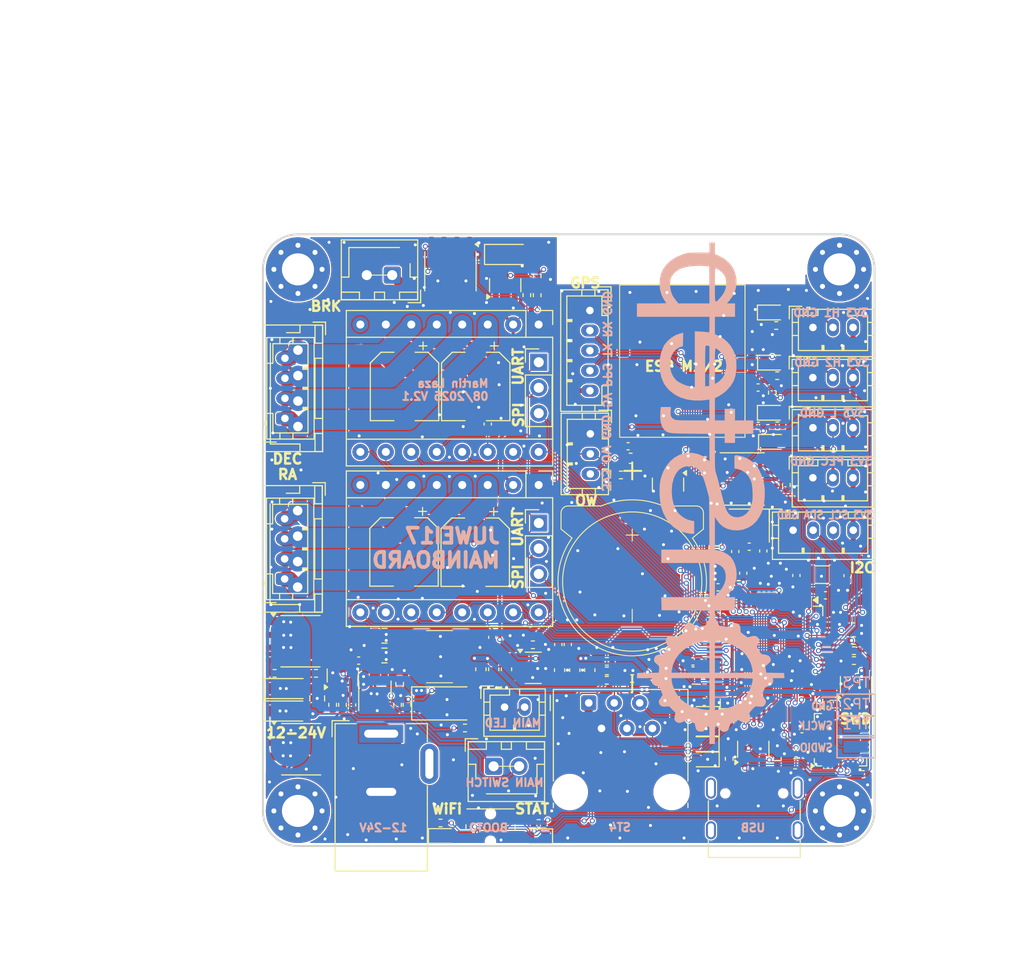
<source format=kicad_pcb>
(kicad_pcb (version 20241229) (generator "pcbnew") (generator_version "9.0")
  (layers (0 "F.Cu" signal) (2 "B.Cu" signal) (13 "F.Paste" user) (15 "B.Paste" user) (5 "F.SilkS" user "F.Silkscreen") (7 "B.SilkS" user "B.Silkscreen") (1 "F.Mask" user) (3 "B.Mask" user) (25 "Edge.Cuts" user))
  (net 0 "")
  (net 1 "/OnStep_MaxSTM/OSCIN")
  (net 2 "/DEC/VM")
  (net 3 "/ME3116/VOUT")
  (net 4 "/OnStep_MaxSTM/OSCOUT")
  (net 5 "/OnStep_MaxSTM/NRST")
  (net 6 "/OnStep_MaxSTM/VREF")
  (net 7 "Net-(D2-K)")
  (net 8 "Net-(U8-BS)")
  (net 9 "Net-(D7-A)")
  (net 10 "Net-(D1-K)")
  (net 11 "Net-(D11-A)")
  (net 12 "/ESP_BOOT")
  (net 13 "/ESP_RST")
  (net 15 "Net-(J1-CC1)")
  (net 16 "Net-(J1-CC2)")
  (net 17 "Net-(J8-Pin_1)")
  (net 18 "/OnStep_MaxSTM/AXIS1_DIR")
  (net 19 "Net-(U1-IO2)")
  (net 20 "/OnStep_MaxSTM/BOOT0")
  (net 21 "/OnStep_MaxSTM/STATUS_LED")
  (net 22 "Net-(U8-EN)")
  (net 23 "Net-(U7-EN)")
  (net 24 "Net-(U8-FB)")
  (net 25 "/OnStep_MaxSTM/SCL")
  (net 26 "/OnStep_MaxSTM/AXIS1_HOME_SW")
  (net 27 "/OnStep_MaxSTM/AXIS2_HOME_SW")
  (net 28 "/OnStep_MaxSTM/LIMIT_SW")
  (net 29 "Net-(Q3-C)")
  (net 30 "/DEC/TMC_UART")
  (net 31 "/DEC/ENN")
  (net 32 "/ESP_TXD")
  (net 33 "/ESP_RXD")
  (net 34 "/DEC/STEP")
  (net 35 "/DEC/DIR")
  (net 36 "/OnStep_MaxSTM/AXIS1_STEP")
  (net 37 "/GPS_RXD")
  (net 38 "/OnStep_MaxSTM/ST4_DEC_N")
  (net 39 "/OnStep_MaxSTM/ST4_RA_W")
  (net 40 "/GPS_TXD")
  (net 41 "/OnStep_MaxSTM/ST4_DEC_S")
  (net 42 "/OnStep_MaxSTM/ST4_RA_E")
  (net 54 "/OnStep_MaxSTM/DM")
  (net 55 "/OnStep_MaxSTM/DP")
  (net 56 "Net-(C11-Pad1)")
  (net 57 "/3V3")
  (net 61 "Net-(U1-IO0)")
  (net 62 "Net-(U1-RST)")
  (net 63 "Net-(U12-VCAP_1)")
  (net 64 "/OnStep_MaxSTM/OSC32_IN")
  (net 65 "/OnStep_MaxSTM/OSC32_OUT")
  (net 66 "/OnStep_MaxSTM/VBATT")
  (net 67 "Net-(U12-PB2)")
  (net 68 "/OnStep_MaxSTM/VBUS")
  (net 69 "Net-(U12-PB10)")
  (net 70 "Net-(J16-Pin_2)")
  (net 72 "/OnStep_MaxSTM/TX1")
  (net 74 "/OnStep_MaxSTM/SWCLK")
  (net 75 "/OnStep_MaxSTM/PEC_SENSE")
  (net 78 "/OnStep_MaxSTM/RX1")
  (net 79 "/OnStep_MaxSTM/SWDIO")
  (net 80 "Net-(A1-CFG3)")
  (net 81 "/DEC/M0")
  (net 82 "Net-(A2-CFG3)")
  (net 83 "/DEC/M3")
  (net 84 "/DEC/M1")
  (net 85 "/DEC/M2")
  (net 86 "/OnStep_MaxSTM/AXIS1_M2")
  (net 87 "/OnStep_MaxSTM/AXIS1_M3")
  (net 88 "/OnStep_MaxSTM/AXIS1_M1")
  (net 89 "Net-(D8-A2)")
  (net 90 "Net-(D9-A2)")
  (net 91 "Net-(D10-A2)")
  (net 92 "Net-(D14-A2)")
  (net 93 "/VBAT")
  (net 94 "Net-(D15-K)")
  (net 95 "/PPS")
  (net 96 "/OnStep_MaxSTM/MOUNT_LED")
  (net 97 "/OnStep_MaxSTM/ONEWIRE")
  (net 98 "/OnStep_MaxSTM/SDA")
  (net 99 "Net-(A1-2B)")
  (net 100 "Net-(A1-CLK)")
  (net 101 "Net-(A1-1A)")
  (net 102 "Net-(A1-1B)")
  (net 103 "Net-(A1-2A)")
  (net 104 "Net-(A2-CLK)")
  (net 105 "Net-(A2-2B)")
  (net 106 "Net-(A2-1A)")
  (net 107 "Net-(A2-2A)")
  (net 108 "Net-(A2-1B)")
  (net 109 "Net-(D16-K)")
  (net 110 "Net-(J3-Pad1)")
  (net 111 "Net-(D17-A)")
  (net 112 "Net-(D16-A)")
  (net 113 "Net-(Q4-G)")
  (net 114 "GND")
  (net 115 "Net-(U2-VDD)")
  (net 116 "Net-(U2-~{SUSPEND})")
  (net 119 "RTS")
  (net 128 "DTR")
  (net 136 "/OnStep_MaxSTM/P")
  (net 137 "/OnStep_MaxSTM/M")
  (net 138 "/OnStep_MaxSTM/AXIS1_M0")
  (net 139 "Net-(U5-I{slash}O2-Pad4)")
  (net 140 "Net-(U5-I{slash}O1-Pad6)")
  (footprint "Capacitor_SMD:C_0402_1005Metric" (layer "F.Cu") (at 146.5 72.4 180)
    (property "Reference" "C7" (hide yes))
    (property "Value" "2u2/6.3")
  )
  (footprint "Diode_SMD:D_SOD-123F" (layer "F.Cu") (at 124.3125 41.0125)
    (property "Reference" "D11" (hide yes))
    (property "Value" "BZT52Bxx")
  )
  (footprint "Resistor_SMD:R_0402_1005Metric" (layer "F.Cu") (at 127.5 97.75 180)
    (property "Reference" "R9" (hide yes))
    (property "Value" "1k")
  )
  (footprint "myLib_THT:JST_1x02_P2.54" (layer "F.Cu") (at 124.28 92.05)
    (property "Reference" "J10" (hide yes))
    (property "Value" "MAIN SWITCH")
  )
  (footprint "Package_SO:SOIC-8_3.9x4.9mm_P1.27mm" (layer "F.Cu") (at 103.75 79.58)
    (property "Reference" "Q4" (hide yes))
    (property "Value" "AO4411")
  )
  (footprint "Resistor_SMD:R_0402_1005Metric" (layer "F.Cu") (at 127.35 45.075 -90)
    (property "Reference" "R31" (hide yes))
    (property "Value" "100k")
  )
  (footprint "Capacitor_SMD:C_0402_1005Metric" (layer "F.Cu") (at 136.42 60.14)
    (property "Reference" "C21" (hide yes))
    (property "Value" "100n")
  )
  (footprint "Connector_JST:JST_PH_B4B-PH-K_1x04_P2.00mm_Vertical" (layer "F.Cu") (at 102.17 73.37 90)
    (property "Reference" "J11" (hide yes))
    (property "Value" "RA_2mm")
  )
  (footprint "Capacitor_SMD:C_0402_1005Metric" (layer "F.Cu") (at 122.425 57.92 -90)
    (property "Reference" "R37" (hide yes))
    (property "Value" "10k")
  )
  (footprint "Resistor_SMD:R_0402_1005Metric" (layer "F.Cu") (at 113.64 83.84 -90)
    (property "Reference" "R10" (hide yes))
    (property "Value" "100k")
  )
  (footprint "Capacitor_SMD:CP_Elec_6.3x7.7" (layer "F.Cu") (at 114.125 54.175 -90)
    (property "Reference" "C43" (hide yes))
    (property "Value" "100uF/35V")
  )
  (footprint "Crystal:Crystal_SMD_3225-4Pin_3.2x2.5mm" (layer "F.Cu") (at 148.5 68.05 180)
    (property "Reference" "Y1" (hide yes))
    (property "Value" "TAXM8M4RDBCCT2T / 8MHz 3225" (hide yes))
  )
  (footprint "Resistor_SMD:R_0402_1005Metric" (layer "F.Cu") (at 106.96 85.92 -90)
    (property "Reference" "R45" (hide yes))
    (property "Value" "1k")
  )
  (footprint "Capacitor_SMD:C_0603_1608Metric" (layer "F.Cu") (at 132.6 82.46 90)
    (property "Reference" "C16" (hide yes))
    (property "Value" "10uF/10V")
  )
  (footprint "Fuse:Fuse_0805_2012Metric" (layer "F.Cu") (at 140.2105 82.982 180)
    (property "Reference" "F1" (hide yes))
    (property "Value" "SMD0805P050TF")
  )
  (footprint "Connector_USB:USB_C_Receptacle_G-Switch_GT-USB-7010ASV" (layer "F.Cu") (at 149 97.355)
    (property "Reference" "J1" (hide yes))
    (property "Value" "USB_C_Receptacle_USB2.0")
  )
  (footprint "Resistor_SMD:R_0402_1005Metric" (layer "F.Cu") (at 158.94 80.5225)
    (property "Reference" "R16" (hide yes))
    (property "Value" "4k7")
  )
  (footprint "Capacitor_SMD:C_0603_1608Metric" (layer "F.Cu") (at 124.29 82.375 90)
    (property "Reference" "C18" (hide yes))
    (property "Value" "10uF/10V")
  )
  (footprint "Inductor_SMD:L_0603_1608Metric_Pad1.05x0.95mm_HandSolder" (layer "F.Cu") (at 145 70.2 -90)
    (property "Reference" "L3" (hide yes))
    (property "Value" "BLM18HE601SH1D")
  )
  (footprint "myLib_THT:StepStick" (layer "F.Cu") (at 127.5 48 -90)
    (property "Reference" "A2" (hide yes))
    (property "Value" "Pololu_Breakout_A4988")
  )
  (footprint "Capacitor_SMD:C_0603_1608Metric" (layer "F.Cu") (at 131.1 82.46 90)
    (property "Reference" "C15" (hide yes))
    (property "Value" "10uF/10V")
  )
  (footprint "Connector_JST:JST_PH_B3B-PH-K_1x03_P2.00mm_Vertical" (layer "F.Cu") (at 154.85 58.29)
    (property "Reference" "J6" (hide yes))
    (property "Value" "LIMIT")
  )
  (footprint "Diode_SMD:D_SOD-123F" (layer "F.Cu") (at 102.33 86.54)
    (property "Reference" "D7" (hide yes))
    (property "Value" "BZT52B12")
  )
  (footprint "Package_TO_SOT_SMD:SOT-23" (layer "F.Cu") (at 124.1625 44.075 90)
    (property "Reference" "Q3" (hide yes))
    (property "Value" "DTC114E")
  )
  (footprint "Resistor_SMD:R_0402_1005Metric" (layer "F.Cu") (at 146.5 91.3 90)
    (property "Reference" "R7" (hide yes))
    (property "Value" "5k1" (hide yes))
  )
  (footprint "Resistor_SMD:R_0402_1005Metric" (layer "F.Cu") (at 136.82 83.3)
    (property "Reference" "R23" (hide yes))
    (property "Value" "2k4")
  )
  (footprint "Package_SO:SOIC-8_3.9x4.9mm_P1.27mm" (layer "F.Cu") (at 103.82 90.35)
    (property "Reference" "Q1" (hide yes))
    (property "Value" "AO4411")
  )
  (footprint "Capacitor_SMD:C_0402_1005Metric" (layer "F.Cu") (at 147.9 72.8 90)
    (property "Reference" "C5" (hide yes))
    (property "Value" "1uF/10V")
  )
  (footprint "myLib_SMD:CR1220_holder" (layer "F.Cu") (at 136.83 73.592 90)
    (property "Reference" "BT1" (hide yes))
    (property "Value" "Battery_Cell")
  )
  (footprint "Crystal:Crystal_SMD_3215-2Pin_3.2x1.5mm" (layer "F.Cu") (at 155.76 72.94)
    (property "Reference" "Y2" (hide yes))
    (property "Value" "Crystal")
  )
  (footprint "Diode_SMD:D_0603_1608Metric" (layer "F.Cu") (at 144.01 86.83 180)
    (property "Reference" "D5" (hide yes))
    (property "Value" "0603ESDA-05N")
  )
  (footprint "Connector_JST:JST_PH_B3B-PH-K_1x03_P2.00mm_Vertical" (layer "F.Cu") (at 154.84 53.29)
    (property "Reference" "J5" (hide yes))
    (property "Value" "DEC_HOME")
  )
  (footprint "Capacitor_SMD:C_0402_1005Metric" (layer "F.Cu") (at 145.4 75.2)
    (property "Reference" "C20" (hide yes))
    (property "Value" "100n")
  )
  (footprint "Capacitor_SMD:C_0402_1005Metric" (layer "F.Cu") (at 153.75 88.35 180)
    (property "Reference" "C12" (hide yes))
    (property "Value" "100n")
  )
  (footprint "Capacitor_SMD:CP_Elec_6.3x7.7" (layer "F.Cu") (at 121.175 70.7 -90)
    (property "Reference" "C42" (hide yes))
    (property "Value" "100uF/35V")
  )
  (footprint "Capacitor_SMD:C_0402_1005Metric" (layer "F.Cu") (at 149.38 54.28)
    (property "Reference" "R3" (hide yes))
    (property "Value" "10k")
  )
  (footprint "Capacitor_SMD:C_0402_1005Metric" (layer "F.Cu") (at 148.5 70.15 180)
    (property "Reference" "R1" (hide yes))
    (property "Value" "1MEG")
  )
  (footprint "Package_TO_SOT_SMD:SOT-23-5" (layer "F.Cu") (at 126.9575 82.23)
    (property "Reference" "U7" (hide yes))
    (property "Value" "ME6211")
  )
  (footprint "Button_Switch_SMD:Panasonic_EVQPUM_EVQPUD" (layer "F.Cu") (at 122.7 98.15 180)
    (property "Reference" "RST2" (hide yes))
    (property "Value" "EVQPUM")
  )
  (footprint "Connector_JST:JST_PH_B3B-PH-K_1x03_P2.00mm_Vertical" (layer "F.Cu") (at 154.85 48.29)
    (property "Reference" "J4" (hide yes))
    (property "Value" "RA_HOME")
  )
  (footprint "Capacitor_SMD:C_0402_1005Metric" (layer "F.Cu") (at 109.55 81.51)
    (property "Reference" "C23" (hide yes))
    (property "Value" "100n/50V")
  )
  (footprint "Capacitor_SMD:C_0603_1608Metric" (layer "F.Cu") (at 140.302 81.458 180)
    (property "Reference" "C11" (hide yes))
    (property "Value" "10uF/10V")
  )
  (footprint "myLib_SMD:L_5.5x5.1mm" (layer "F.Cu") (at 117.72 81.12)
    (property "Reference" "L2" (hide yes))
    (property "Value" "FNR5040S100MT" (hide yes))
  )
  (footprint "Package_TO_SOT_SMD:SOT-23" (layer "F.Cu") (at 107.97 82.9975 90)
    (property "Reference" "D17" (hide yes))
    (property "Value" "BAV99")
  )
  (footprint "MountingHole:MountingHole_3.2mm_M3_Pad_Via" (layer "F.Cu") (at 103.5 96.5)
    (property "Reference" "H4" (hide yes))
    (property "Value" "MountingHole")
  )
  (footprint "Resistor_SMD:R_0402_1005Metric" (layer "F.Cu") (at 114.37 85.92 90)
    (property "Reference" "R14" (hide yes))
    (property "Value" "36k")
  )
  (footprint "Resistor_SMD:R_0402_1005Metric" (layer "F.Cu") (at 117.71 97.7 180)
    (property "Reference" "R18" (hide yes))
    (property "Value" "1k")
  )
  (footprint "Resistor_SMD:R_0402_1005Metric" (layer "F.Cu") (at 158.94 81.5125)
    (property "Reference" "R17" (hide yes))
    (property "Value" "4k7")
  )
  (footprint "Capacitor_SMD:C_0603_1608Metric" (layer "F.Cu") (at 123.02 82.375 90)
    (property "Reference" "C49" (hide yes))
    (property "Value" "10uF/10V")
  )
  (footprint "Capacitor_SMD:C_0402_1005Metric" (layer "F.Cu") (at 146.5 73.3 180)
    (property "Reference" "C46" (hide yes))
    (property "Value" "100n")
  )
  (footprint "Capacitor_SMD:CP_Elec_6.3x7.7" (layer "F.Cu") (at 114.075 70.675 -90)
    (property "Reference" "C44" (hide yes))
    (property "Value" "100uF/35V")
  )
  (footprint "Capacitor_SMD:C_0402_1005Metric" (layer "F.Cu") (at 159.85 92.85)
    (property "Reference" "C25" (hide yes))
    (property "Value" "1uF")
  )
  (footprint "Capacitor_SMD:C_0402_1005Metric" (layer "F.Cu") (at 142.906 83.5 180)
    (property "Reference" "C6" (hide yes))
    (property "Value" "2u2/6.3")
  )
  (footprint "Capacitor_SMD:C_0603_1608Metric" (layer "F.Cu") (at 153.075 91.8 180)
    (property "Reference" "C26" (hide yes))
    (property "Value" "10uF/10V")
  )
  (footprint "Capacitor_SMD:C_0402_1005Metric" (layer "F.Cu") (at 158.92 77.39)
    (property "Reference" "C40" (hide yes))
    (property "Value" "100n")
  )
  (footprint "Connector_JST:JST_PH_B3B-PH-K_1x03_P2.00mm_Vertical" (layer "F.Cu") (at 132.65 58.9 -90)
    (property "Reference" "J18" (hide yes))
    (property "Value" "ONEWIRE")
  )
  (footprint "Capacitor_SMD:C_0805_2012Metric" (layer "F.Cu") (at 112.13 79.03)
    (property "Reference" "C2" (hide yes))
    (property "Value" "10u/25V")
  )
  (footprint "Resistor_SMD:R_0402_1005Metric" (layer "F.Cu") (at 120.15 88.23 180)
    (property "Reference" "R35" (hide yes))
    (property "Value" "510R")
  )
  (footprint "Diode_SMD:D_SMA" (layer "F.Cu") (at 118.35 85.78)
    (property "Reference" "D2" (hide yes))
    (property "Value" "SS34")
  )
  (footprint "Package_SO:TSSOP-14_4.4x5mm_P0.65mm" (layer "F.Cu") (at 147.8 63.4)
    (property "Reference" "U6" (hide yes))
    (property "Value" "74HC14")
  )
  (footprint "MountingHole:MountingHole_3.2mm_M3_Pad_Via" (layer "F.Cu") (at 103.5 42.5)
    (property "Reference" "H2" (hide yes))
    (property "Value" "MountingHole")
  )
  (footprint "Diode_SMD:D_0603_1608Metric" (layer "F.Cu") (at 150.8125 51.8)
    (property "Reference" "D9" (hide yes))
    (property "Value" "0603ESDA-05N")
  )
  (footprint "Resistor_SMD:R_0402_1005Metric" (layer "F.Cu") (at 101.17 82.78 180)
    (property "Reference" "R44" (hide yes))
    (property "Value" "1k")
  )
  (footprint "Resistor_SMD:R_0402_1005Metric" (layer "F.Cu") (at 134.29 83.47 180)
    (property "Reference" "R20" (hide yes))
    (property "Value" "2k4")
  )
  (footprint "Diode_SMD:D_0603_1608Metric" (layer "F.Cu") (at 144 89.84 180)
    (property "Reference" "D4" (hide yes))
    (property "Value" "0603ESDA-05N")
  )
  (footprint "Capacitor_SMD:C_0402_1005Metric" (layer "F.Cu") (at 156.1 75)
    (property "Reference" "C47" (hide yes))
    (property "Value" "100n")
  )
  (footprint "Diode_SMD:D_0603_1608Metric" (layer "F.Cu") (at 150.9125 59.7)
    (property "Reference" "D14" (hide yes))
    (property "Value" "0603ESDA-05N")
  )
  (footprint "myLib_THT:JST_1x04_P2.54" (layer "F.Cu") (at 103.47 70.37 -90)
    (property "Reference" "J13" (hide yes))
    (property "Value" "RA_2.54mm" (hide yes))
  )
  (footprint "Capacitor_SMD:C_0402_1005Metric" (layer "F.Cu") (at 147.1 70.63 -90)
    (property "Reference" "C4" (hide yes))
    (property "Value" "20pF")
  )
  (footprint "Capacitor_SMD:C_0402_1005Metric" (layer "F.Cu") (at 145.38 74.2 180)
    (property "Reference" "R2" (hide yes))
    (property "Value" "10k")
  )
  (footprint "Package_TO_SOT_SMD:SOT-23" (layer "F.Cu") (at 140.4 63.9625 -90)
    (property "Reference" "D13" (hide yes))
    (property "Value" "BAT54C")
  )
  (footprint "Resistor_SMD:R_0402_1005Metric" (layer "F.Cu") (at 127.35 43.175 -90)
    (property "Reference" "R32" (hide yes))
    (property "Value" "4k7")
  )
  (footprint "Diode_SMD:D_SOD-123F" (layer "F.Cu") (at 102.36 84.3)
    (property "Reference" "D16" (hide yes))
    (property "Value" "BZT52B12")
  )
  (footprint "Capacitor_SMD:C_0402_1005Metric" (layer "F.Cu") (at 130.404 79.906 -90)
    (property "Reference" "C41" (hide yes))
    (property "Value" "100n/50V")
  )
  (footprint "Resistor_SMD:R_0402_1005Metric" (layer "F.Cu") (at 134.3 82.54 180)
    (property "Reference" "R22" (hide yes))
    (property "Value" "2k4")
  )
  (footprint "Resistor_SMD:R_0402_1005Metric" (layer "F.Cu") (at 152.2 64 90)
    (property "Reference" "R33" (hide yes))
    (property "Value" "10k")
  )
  (footprint "Capacitor_SMD:C_0402_1005Metric" (layer "F.Cu") (at 149.4 58.1)
    (property "Reference" "R5" (hide yes))
    (property "Value" "10k")
  )
  (footprint "Capacitor_SMD:C_0603_1608Metric" (layer "F.Cu") (at 121.74 82.375 90)
    (property "Reference" "C3" (hide yes))
    (property "Value" "10uF/10V" (hide yes))
  )
  (footprint "LED_SMD:LED_0603_1608Metric" (layer "F.Cu") (at 118 99)
    (property "Reference" "D15" (hide yes))
    (property "Value" "LED")
  )
  (footprint "Resistor_SMD:R_0402_1005Metric" (layer "F.Cu") (at 105.3 82.78)
    (property "Reference" "R43" (hide yes))
    (property "Value" "100k")
  )
  (footprint "Capacitor_SMD:C_0402_1005Metric" (layer "F.Cu") (at 158.3 73.04 90)
    (property "Reference" "C8" (hide yes))
    (property "Value" "12pF")
  )
  (footprint "Capacitor_SMD:C_0402_1005Metric" (layer "F.Cu") (at 108.9 85.93 90)
    (property "Reference" "C17" (hide yes))
    (property "Value" "100n/50V")
  )
  (footprint "Diode_SMD:D_0603_1608Metric" (layer "F.Cu") (at 144.0125 88.3 180)
    (property "Reference" "D6" (hide yes))
    (property "Value" "0603ESDA-05N")
  )
  (footprint "Connector_JST:JST_PH_B4B-PH-K_1x04_P2.00mm_Vertical" (layer "F.Cu") (at 152.87 68.51)
    (property "Reference" "J15" (hide yes))
    (property "Value" "I2C" (hide yes))
  )
  (footprint "Capacitor_SMD:C_0402_1005Metric" (layer "F.Cu") (at 122.875 79.195 90)
    (property "Reference" "R36" (hide yes))
    (property "Value" "10k")
  )
  (footprint "Connector_PinHeader_2.54mm:PinHeader_1x03_P2.54mm_Vertical" (layer "F.Cu") (at 127.51 67.795)
    (property "Reference" "JP1" (hide yes))
    (property "Value" "SolderJumper_3_Open")
  )
  (footprint "Resistor_SMD:R_0402_1005Metric" (layer "F.Cu") (at 156.71 85.85)
    (property "Reference" "R39" (hide yes))
    (property "Value" "5k1")
  )
  (footprint "Diode_SMD:D_0603_1608Metric" (layer "F.Cu") (at 150.8 56.8)
    (property "Reference" "D10" (hide yes))
    (property "Value" "0603ESDA-05N")
  )
  (footprint "MountingHole:MountingHole_3.2mm_M3_Pad_Via" (layer "F.Cu") (at 157.5 42.5)
    (property "Reference" "H1" (hide yes))
    (property "Value" "MountingHole" (hide yes))
  )
  (footprint "Capacitor_SMD:C_0402_1005Metric" (layer "F.Cu") (at 145 67.28 -90)
    (property "Reference" "R29" (hide yes))
    (property "Value" "1k")
  )
  (footprint "LED_SMD:LED_0603_1608Metric" (layer "F.Cu") (at 127.4 99.025 180)
    (property "Reference" "D1" (hide yes))
    (property "Value" "LED")
  )
  (footprint "Capacitor_SMD:CP_Elec_6.3x7.7" (layer "F.Cu") (at 121.225 54.175 -90)
    (property "Reference" "C28" (hide yes))
    (property "Value" "100uF/35V")
  )
  (footprint "myLib_THT:StepStick" (layer "F.Cu") (at 127.5 64 -90)
    (property "Reference" "A1" (hide yes))
    (property "Value" "Pololu_Breakout_A4988")
  )
  (footprint "MountingHole:MountingHole_3.2mm_M3_Pad_Via" (layer "F.Cu") (at 157.5 96.5)
    (property "Reference" "H3" (hide yes))
    (property "Value" "MountingHole")
  )
  (footprint "Resistor_SMD:R_0402_1005Metric" (layer "F.Cu") (at 151.3 91.31 90)
    (property "Reference" "R8" (hide yes))
    (property "Value" "5k1")
  )
  (footprint "Resistor_SMD:R_0402_1005Metric" (layer "F.Cu") (at 151.19 48.1 180)
    (property "Reference" "R25" (hide yes))
    (property "Value" "10k")
  )
  (footprint "Connector_JST:JST_PH_B3B-PH-K_1x03_P2.00mm_Vertical" (layer "F.Cu") (at 154.8425 63.28)
    (property "Reference" "J17" (hide yes))
    (property "Value" "PEC")
  )
  (footprint "Resistor_SMD:R_0402_1005Metric" (layer "F.Cu") (at 134.3 81.59 180)
    (property "Reference" "R24" (hide yes))
    (property "Value" "2k4")
  )
  (footprint "Capacitor_SMD:C_0402_1005Metric" (layer "F.Cu") (at 144.01 85.62 180)
    (property "Reference" "C10" (hide yes))
    (property "Value" "100n")
  )
  (footprint "Diode_SMD:D_0603_1608Metric" (layer "F.Cu") (at 144.0125 91.364 180)
    (property "Reference" "D3" (hide yes))
    (property "Value" "0603ESDA-05N")
  )
  (footprint "Resistor_SMD:R_0402_1005Metric" (layer "F.Cu") (at 113.43 85.92 -90)
    (property "Reference" "R15" (hide yes))
    (property "Value" "6k8")
  )
  (footprint "Connector_JST:JST_PH_B5B-PH-K_1x05_P2.00mm_Vertical" (layer "F.Cu") (at 132.61 46.6 -90)
    (property "Reference" "J7" (hide yes))
    (property "Value" "GPS")
  )
  (footprint "Diode_SMD:D_0603_1608Metric" (layer "F.Cu") (at 150.8 46.8)
    (property "Reference" "D8" (hide yes))
    (property "Value" "0603ESDA-05N")
  )
  (footprint "Connector_RJ:RJ12_Amphenol_54601-x06_Horizontal" (layer "F.Cu") (at 132.495 85.73)
    (property "Reference" "J2" (hide yes))
    (property "Value" "RJ12")
  )
  (footprint "Connector_PinHeader_2.54mm:PinHeader_1x03_P2.54mm_Vertical" (layer "F.Cu") (at 127.51 51.76)
    (property "Reference" "JP2" (hide yes))
    (property "Value" "SolderJumper_3_Open")
  )
  (footprint "Capacitor_SMD:C_0402_1005Metric" (layer "F.Cu") (at 153.2 73.02 -90)
    (property "Reference" "C9" (hide yes))
    (property "Value" "12pF")
  )
  (footprint "Capacitor_SMD:C_0805_2012Metric" (layer "F.Cu") (at 105.42 85.28 90)
    (property "Reference" "C24" (hide yes))
    (property "Value" "1u/25V")
  )
  (footprint "Resistor_SMD:R_0402_1005Metric" (layer "F.Cu") (at 151.31 58.1 180)
    (property "Reference" "R27" (hide yes))
    (property "Value" "10k")
  )
  (footprint "Capacitor_SMD:C_0402_1005Metric" (layer "F.Cu") (at 142.88 81.6)
    (property "Reference" "R4" (hide yes))
    (property "Value" "10k")
  )
  (footprint "Package_TO_SOT_SMD:SOT-23-6" (layer "F.Cu") (at 148.9 90.35 90)
    (property "Reference" "U5" (hide yes))
    (property "Value" "USBLC6-2SC6")
  )
  (footprint "Capacitor_SMD:C_0402_1005Metric" (layer "F.Cu") (at 153.17 90.75 180)
    (property "Reference" "C27" (hide yes))
    (property "Value" "100nF")
  )
  (footprint "Package_DFN_QFN:QFN-28-1EP_5x5mm_P0.5mm_EP3.35x3.35mm" (layer "F.Cu") (at 157.6 89.4 90)
    (property "Reference" "U2" (hide yes))
    (property "Value" "CP2102N-Axx-xQFN28")
  )
  (footprint "Capacitor_SMD:C_0603_1608Metric" (layer "F.Cu") (at 129.59 82.46 90)
    (property "Reference" "C14" (hide yes))
    (property "Value" "10uF/10V")
  )
  (footprint "Capacitor_SMD:C_0402_1005Metric" (layer "F.Cu") (at 142.896 82.5)
    (property "Reference" "R42" (hide yes))
    (property "Value" "1k")
  )
  (footprint "Resistor_SMD:R_0402_1005Metric" (layer "F.Cu") (at 126.325 45.065 -90)
    (property "Reference" "R38" (hide yes))
    (property "Value" "10k")
  )
  (footprint "Resistor_SMD:R_0402_1005Metric" (layer "F.Cu") (at 151.29 53.1 180)
    (property "Reference" "R26" (hide yes))
    (property "Value" "10k")
  )
  (footprint "myLib_THT:JST_1x04_P2.54" (layer "F.Cu") (at 103.5 54.36 -90)
    (property "Reference" "J14" (hide yes))
    (property "Value" "RA_2.54mm" (hide yes))
  )
  (footprint "myLib_SMD:SOT-23-6_Handsoldering" (layer "F.Cu") (at 111.17 84.45 90)
    (property "Reference" "U8" (hide yes))
    (property "Value" "ME3116" (hide yes))
  )
  (footprint "Capacitor_SMD:C_0402_1005Metric" (layer "F.Cu") (at 129.464 79.906 -90)
    (property "Reference" "C13" (hide yes))
    (property "Value" "1uF/10V")
  )
  (footprint "Resistor_SMD:R_0402_1005Metric" (layer "F.Cu") (at 150.8 54.79 90)
    (property "Reference" "R34" (hide yes))
    (property "Value" "10k")
  )
  (footprint "myLib_THT:JST_1x02_P2.54" (layer "F.Cu") (at 111.63 43.07 180)
    (property "Reference" "J8" (hide yes))
    (property "Value" "Conn_01x02")
  )
  (footprint "Package_QFP:LQFP-64_10x10mm_P0.5mm" (layer "F.Cu") (at 150.72 81.2 -90)
    (property "Reference" "U12" (hide yes))
    (property "Value" "STM32F446RETx")
  )
  (footprint "Package_TO_SOT_SMD:SOT-23-5" (layer "F.Cu") (at 159.15 83.9 90)
    (property "Reference" "U9" (hide yes))
    (property "Value" "24AA64T-I/OT")
  )
  (footprint "Connector_JST:JST_PH_B2B-PH-K_1x02_P2.00mm_Vertical" (layer "F.Cu") (at 124.1 86.15)
    (property "Reference" "J16" (hide yes))
    (property "Value" "LED CONNECTOR")
  )
  (footprint "Capacitor_SMD:C_0805_2012Metric" (layer "F.Cu") (at 112.12 81)
    (property "Reference" "C19" (hide yes))
    (property "Value" "10u/25V")
  )
  (footprint "Resistor_SMD:R_0402_1005Metric" (layer "F.Cu") (at 126.924 79.934 180)
    (property "Reference" "R11" (hide yes))
    (property "Value" "100k")
  )
  (footprint "Resistor_SMD:R_0402_1005Metric" (layer "F.Cu") (at 135.7 63)
    (property "Reference" "R19" (hide yes))
    (property "Value" "4k7")
  )
  (footprint "Connector_JST:JST_PH_B4B-PH-K_1x04_P2.00mm_Vertical" (layer "F.Cu") (at 102.2 57.36 90)
    (property "Reference" "J12" (hide yes))
    (property "Value" "RA_2mm")
  )
  (footprint "Connector_BarrelJack:BarrelJack_Wuerth_6941xx301002" (layer "F.Cu") (at 111.8 88.8)
    (property "Reference" "J3" (hide yes))
    (property "Value" "5.5/2.1 Barell DC3")
  )
  (footprint "Resistor_SMD:R_0402_1005Metric" (layer "F.Cu") (at 158.935 79.5125 180)
    (property "Reference" "R6" (hide yes))
    (property "Value" "10k")
  )
  (footprint "Capacitor_SMD:C_0402_1005Metric" (layer "F.Cu") (at 143.22 79 180)
    (property "Reference" "R28" (hide yes))
    (property "Value" "1k")
  )
  (footprint "myLib_SMD:ESP_M2" (layer "F.Cu") (at 135.675 49.24)
    (property "Reference" "U1" (hide yes))
    (property "Value" "~")
  )
  (footprint "Package_SO:SOIC-8_3.9x4.9mm_P1.27mm" (layer "F.Cu") (at 118.7 42.7 -90)
    (property "Reference" "Q2" (hide yes))
    (property "Value" "AO4411" (hide yes))
  )
  (footprint "Capacitor_SMD:C_0402_1005Metric" (layer "F.Cu") (at 149.9 70.58 -90)
    (property "Reference" "C1" (hide yes))
    (property "Value" "20pF")
  )
  (footprint "Resistor_SMD:R_0402_1005Metric" (layer "F.Cu") (at 107.94 85.92 -90)
    (property "Reference" "R21" (hide yes))
    (property "Value" "10k")
  )
  (footprint "Capacitor_SMD:C_0603_1608Metric" (layer "F.Cu") (at 136.675 61.34 180)
    (property "Reference" "C22" (hide yes))
    (property "Value" "10uF/10V")
  )
  (footprint "TestPoint:TestPoint_Keystone_5015_Micro-Minature" (layer "B.Cu") (at 159.15 88.1 180)
    (property "Reference" "TP2")
    (property "Value" "TestPoint" (hide yes))
  )
  (footprint "TestPoint:TestPoint_Keystone_5015_Micro-Minature" (layer "B.Cu") (at 159.15 85.95 180)
    (property "Reference" "TP3")
    (property "Value" "TestPoint" (hide yes))
  )
  (footprint "TestPoint:TestPoint_Keystone_5015_Micro-Minature" (layer "B.Cu") (at 159.15 90.1 180)
    (property "Reference" "TP1")
    (property "Value" "TestPoint" (hide yes))
  )
  (footprint "myLib_SMD:onstep_logo" (layer "B.Cu") (at 144.65 64.85 90)
    (property "Reference" "G***" (hide yes))
    (property "Value" "LOGO" (hide yes))
  )
  (gr_line (start 100 42.5) (end 100 96.5) (stroke (width 0.2)) (layer "Edge.Cuts"))
  (gr_arc (start 100 42.5) (mid 101.025126 40.025126) (end 103.5 39) (stroke (width 0.2)) (layer "Edge.Cuts"))
  (gr_arc (start 157.5 39) (mid 159.974874 40.025126) (end 161 42.5) (stroke (width 0.2)) (layer "Edge.Cuts"))
  (gr_line (start 103.5 100) (end 157.5 100) (stroke (width 0.2)) (layer "Edge.Cuts"))
  (gr_line (start 161 96.5) (end 161 42.5) (stroke (width 0.2)) (layer "Edge.Cuts"))
  (gr_arc (start 103.5 100) (mid 101.025126 98.974874) (end 100 96.5) (stroke (width 0.2)) (layer "Edge.Cuts"))
  (gr_arc (start 161 96.5) (mid 159.974874 98.974874) (end 157.5 100) (stroke (width 0.2)) (layer "Edge.Cuts"))
  (gr_line (start 157.5 39) (end 103.5 39) (stroke (width 0.2)) (layer "Edge.Cuts"))
  (gr_text "SWD" (at 159.1 87.325 0) (layer "F.SilkS") (effects (font (size 1 1) (thickness 0.25) (bold yes))))
  (gr_text "WiFi       STAT" (at 122.7 96.3 0) (layer "F.SilkS") (effects (font (size 1 1) (thickness 0.25) (bold yes))))
  (gr_text "UART" (at 125.45 52.2 90) (layer "F.SilkS") (effects (font (size 1 1) (thickness 0.25) (bold yes))))
  (gr_text "RA" (at 102.45 62.95 0) (layer "F.SilkS") (effects (font (size 1 1) (thickness 0.25) (bold yes))))
  (gr_text "SPI" (at 125.45 73.15 90) (layer "F.SilkS") (effects (font (size 1 1) (thickness 0.25) (bold yes))))
  (gr_text "ESP M1/2\n" (at 137.95 52.75 0) (layer "F.SilkS") (effects (font (size 1 1) (thickness 0.25) (bold yes)) (justify left bottom)))
  (gr_text "UART" (at 125.4 68.3 90) (layer "F.SilkS") (effects (font (size 1 1) (thickness 0.25) (bold yes))))
  (gr_text "GPS" (at 132.15 43.85 0) (layer "F.SilkS") (effects (font (size 1 1) (thickness 0.25) (bold yes))))
  (gr_text "12-24V" (at 100.2 89.3 0) (layer "F.SilkS") (effects (font (size 1 1) (thickness 0.25) (bold yes)) (justify left bottom)))
  (gr_text "BRK" (at 106.3 46.175 0) (layer "F.SilkS") (effects (font (size 1 1) (thickness 0.25) (bold yes))))
  (gr_text "DEC" (at 102.45 61.4 0) (layer "F.SilkS") (effects (font (size 1 1) (thickness 0.25) (bold yes))))
  (gr_text "SPI" (at 125.5 57 90) (layer "F.SilkS") (effects (font (size 1 1) (thickness 0.25) (bold yes))))
  (gr_text "OW" (at 132.25 65.55 0) (layer "F.SilkS") (effects (font (size 1 1) (thickness 0.25) (bold yes))))
  (gr_text "I2C" (at 159.75 72.25 0) (layer "F.SilkS") (effects (font (size 1 1) (thickness 0.25) (bold yes))))
  (gr_text "SWCLK" (at 156.92 88.48 0) (layer "B.SilkS") (effects (font (size 0.8 0.7) (thickness 0.175) (bold yes)) (justify left bottom mirror)))
  (gr_text "12-24V" (at 114.5 98.65 0) (layer "B.SilkS") (effects (font (size 0.8 0.8) (thickness 0.2) (bold yes)) (justify left bottom mirror)))
  (gr_text "3V3 PEC GND" (at 160.9 62.1 0) (layer "B.SilkS") (effects (font (size 0.8 0.8) (thickness 0.2) (bold yes)) (justify left bottom mirror)))
  (gr_text "USB" (at 150.2 98.65 0) (layer "B.SilkS") (effects (font (size 0.8 0.8) (thickness 0.2) (bold yes)) (justify left bottom mirror)))
  (gr_text "SWDIO" (at 156.92 90.67 0) (layer "B.SilkS") (effects (font (size 0.8 0.7) (thickness 0.175) (bold yes)) (justify left bottom mirror)))
  (gr_text "ST4" (at 136.8 98.6 0) (layer "B.SilkS") (effects (font (size 0.8 0.8) (thickness 0.2) (bold yes)) (justify left bottom mirror)))
  (gr_text "3V3 H2 GND" (at 160.6 52.25 0) (layer "B.SilkS") (effects (font (size 0.8 0.8) (thickness 0.2) (bold yes)) (justify left bottom mirror)))
  (gr_text "3V3 SCL SDA GND" (at 160.95 67.45 0) (layer "B.SilkS") (effects (font (size 0.8 0.7) (thickness 0.175) (bold yes)) (justify left bottom mirror)))
  (gr_text "3V3 L GND" (at 160.2 57.3 0) (layer "B.SilkS") (effects (font (size 0.8 0.8) (thickness 0.2) (bold yes)) (justify left bottom mirror)))
  (gr_text "Martin Laza\n08/2025 V2.1" (at 122.6 55.625 0) (layer "B.SilkS") (effects (font (size 0.8 0.8) (thickness 0.2) (bold yes)) (justify left bottom mirror)))
  (gr_text "BOOT0" (at 124.55 98.65 0) (layer "B.SilkS") (effects (font (size 0.8 0.8) (thickness 0.2) (bold yes)) (justify left bottom mirror)))
  (gr_text "JUWEI17\nMAINBOARD" (at 123.825 72.375 0) (layer "B.SilkS") (effects (font (size 1.5 1.5) (thickness 0.375) (bold yes)) (justify left bottom mirror)))
  (gr_text "5V PPS TX RX GND" (at 133.85 56.4 -90) (layer "B.SilkS") (effects (font (size 0.8 0.8) (thickness 0.2) (bold yes)) (justify left bottom mirror)))
  (gr_text "MAIN SWITCH" (at 128.1 94.14 0) (layer "B.SilkS") (effects (font (size 0.8 0.8) (thickness 0.2) (bold yes)) (justify left bottom mirror)))
  (gr_text "GND" (at 156.95 86.52 0) (layer "B.SilkS") (effects (font (size 0.8 0.7) (thickness 0.175) (bold yes)) (justify left bottom mirror)))
  (gr_text "MAIN LED" (at 127.875 88.2 0) (layer "B.SilkS") (effects (font (size 0.8 0.8) (thickness 0.2) (bold yes)) (justify left bottom mirror)))
  (gr_text "3V3 OW GND" (at 133.75 64.75 -90) (layer "B.SilkS") (effects (font (size 0.8 0.8) (thickness 0.2) (bold yes)) (justify left bottom mirror)))
  (gr_text "3V3 H1 GND" (at 160.5 47.3 0) (layer "B.SilkS") (effects (font (size 0.8 0.8) (thickness 0.2) (bold yes)) (justify left bottom mirror)))
  (segment (start 149.9 70.1) (end 149.03 70.1) (width 0.125) (layer "F.Cu") (net 1))
  (segment (start 150.053554 72.3) (end 151.4 72.3) (width 0.125) (layer "F.Cu") (net 1))
  (segment (start 151.4 72.3) (end 152.22 73.12) (width 0.125) (layer "F.Cu") (net 1))
  (segment (start 152.22 74.62669) (end 152.47 74.87669) (width 0.125) (layer "F.Cu") (net 1))
  (segment (start 148.7125 68.0875) (end 148.7125 69.8825) (width 0.125) (layer "F.Cu") (net 1))
  (segment (start 152.22 73.12) (end 152.22 74.62669) (width 0.125) (layer "F.Cu") (net 1))
  (segment (start 148.98 70.15) (end 148.6 70.53) (width 0.125) (layer "F.Cu") (net 1))
  (segment (start 149.6 67.2) (end 148.7125 68.0875) (width 0.125) (layer "F.Cu") (net 1))
  (segment (start 148.7125 69.8825) (end 148.98 70.15) (width 0.125) (layer "F.Cu") (net 1))
  (segment (start 148.6 70.53) (end 148.6 70.846446) (width 0.125) (layer "F.Cu") (net 1))
  (segment (start 148.6 70.846446) (end 150.053554 72.3) (width 0.125) (layer "F.Cu") (net 1))
  (segment (start 106.015 77.205) (end 106.015 79.765) (width 4) (layer "F.Cu") (net 2))
  (segment (start 109.72 64.42) (end 109.72 64) (width 2) (layer "F.Cu") (net 2))
  (segment (start 111.17 81.51) (end 111.17 81) (width 0.2) (layer "F.Cu") (net 2))
  (segment (start 106.5 76.8) (end 106.42 76.8) (width 4) (layer "F.Cu") (net 2))
  (segment (start 127.375 46.525) (end 127.35 46.5) (width 0.125) (layer "F.Cu") (net 2))
  (segment (start 115.225 41.825) (end 114.4125 41.0125) (width 1) (layer "F.Cu") (net 2))
  (segment (start 112.84 51.475) (end 109.335 47.97) (width 2) (layer "F.Cu") (net 2))
  (segment (start 111.17 84.07) (end 111.17 83.1) (width 0.2) (layer "F.Cu") (net 2))
  (segment (start 111.17 79.04) (end 106.42 79.04) (width 1) (layer "F.Cu") (net 2))
  (segment (start 111.17 81) (end 111.17 79.04) (width 1) (layer "F.Cu") (net 2))
  (segment (start 121.175 68) (end 113.3 68) (width 2) (layer "F.Cu") (net 2))
  (segment (start 106.5 49.8) (end 108.33 47.97) (width 4) (layer "F.Cu") (net 2))
  (segment (start 112.82 84.35) (end 111.45 84.35) (width 0.2) (layer "F.Cu") (net 2))
  (segment (start 117.825 41.825) (end 115.225 41.825) (width 1) (layer "F.Cu") (net 2))
  (segment (start 119.64 88.23) (end 119.05 88.23) (width 0.2) (layer "F.Cu") (net 2))
  (segment (start 106.5 64) (end 106.5 52.61) (width 4) (layer "F.Cu") (net 2))
  (segment (start 113.3 68) (end 109.72 64.42) (width 2) (layer "F.Cu") (net 2))
  (segment (start 112.82 84.93) (end 112.82 84.35) (width 0.2) (layer "F.Cu") (net 2))
  (segment (start 114.4125 41.0125) (end 109.624428 41.0125) (width 1) (layer "F.Cu") (net 2))
  (segment (start 112.798686 84.951314) (end 112.82 84.93) (width 0.2) (layer "F.Cu") (net 2))
  (segment (start 127.35 46.5) (end 127.35 45.585) (width 0.125) (layer "F.Cu") (net 2))
  (segment (start 109.72 64) (end 106.5 64) (width 3) (layer "F.Cu") (net 2))
  (segment (start 106.42 79.04) (end 106.42 76.8) (width 1) (layer "F.Cu") (net 2))
  (segment (start 106.5 68.83) (end 106.5 76.8) (width 4) (layer "F.Cu") (net 2))
  (segment (start 106.5 52.61) (end 106.5 49.8) (width 4) (layer "F.Cu") (net 2))
  (segment (start 110.03 81.51) (end 111.17 81.51) (width 0.2) (layer "F.Cu") (net 2))
  (segment (start 112.798686 85.025426) (end 112.798686 84.951314) (width 0.2) (layer "F.Cu") (net 2))
  (segment (start 111.17 83.1) (end 111.17 81) (width 1) (layer "F.Cu") (net 2))
  (segment (start 106.42 76.8) (end 106.015 77.205) (width 4) (layer "F.Cu") (net 2))
  (segment (start 109.624428 41.0125) (end 108.385 42.251928) (width 2) (layer "F.Cu") (net 2))
  (segment (start 108.385 47.02) (end 109.335 47.97) (width 2) (layer "F.Cu") (net 2))
  (segment (start 121.4 41.0125) (end 121.2 41.0125) (width 0.125) (layer "F.Cu") (net 2))
  (segment (start 111.18 79.03) (end 111.17 79.04) (width 1) (layer "F.Cu") (net 2))
  (segment (start 108.385 42.251928) (end 108.385 47.02) (width 2) (layer "F.Cu") (net 2))
  (segment (start 108.33 47.97) (end 109.335 47.97) (width 4) (layer "F.Cu") (net 2))
  (segment (start 121.225 51.475) (end 112.84 51.475) (width 2) (layer "F.Cu") (net 2))
  (segment (start 106.5 64) (end 106.5 68.83) (width 4) (layer "F.Cu") (net 2))
  (segment (start 113.64 84.35) (end 112.82 84.35) (width 0.2) (layer "F.Cu") (net 2))
  (segment (start 118.6375 41.0125) (end 117.825 41.825) (width 1) (layer "F.Cu") (net 2))
  (segment (start 111.45 84.35) (end 111.17 84.07) (width 0.2) (layer "F.Cu") (net 2))
  (segment (start 122.9125 41.0125) (end 118.6375 41.0125) (width 1) (layer "F.Cu") (net 2))
  (via (at 121.4 41.0125) (size 0.5) (drill 0.3) (layers "F.Cu" "B.Cu") (net 2))
  (via (at 112.798686 85.025426) (size 0.5) (drill 0.3) (layers "F.Cu" "B.Cu") (net 2))
  (via (at 119.05 88.23) (size 0.5) (drill 0.3) (layers "F.Cu" "B.Cu") (net 2))
  (via (at 121.04 69.87) (size 0.5) (drill 0.3) (layers "F.Cu" "B.Cu") (net 2))
  (via (at 127.375 46.525) (size 0.5) (drill 0.3) (layers "F.Cu" "B.Cu") (net 2))
  (segment (start 126.54372 46.525) (end 127.375 46.525) (width 0.125) (layer "B.Cu") (net 2))
  (segment (start 112.85 85.07674) (end 112.85 85.75) (width 0.2) (layer "B.Cu") (net 2))
  (segment (start 125.11872 45.1) (end 126.54372 46.525) (width 0.125) (layer "B.Cu") (net 2))
  (segment (start 121.4 41.0125) (end 121.4 43.94) (width 0.125) (layer "B.Cu") (net 2))
  (segment (start 117.06462 88.405) (end 118.875 88.405) (width 0.2) (layer "B.Cu") (net 2))
  (segment (start 112.798686 85.025426) (end 112.85 85.07674) (width 0.2) (layer "B.Cu") (net 2))
  (segment (start 113.865 86.765) (end 115.42462 86.765) (width 0.2) (layer "B.Cu") (net 2))
  (segment (start 122.56 45.1) (end 125.11872 45.1) (width 0.125) (layer "B.Cu") (net 2))
  (segment (start 118.875 88.405) (end 119.05 88.23) (width 0.2) (layer "B.Cu") (net 2))
  (segment (start 115.42462 86.765) (end 117.06462 88.405) (width 0.2) (layer "B.Cu") (net 2))
  (segment (start 121.4 43.94) (end 122.56 45.1) (width 0.125) (layer "B.Cu") (net 2))
  (segment (start 112.85 85.75) (end 113.865 86.765) (width 0.2) (layer "B.Cu") (net 2))
  (segment (start 137.8 84.4) (end 138.8 84.4) (width 0.5) (layer "F.Cu") (net 3))
  (segment (start 117.9 84.52) (end 119.72 82.7) (width 0.2) (layer "F.Cu") (net 3))
  (segment (start 130.9 54.6) (end 129.7 55.8) (width 0.5) (layer "F.Cu") (net 3))
  (segment (start 124.3 81.28) (end 121.1 81.28) (width 1) (layer "F.Cu") (net 3))
  (segment (start 129.7 76.564) (end 126.025 80.239) (width 0.5) (layer "F.Cu") (net 3))
  (segment (start 116.84 84.505) (end 116.855 84.52) (width 0.2) (layer "F.Cu") (net 3))
  (segment (start 121.42 81.6) (end 121.1 81.28) (width 0.125) (layer "F.Cu") (net 3))
  (segment (start 126.025 81.075) (end 125.82 81.28) (width 0.5) (layer "F.Cu") (net 3))
  (segment (start 132.61 54.6) (end 130.9 54.6) (width 0.5) (layer "F.Cu") (net 3))
  (segment (start 139.273 83.927) (end 139.273 82.982) (width 0.5) (layer "F.Cu") (net 3))
  (segment (start 138.8 84.4) (end 139.273 83.927) (width 0.5) (layer "F.Cu") (net 3))
  (segment (start 125.82 80.528) (end 125.82 81.28) (width 0.2) (layer "F.Cu") (net 3))
  (segment (start 129.7 55.8) (end 129.7 76.564) (width 0.5) (layer "F.Cu") (net 3))
  (segment (start 116.855 84.52) (end 117.9 84.52) (width 0.2) (layer "F.Cu") (net 3))
  (segment (start 126.414 79.934) (end 125.82 80.528) (width 0.2) (layer "F.Cu") (net 3))
  (segment (start 121.1 81.28) (end 119.88 81.28) (width 1) (layer "F.Cu") (net 3))
  (segment (start 125.82 81.28) (end 124.3 81.28) (width 1) (layer "F.Cu") (net 3))
  (segment (start 126.025 80.239) (end 126.025 81.075) (width 0.5) (layer "F.Cu") (net 3))
  (via (at 116.84 84.505) (size 0.5) (drill 0.3) (layers "F.Cu" "B.Cu") (net 3))
  (via (at 138.3 84.4) (size 0.5) (drill 0.3) (layers "F.Cu" "B.Cu") (net 3))
  (via (at 121.1 81.28) (size 0.5) (drill 0.3) (layers "F.Cu" "B.Cu") (net 3))
  (via (at 114.5 85.365) (size 0.5) (drill 0.3) (layers "F.Cu" "B.Cu") (net 3))
  (via (at 137.8 84.4) (size 0.5) (drill 0.3) (layers "F.Cu" "B.Cu") (net 3))
  (via (at 122.4 81.3) (size 0.5) (drill 0.3) (layers "F.Cu" "B.Cu") (net 3))
  (segment (start 138.3 84.4) (end 137.8 84.4) (width 0.5) (layer "B.Cu") (net 3))
  (segment (start 122.38 81.28) (end 122.4 81.3) (width 0.5) (layer "B.Cu") (net 3))
  (segment (start 115.98 85.365) (end 116.84 84.505) (width 0.2) (layer "B.Cu") (net 3))
  (segment (start 114.5 85.365) (end 115.98 85.365) (width 0.2) (layer "B.Cu") (net 3))
  (segment (start 122.4 81.3) (end 125.5 84.4) (width 0.5) (layer "B.Cu") (net 3))
  (segment (start 121.1 81.28) (end 122.38 81.28) (width 0.5) (layer "B.Cu") (net 3))
  (segment (start 125.5 84.4) (end 137.8 84.4) (width 0.5) (layer "B.Cu") (net 3))
  (segment (start 148.02 69.52) (end 147.4 68.9) (width 0.125) (layer "F.Cu") (net 4))
  (segment (start 149.976777 72.576777) (end 148.35 70.95) (width 0.125) (layer "F.Cu") (net 4))
  (segment (start 151.97 73.223554) (end 151.323223 72.576777) (width 0.125) (layer "F.Cu") (net 4))
  (segment (start 147.1 70.15) (end 148.02 70.15) (width 0.125) (layer "F.Cu") (net 4))
  (segment (start 151.97 75.525) (end 151.97 73.223554) (width 0.125) (layer "F.Cu") (net 4))
  (segment (start 148.35 70.48) (end 148.02 70.15) (width 0.125) (layer "F.Cu") (net 4))
  (segment (start 148.02 70.15) (end 148.02 69.52) (width 0.125) (layer "F.Cu") (net 4))
  (segment (start 151.323223 72.576777) (end 149.976777 72.576777) (width 0.125) (layer "F.Cu") (net 4))
  (segment (start 148.35 70.95) (end 148.35 70.48) (width 0.125) (layer "F.Cu") (net 4))
  (segment (start 151.47 74.5) (end 151.47 75.525) (width 0.2) (layer "F.Cu") (net 5))
  (segment (start 145.86 74.2) (end 146.6 74.2) (width 0.2) (layer "F.Cu") (net 5))
  (segment (start 147.9 73.28) (end 147.9 73.7) (width 0.2) (layer "F.Cu") (net 5))
  (via (at 146.6 74.2) (size 0.5) (drill 0.3) (layers "F.Cu" "B.Cu") (net 5))
  (via (at 147.9 73.7) (size 0.5) (drill 0.3) (layers "F.Cu" "B.Cu") (net 5))
  (via (at 151.47 74.5) (size 0.5) (drill 0.3) (layers "F.Cu" "B.Cu") (net 5))
  (segment (start 151.47 74.5) (end 148.293414 74.5) (width 0.2) (layer "B.Cu") (net 5))
  (segment (start 148.293414 74.5) (end 147.9 74.106586) (width 0.2) (layer "B.Cu") (net 5))
  (segment (start 147.9 74.106586) (end 147.9 73.7) (width 0.2) (layer "B.Cu") (net 5))
  (segment (start 147.9 73.7) (end 147.1 73.7) (width 0.2) (layer "B.Cu") (net 5))
  (segment (start 147.1 73.7) (end 146.6 74.2) (width 0.2) (layer "B.Cu") (net 5))
  (segment (start 146.98 73.68) (end 146.98 72.4) (width 0.2) (layer "F.Cu") (net 6))
  (segment (start 146.075 71.075) (end 145 71.075) (width 0.2) (layer "F.Cu") (net 6))
  (segment (start 148.47 75.525) (end 148.47 74.750001) (width 0.2) (layer "F.Cu") (net 6))
  (segment (start 146.98 72.4) (end 146.98 71.98) (width 0.2) (layer "F.Cu") (net 6))
  (segment (start 148.47 74.750001) (end 147.919999 74.2) (width 0.2) (layer "F.Cu") (net 6))
  (segment (start 147.919999 74.2) (end 147.5 74.2) (width 0.2) (layer "F.Cu") (net 6))
  (segment (start 147.5 74.2) (end 146.98 73.68) (width 0.2) (layer "F.Cu") (net 6))
  (segment (start 146.98 71.98) (end 146.075 71.075) (width 0.2) (layer "F.Cu") (net 6))
  (segment (start 109.229486 84.8975) (end 110.045 84.081986) (width 0.2) (layer "F.Cu") (net 7))
  (segment (start 108.9 85.08) (end 109.0825 84.8975) (width 0.2) (layer "F.Cu") (net 7))
  (segment (start 115.32 84.5) (end 115.81 84.5) (width 1) (layer "F.Cu") (net 7))
  (segment (start 115.82 85.25) (end 116.35 85.78) (width 1) (layer "F.Cu") (net 7))
  (segment (start 109.0825 84.8975) (end 109.229486 84.8975) (width 0.2) (layer "F.Cu") (net 7))
  (segment (start 108.9 85.45) (end 108.9 85.08) (width 0.2) (layer "F.Cu") (net 7))
  (segment (start 115.82 81.12) (end 115.82 85.25) (width 1) (layer "F.Cu") (net 7))
  (segment (start 110.045 83.875) (end 110.045 83.1) (width 1) (layer "F.Cu") (net 7))
  (segment (start 110.045 84.081986) (end 110.045 83.875) (width 0.2) (layer "F.Cu") (net 7))
  (segment (start 115.81 84.5) (end 115.82 84.49) (width 1) (layer "F.Cu") (net 7))
  (via (at 115.82 84.49) (size 0.5) (drill 0.3) (layers "F.Cu" "B.Cu") (net 7))
  (via (at 115.32 84.5) (size 0.5) (drill 0.3) (layers "F.Cu" "B.Cu") (net 7))
  (via (at 110.045 83.875) (size 0.5) (drill 0.3) (layers "F.Cu" "B.Cu") (net 7))
  (via (at 110.045 83.1) (size 0.5) (drill 0.3) (layers "F.Cu" "B.Cu") (net 7))
  (segment (start 114.3 83.5) (end 110.42 83.5) (width 1) (layer "B.Cu") (net 7))
  (segment (start 115.82 84.49) (end 115.29 84.49) (width 1) (layer "B.Cu") (net 7))
  (segment (start 110.42 83.5) (end 110.045 83.875) (width 1) (layer "B.Cu") (net 7))
  (segment (start 115.29 84.49) (end 114.3 83.5) (width 1) (layer "B.Cu") (net 7))
  (segment (start 110.045 83.1) (end 110.045 83.875) (width 1) (layer "B.Cu") (net 7))
  (segment (start 109.61 86.41) (end 110.22 85.8) (width 0.125) (layer "F.Cu") (net 8))
  (segment (start 108.9 86.41) (end 109.61 86.41) (width 0.125) (layer "F.Cu") (net 8))
  (segment (start 103.73 91.065304) (end 103.73 87.6) (width 0.2) (layer "F.Cu") (net 9))
  (segment (start 105.332993 87.49) (end 105.222993 87.6) (width 0.2) (layer "F.Cu") (net 9))
  (segment (start 102.540304 92.255) (end 103.73 91.065304) (width 0.2) (layer "F.Cu") (net 9))
  (segment (start 107.94 86.338845) (end 107.95 86.338845) (width 0.2) (layer "F.Cu") (net 9))
  (segment (start 107.94 86.43) (end 107.94 86.338845) (width 0.2) (layer "F.Cu") (net 9))
  (segment (start 106.88 87.49) (end 105.332993 87.49) (width 0.2) (layer "F.Cu") (net 9))
  (segment (start 107.94 86.43) (end 106.88 87.49) (width 0.2) (layer "F.Cu") (net 9))
  (segment (start 105.222993 87.6) (end 103.73 87.6) (width 0.2) (layer "F.Cu") (net 9))
  (segment (start 101.345 92.255) (end 102.540304 92.255) (width 0.2) (layer "F.Cu") (net 9))
  (segment (start 103.73 87.6) (end 103.73 86.54) (width 0.2) (layer "F.Cu") (net 9))
  (segment (start 126.99 97.8275) (end 128.1875 99.025) (width 0.125) (layer "F.Cu") (net 10))
  (segment (start 126.99 97.75) (end 126.99 97.8275) (width 0.125) (layer "F.Cu") (net 10))
  (segment (start 116.77 40.2) (end 116.795 40.225) (width 0.125) (layer "F.Cu") (net 11))
  (segment (start 124.975 41.75) (end 118.872272 41.75) (width 0.125) (layer "F.Cu") (net 11))
  (segment (start 118.109772 42.5125) (end 116.6375 42.5125) (width 0.125) (layer "F.Cu") (net 11))
  (segment (start 126.6 41.9) (end 125.7125 41.0125) (width 0.125) (layer "F.Cu") (net 11))
  (segment (start 125.7125 41.0125) (end 124.975 41.75) (width 0.125) (layer "F.Cu") (net 11))
  (segment (start 127.35 43.685) (end 127.35 44.565) (width 0.125) (layer "F.Cu") (net 11))
  (segment (start 116.6375 42.5125) (end 116.45 42.7) (width 0.125) (layer "F.Cu") (net 11))
  (segment (start 116.2 40.2) (end 116.77 40.2) (width 0.125) (layer "F.Cu") (net 11))
  (segment (start 126.6 42.935) (end 126.6 41.9) (width 0.125) (layer "F.Cu") (net 11))
  (segment (start 127.35 43.685) (end 126.6 42.935) (width 0.125) (layer "F.Cu") (net 11))
  (segment (start 118.872272 41.75) (end 118.109772 42.5125) (width 0.125) (layer "F.Cu") (net 11))
  (via (at 116.2 40.2) (size 0.5) (drill 0.3) (layers "F.Cu" "B.Cu") (net 11))
  (via (at 116.45 42.7) (size 0.5) (drill 0.3) (layers "F.Cu" "B.Cu") (net 11))
  (segment (start 116.45 42.7) (end 116.45 42.4) (width 0.125) (layer "B.Cu") (net 11))
  (segment (start 116.45 42.4) (end 116.2 42.15) (width 0.125) (layer "B.Cu") (net 11))
  (segment (start 116.2 42.15) (end 116.2 40.2) (width 0.125) (layer "B.Cu") (net 11))
  (segment (start 143.9125 68.8475) (end 145 67.76) (width 0.125) (layer "F.Cu") (net 12))
  (segment (start 143.9125 75.29378) (end 143.9125 68.8475) (width 0.125) (layer "F.Cu") (net 12))
  (segment (start 147.47 76.544997) (end 147.525003 76.6) (width 0.125) (layer "F.Cu") (net 12))
  (segment (start 147.47 75.525) (end 147.47 76.544997) (width 0.125) (layer "F.Cu") (net 12))
  (segment (start 144.129916 75.511196) (end 143.9125 75.29378) (width 0.125) (layer "F.Cu") (net 12))
  (via (at 144.129916 75.511196) (size 0.5) (drill 0.3) (layers "F.Cu" "B.Cu") (net 12))
  (via (at 147.525003 76.6) (size 0.5) (drill 0.3) (layers "F.Cu" "B.Cu") (net 12))
  (segment (start 144.129916 75.511196) (end 144.262501 75.643781) (width 0.125) (layer "B.Cu") (net 12))
  (segment (start 146.987503 76.0625) (end 147.525003 76.6) (width 0.125) (layer "B.Cu") (net 12))
  (segment (start 144.660187 75.608532) (end 145.114155 76.0625) (width 0.125) (layer "B.Cu") (net 12))
  (segment (start 145.114155 76.0625) (end 146.987503 76.0625) (width 0.125) (layer "B.Cu") (net 12))
  (segment (start 144.297749 75.608532) (end 144.660187 75.608532) (width 0.125) (layer "B.Cu") (net 12))
  (segment (start 144.262501 75.643781) (end 144.297749 75.608532) (width 0.125) (layer "B.Cu") (net 12))
  (segment (start 145.045 78.95) (end 143.75 78.95) (width 0.125) (layer "F.Cu") (net 13))
  (segment (start 147.75 92.65) (end 146.91 91.81) (width 0.125) (layer "F.Cu") (net 15))
  (segment (start 147.75 93.63) (end 147.75 92.65) (width 0.125) (layer "F.Cu") (net 15))
  (segment (start 146.91 91.81) (end 146.5 91.81) (width 0.125) (layer "F.Cu") (net 15))
  (segment (start 150.75 92.37) (end 151.3 91.82) (width 0.125) (layer "F.Cu") (net 16))
  (segment (start 150.75 93.63) (end 150.75 92.37) (width 0.125) (layer "F.Cu") (net 16))
  (segment (start 115.005 45.175) (end 112.9 43.07) (width 1) (layer "F.Cu") (net 17))
  (segment (start 120.605 45.175) (end 115.005 45.175) (width 1) (layer "F.Cu") (net 17))
  (segment (start 151.2125 80.25) (end 151.399 80.4365) (width 0.125) (layer "F.Cu") (net 18))
  (segment (start 149.97 86.08) (end 149.97 86.875) (width 0.125) (layer "F.Cu") (net 18))
  (segment (start 150.796032 85.649) (end 150.596032 85.649) (width 0.125) (layer "F.Cu") (net 18))
  (segment (start 150.171727 85.878273) (end 149.97 86.08) (width 0.125) (layer "F.Cu") (net 18))
  (segment (start 151.399 82.436259) (end 151.049 82.786259) (width 0.125) (layer "F.Cu") (net 18))
  (segment (start 150.596032 85.649) (end 150.366759 85.878273) (width 0.125) (layer "F.Cu") (net 18))
  (segment (start 151.049 82.786259) (end 151.049 85.396032) (width 0.125) (layer "F.Cu") (net 18))
  (segment (start 151.399 80.4365) (end 151.399 82.436259) (width 0.125) (layer "F.Cu") (net 18))
  (segment (start 150.366759 85.878273) (end 150.171727 85.878273) (width 0.125) (layer "F.Cu") (net 18))
  (segment (start 151.049 85.396032) (end 150.796032 85.649) (width 0.125) (layer "F.Cu") (net 18))
  (via (at 151.2125 80.25) (size 0.5) (drill 0.3) (layers "F.Cu" "B.Cu") (net 18))
  (segment (start 142.491881 79.8125) (end 141.191881 78.5125) (width 0.125) (layer "B.Cu") (net 18))
  (segment (start 151.2125 80.25) (end 151.025 80.0625) (width 0.125) (layer "B.Cu") (net 18))
  (segment (start 145.831281 80.25) (end 143.429381 80.25) (width 0.125) (layer "B.Cu") (net 18))
  (segment (start 129.3125 78.5125) (end 127.5 76.7) (width 0.125) (layer "B.Cu") (net 18))
  (segment (start 146.018781 80.0625) (end 145.831281 80.25) (width 0.125) (layer "B.Cu") (net 18))
  (segment (start 143.429381 80.25) (end 142.991881 79.8125) (width 0.125) (layer "B.Cu") (net 18))
  (segment (start 151.025 80.0625) (end 146.018781 80.0625) (width 0.125) (layer "B.Cu") (net 18))
  (segment (start 142.991881 79.8125) (end 142.491881 79.8125) (width 0.125) (layer "B.Cu") (net 18))
  (segment (start 141.191881 78.5125) (end 129.3125 78.5125) (width 0.125) (layer "B.Cu") (net 18))
  (segment (start 138.623356 79.2) (end 137.727856 78.3045) (width 0.125) (layer "F.Cu") (net 19))
  (segment (start 141.225 60.086975) (end 141.225 61.275) (width 0.125) (layer "F.Cu") (net 19))
  (segment (start 142.1 62.15) (end 142.1 66.021324) (width 0.125) (layer "F.Cu") (net 19))
  (segment (start 140.85 79.2) (end 138.623356 79.2) (width 0.125) (layer "F.Cu") (net 19))
  (segment (start 142.1 70.693719) (end 142.1 72.673344) (width 0.125) (layer "F.Cu") (net 19))
  (segment (start 141.7875 72.985844) (end 141.7875 73.9875) (width 0.125) (layer "F.Cu") (net 19))
  (segment (start 118.8 97.7) (end 118.22 97.7) (width 0.125) (layer "F.Cu") (net 19))
  (segment (start 141.2 78.85) (end 140.85 79.2) (width 0.125) (layer "F.Cu") (net 19))
  (segment (start 142.4125 66.333824) (end 142.4125 69.393781) (width 0.125) (layer "F.Cu") (net 19))
  (segment (start 141.7875 70.018781) (end 141.7875 70.381219) (width 0.125) (layer "F.Cu") (net 19))
  (segment (start 147.7 56.74) (end 148.64 56.74) (width 0.125) (layer "F.Cu") (net 19))
  (segment (start 135.7955 78.3045) (end 134.3 79.8) (width 0.125) (layer "F.Cu") (net 19))
  (segment (start 141.6 59.711975) (end 141.225 60.086975) (width 0.125) (layer "F.Cu") (net 19))
  (segment (start 142.1625 74.3625) (end 142.1625 76.787624) (width 0.125) (layer "F.Cu") (net 19))
  (segment (start 148.92 57.02) (end 148.92 58.1) (width 0.125) (layer "F.Cu") (net 19))
  (segment (start 141.750062 77.200062) (end 141.750062 77.635062) (width 0.125) (layer "F.Cu") (net 19))
  (segment (start 131.5525 86.428146) (end 131.8975 86.773146) (width 0.125) (layer "F.Cu") (net 19))
  (segment (start 141.4125 56.675) (end 141.6 56.8625) (width 0.125) (layer "F.Cu") (net 19))
  (segment (start 147.7 56.74) (end 146.71 56.74) (width 0.125) (layer "F.Cu") (net 19))
  (segment (start 146.71 56.74) (end 146.7 56.75) (width 0.125) (layer "F.Cu") (net 19))
  (segment (start 131.8975 89.22835) (end 132.85 90.18085) (width 0.125) (layer "F.Cu") (net 19))
  (segment (start 148.64 56.74) (end 148.92 57.02) (width 0.125) (layer "F.Cu") (net 19))
  (segment (start 142.1 66.021324) (end 142.4125 66.333824) (width 0.125) (layer "F.Cu") (net 19))
  (segment (start 141.750062 77.635062) (end 141.2 78.185124) (width 0.125) (layer "F.Cu") (net 19))
  (segment (start 132.85 90.18085) (end 132.85 97.4875) (width 0.125) (layer "F.Cu") (net 19))
  (segment (start 142.1625 76.787624) (end 141.750062 77.200062) (width 0.125) (layer "F.Cu") (net 19))
  (segment (start 134.3 83.75) (end 133.2675 84.7825) (width 0.125) (layer "F.Cu") (net 19))
  (segment (start 131.5525 85.031854) (end 131.5525 86.428146) (width 0.125) (layer "F.Cu") (net 19))
  (segment (start 137.727856 78.3045) (end 135.7955 78.3045) (width 0.125) (layer "F.Cu") (net 19))
  (segment (start 142.1 72.673344) (end 141.7875 72.985844) (width 0.125) (layer "F.Cu") (net 19))
  (segment (start 131.8975 86.773146) (end 131.8975 89.22835) (width 0.125) (layer "F.Cu") (net 19))
  (segment (start 141.7875 70.381219) (end 142.1 70.693719) (width 0.125) (layer "F.Cu") (net 19))
  (segment (start 142.4125 69.393781) (end 141.7875 70.018781) (width 0.125) (layer "F.Cu") (net 19))
  (segment (start 141.2 78.185124) (end 141.2 78.85) (width 0.125) (layer "F.Cu") (net 19))
  (segment (start 134.3 79.8) (end 134.3 83.75) (width 0.125) (layer "F.Cu") (net 19))
  (segment (start 141.7875 73.9875) (end 142.1625 74.3625) (width 0.125) (layer "F.Cu") (net 19))
  (segment (start 133.2675 84.7825) (end 131.801854 84.7825) (width 0.125) (layer "F.Cu") (net 19))
  (segment (start 141.6 56.8625) (end 141.6 59.711975) (width 0.125) (layer "F.Cu") (net 19))
  (segment (start 141.225 61.275) (end 142.1 62.15) (width 0.125) (layer "F.Cu") (net 19))
  (segment (start 131.801854 84.7825) (end 131.5525 85.031854) (width 0.125) (layer "F.Cu") (net 19))
  (via (at 146.7 56.75) (size 0.5) (drill 0.3) (layers "F.Cu" "B.Cu") (net 19))
  (via (at 118.8 97.7) (size 0.5) (drill 0.3) (layers "F.Cu" "B.Cu") (net 19))
  (via (at 141.4125 56.675) (size 0.5) (drill 0.3) (layers "F.Cu" "B.Cu") (net 19))
  (via (at 132.85 97.4875) (size 0.5) (drill 0.3) (layers "F.Cu" "B.Cu") (net 19))
  (segment (start 119.613401 98.513401) (end 118.8 97.7) (width 0.125) (layer "B.Cu") (net 19))
  (segment (start 141.4125 56.675) (end 141.4875 56.75) (width 0.125) (layer "B.Cu") (net 19))
  (segment (start 127.699 98.601) (end 127.349 98.951) (width 0.125) (layer "B.Cu") (net 19))
  (segment (start 121.474192 98.325901) (end 121.286692 98.513401) (width 0.125) (layer "B.Cu") (net 19))
  (segment (start 132.406718 97.930782) (end 131.725814 97.930782) (width 0.125) (layer "B.Cu") (net 19))
  (segment (start 126.851 98.951) (end 126.225901 98.325901) (width 0.125) (layer "B.Cu") (net 19))
  (segment (start 141.4875 56.75) (end 146.7 56.75) (width 0.125) (layer "B.Cu") (net 19))
  (segment (start 131.725814 97.930782) (end 131.347032 97.552) (width 0.125) (layer "B.Cu") (net 19))
  (segment (start 126.225901 98.325901) (end 121.474192 98.325901) (width 0.125) (layer "B.Cu") (net 19))
  (segment (start 131.347032 97.552) (end 130.152968 97.552) (width 0.125) (layer "B.Cu") (net 19))
  (segment (start 130.152968 97.552) (end 129.103968 98.601) (width 0.125) (layer "B.Cu") (net 19))
  (segment (start 127.349 98.951) (end 126.851 98.951) (width 0.125) (layer "B.Cu") (net 19))
  (segment (start 132.85 97.4875) (end 132.406718 97.930782) (width 0.125) (layer "B.Cu") (net 19))
  (segment (start 129.103968 98.601) (end 127.699 98.601) (width 0.125) (layer "B.Cu") (net 19))
  (segment (start 121.286692 98.513401) (end 119.613401 98.513401) (width 0.125) (layer "B.Cu") (net 19))
  (segment (start 121.02814 99) (end 120.125 99) (width 0.125) (layer "F.Cu") (net 20))
  (segment (start 121.2 98.82814) (end 121.02814 99) (width 0.125) (layer "F.Cu") (net 20))
  (segment (start 121.105059 98.074901) (end 121.49164 98.461482) (width 0.125) (layer "F.Cu") (net 20))
  (segment (start 121.105059 98.074901) (end 121.2 98.169842) (width 0.125) (layer "F.Cu") (net 20))
  (segment (start 121.49164 98.5385) (end 121.84064 98.8875) (width 0.125) (layer "F.Cu") (net 20))
  (segment (start 158.425 79.5125) (end 158.6875 79.5125) (width 0.125) (layer "F.Cu") (net 20))
  (segment (start 158.6875 79.5125) (end 158.7 79.5) (width 0.125) (layer "F.Cu") (net 20))
  (segment (start 156.395 79.45) (end 158.3625 79.45) (width 0.125) (layer "F.Cu") (net 20))
  (segment (start 121.49164 98.461482) (end 121.49164 98.5385) (width 0.125) (layer "F.Cu") (net 20))
  (segment (start 121.84064 98.8875) (end 125.1625 98.8875) (width 0.125) (layer "F.Cu") (net 20))
  (segment (start 121.2 98.169842) (end 121.2 98.82814) (width 0.125) (layer "F.Cu") (net 20))
  (via (at 121.105059 98.074901) (size 0.5) (drill 0.3) (layers "F.Cu" "B.Cu") (net 20))
  (via (at 158.7 79.5) (size 0.5) (drill 0.3) (layers "F.Cu" "B.Cu") (net 20))
  (segment (start 121.105059 98.074901) (end 128.878653 98.074901) (width 0.125) (layer "B.Cu") (net 20))
  (segment (start 154.1125 95.096851) (end 156.096851 93.1125) (width 0.125) (layer "B.Cu") (net 20))
  (segment (start 153.17086 96.57914) (end 153.672273 96.57914) (width 0.125) (layer "B.Cu") (net 20))
  (segment (start 129.903554 97.05) (end 152.7 97.05) (width 0.125) (layer "B.Cu") (net 20))
  (segment (start 128.878653 98.074901) (end 129.903554 97.05) (width 0.125) (layer "B.Cu") (net 20))
  (segment (start 153.92914 96.32086) (end 154.1125 96.1375) (width 0.125) (layer "B.Cu") (net 20))
  (segment (start 153.92914 96.322273) (end 153.92914 96.32086) (width 0.125) (layer "B.Cu") (net 20))
  (segment (start 156.096851 93.1125) (end 159.8875 93.1125) (width 0.125) (layer "B.Cu") (net 20))
  (segment (start 159.8875 93.1125) (end 160.6375 92.3625) (width 0.125) (layer "B.Cu") (net 20))
  (segment (start 152.7 97.05) (end 153.17086 96.57914) (width 0.125) (layer "B.Cu") (net 20))
  (segment (start 160.6375 92.3625) (end 160.6375 81.4375) (width 0.125) (layer "B.Cu") (net 20))
  (segment (start 153.672273 96.57914) (end 153.92914 96.322273) (width 0.125) (layer "B.Cu") (net 20))
  (segment (start 154.1125 96.1375) (end 154.1125 95.096851) (width 0.125) (layer "B.Cu") (net 20))
  (segment (start 160.6375 81.4375) (end 158.7 79.5) (width 0.125) (layer "B.Cu") (net 20))
  (segment (start 153.018781 85.1625) (end 153.018781 84.481219) (width 0.125) (layer "F.Cu") (net 21))
  (segment (start 154.15 79.55) (end 153.825 79.225) (width 0.125) (layer "F.Cu") (net 21))
  (segment (start 153.825 79.225) (end 153.825 78.818781) (width 0.125) (layer "F.Cu") (net 21))
  (segment (start 153.1575 90.202909) (end 153.171475 90.188934) (width 0.125) (layer "F.Cu") (net 21))
  (segment (start 153.1575 92.4575) (end 153.1575 90.202909) (width 0.125) (layer "F.Cu") (net 21))
  (segment (start 128.0375 97.7625) (end 128.0225 97.7625) (width 0.125) (layer "F.Cu") (net 21))
  (segment (start 152.7 96.4) (end 154.0075 95.0925) (width 0.125) (layer "F.Cu") (net 21))
  (segment (start 152.409383 85.725001) (end 152.45628 85.725001) (width 0.125) (layer "F.Cu") (net 21))
  (segment (start 128.4 97.4) (end 128.0375 97.7625) (width 0.125) (layer "F.Cu") (net 21))
  (segment (start 152.45628 85.725001) (end 153.018781 85.1625) (width 0.125) (layer "F.Cu") (net 21))
  (segment (start 154.15 83.35) (end 154.15 79.55) (width 0.125) (layer "F.Cu") (net 21))
  (segment (start 153.97 78.673781) (end 153.97 75.525) (width 0.125) (layer "F.Cu") (net 21))
  (segment (start 153.825 78.818781) (end 153.97 78.673781) (width 0.125) (layer "F.Cu") (net 21))
  (segment (start 154.0075 93.3075) (end 153.1575 92.4575) (width 0.125) (layer "F.Cu") (net 21))
  (segment (start 154.0075 95.0925) (end 154.0075 93.3075) (width 0.125) (layer "F.Cu") (net 21))
  (segment (start 153.018781 84.481219) (end 154.15 83.35) (width 0.125) (layer "F.Cu") (net 21))
  (via (at 128.4 97.4) (size 0.5) (drill 0.3) (layers "F.Cu" "B.Cu") (net 21))
  (via (at 152.409383 85.725001) (size 0.5) (drill 0.3) (layers "F.Cu" "B.Cu") (net 21))
  (via (at 153.171475 90.188934) (size 0.5) (drill 0.3) (layers "F.Cu" "B.Cu") (net 21))
  (via (at 152.7 96.4) (size 0.5) (drill 0.3) (layers "F.Cu" "B.Cu") (net 21))
  (segment (start 152.301 96.799) (end 129.799586 96.799) (width 0.125) (layer "B.Cu") (net 21))
  (segment (start 153.171475 90.188934) (end 152.788934 90.188934) (width 0.125) (layer "B.Cu") (net 21))
  (segment (start 152.45 89.85) (end 152.45 85.765618) (width 0.125) (layer "B.Cu") (net 21))
  (segment (start 152.45 85.765618) (end 152.409383 85.725001) (width 0.125) (layer "B.Cu") (net 21))
  (segment (start 129.198586 97.4) (end 128.4 97.4) (width 0.125) (layer "B.Cu") (net 21))
  (segment (start 152.788934 90.188934) (end 152.45 89.85) (width 0.125) (layer "B.Cu") (net 21))
  (segment (start 129.799586 96.799) (end 129.198586 97.4) (width 0.125) (layer "B.Cu") (net 21))
  (segment (start 152.7 96.4) (end 152.301 96.799) (width 0.125) (layer "B.Cu") (net 21))
  (segment (start 113.64 83.33) (end 112.35 83.33) (width 0.2) (layer "F.Cu") (net 22))
  (segment (start 112.35 83.33) (end 112.12 83.1) (width 0.2) (layer "F.Cu") (net 22))
  (segment (start 126.7075 80.6605) (end 127.434 79.934) (width 0.2) (layer "F.Cu") (net 23))
  (segment (start 126.7075 82.6725) (end 126.2 83.18) (width 0.2) (layer "F.Cu") (net 23))
  (segment (start 126.7075 82.6725) (end 126.7075 80.6605) (width 0.2) (layer "F.Cu") (net 23))
  (segment (start 112.8 85.8) (end 113.43 86.43) (width 0.2) (layer "F.Cu") (net 24))
  (segment (start 114.37 86.43) (end 113.43 86.43) (width 0.2) (layer "F.Cu") (net 24))
  (segment (start 112.12 85.8) (end 112.8 85.8) (width 0.2) (layer "F.Cu") (net 24))
  (segment (start 157.3675 80.45) (end 158.43 81.5125) (width 0.125) (layer "F.Cu") (net 25))
  (segment (start 158.7 83.875001) (end 158.2 84.375001) (width 0.125) (layer "F.Cu") (net 25))
  (segment (start 156.395 80.45) (end 155.475003 80.45) (width 0.125) (layer "F.Cu") (net 25))
  (segment (start 156.395 80.45) (end 157.3675 80.45) (width 0.125) (layer "F.Cu") (net 25))
  (segment (start 155.475003 80.45) (end 155.4 80.525003) (width 0.125) (layer "F.Cu") (net 25))
  (segment (start 158.7 81.7825) (end 158.7 83.875001) (width 0.125) (layer "F.Cu") (net 25))
  (segment (start 158.7 81.7825) (end 158.43 81.5125) (width 0.125) (layer "F.Cu") (net 25))
  (segment (start 158.2 84.375001) (end 158.2 85.0375) (width 0.125) (layer "F.Cu") (net 25))
  (via (at 155.4 80.525003) (size 0.5) (drill 0.3) (layers "F.Cu" "B.Cu") (net 25))
  (segment (start 156.87 68.51) (end 156.87 69.716446) (width 0.125) (layer "B.Cu") (net 25))
  (segment (start 158.9875 74.784773) (end 158.85 74.922272) (width 0.125) (layer "B.Cu") (net 25))
  (segment (start 156.87 69.716446) (end 158.9875 71.833946) (width 0.125) (layer "B.Cu") (net 25))
  (segment (start 158.85 74.922272) (end 158.85 76.177727) (width 0.125) (layer "B.Cu") (net 25))
  (segment (start 159.0875 76.415227) (end 159.0875 78.166054) (width 0.125) (layer "B.Cu") (net 25))
  (segment (start 159.0875 78.166054) (end 156.728551 80.525003) (width 0.125) (layer "B.Cu") (net 25))
  (segment (start 158.9875 71.833946) (end 158.9875 74.784773) (width 0.125) (layer "B.Cu") (net 25))
  (segment (start 158.85 76.177727) (end 159.0875 76.415227) (width 0.125) (layer "B.Cu") (net 25))
  (segment (start 156.728551 80.525003) (end 155.4 80.525003) (width 0.125) (layer "B.Cu") (net 25))
  (segment (start 148 88.0625) (end 148 86.905) (width 0.125) (layer "F.Cu") (net 26))
  (segment (start 154.45 79.442892) (end 154.45 79.1875) (width 0.125) (layer "F.Cu") (net 26))
  (segment (start 154.4 79.492892) (end 154.45 79.442892) (width 0.125) (layer "F.Cu") (net 26))
  (segment (start 154.45 79.1875) (end 154.2625 79) (width 0.125) (layer "F.Cu") (net 26))
  (segment (start 144.9375 62.1) (end 149 62.1) (width 0.125) (layer "F.Cu") (net 26))
  (segment (start 153.268781 85.531218) (end 153.268781 84.584773) (width 0.125) (layer "F.Cu") (net 26))
  (segment (start 153.268781 84.584773) (end 154.4 83.453554) (width 0.125) (layer "F.Cu") (net 26))
  (segment (start 154.4 83.453554) (end 154.4 79.492892) (width 0.125) (layer "F.Cu") (net 26))
  (segment (start 153.074355 85.725644) (end 153.268781 85.531218) (width 0.125) (layer "F.Cu") (net 26))
  (via (at 149 62.1) (size 0.5) (drill 0.3) (layers "F.Cu" "B.Cu") (net 26))
  (via (at 153.074355 85.725644) (size 0.5) (drill 0.3) (layers "F.Cu" "B.Cu") (net 26))
  (via (at 148 88.0625) (size 0.5) (drill 0.3) (layers "F.Cu" "B.Cu") (net 26))
  (via (at 154.2625 79) (size 0.5) (drill 0.3) (layers "F.Cu" "B.Cu") (net 26))
  (segment (start 156 79) (end 156.396446 78.603554) (width 0.125) (layer "B.Cu") (net 26))
  (segment (start 154.0825 66.333807) (end 149.848693 62.1) (width 0.125) (layer "B.Cu") (net 26))
  (segment (start 152.8385 85.0385) (end 151.6115 85.0385) (width 0.125) (layer "B.Cu") (net 26))
  (segment (start 156.396446 71.425139) (end 154.0825 69.111193) (width 0.125) (layer "B.Cu") (net 26))
  (segment (start 154.0825 69.111193) (end 154.0825 66.333807) (width 0.125) (layer "B.Cu") (net 26))
  (segment (start 149.848693 62.1) (end 149 62.1) (width 0.125) (layer "B.Cu") (net 26))
  (segment (start 154.2625 79) (end 156 79) (width 0.125) (layer "B.Cu") (net 26))
  (segment (start 148.6875 87.375) (end 148 88.0625) (width 0.125) (layer "B.Cu") (net 26))
  (segment (start 156.396446 78.603554) (end 156.396446 71.425139) (width 0.125) (layer "B.Cu") (net 26))
  (segment (start 153.074355 85.274355) (end 152.8385 85.0385) (width 0.125) (layer "B.Cu") (net 26))
  (segment (start 153.074355 85.725644) (end 153.074355 85.274355) (width 0.125) (layer "B.Cu") (net 26))
  (segment (start 149.275 87.375) (end 148.6875 87.375) (width 0.125) (layer "B.Cu") (net 26))
  (segment (start 151.6115 85.0385) (end 149.275 87.375) (width 0.125) (layer "B.Cu") (net 26))
  (segment (start 147.155218 85.493367) (end 147.156218 85.492367) (width 0.125) (layer "F.Cu") (net 27))
  (segment (start 149.099 80.546032) (end 149.099 76.956849) (width 0.125) (layer "F.Cu") (net 27))
  (segment (start 147.221 85.919585) (end 147.155218 85.853803) (width 0.125) (layer "F.Cu") (net 27))
  (segment (start 144.9375 63.4) (end 149 63.4) (width 0.125) (layer "F.Cu") (net 27))
  (segment (start 147.156218 85.492367) (end 147.156218 85.288814) (width 0.125) (layer "F.Cu") (net 27))
  (segment (start 149.099 76.956849) (end 148.808824 76.666673) (width 0.125) (layer "F.Cu") (net 27))
  (segment (start 147.156218 85.288814) (end 148.199 84.246032) (width 0.125) (layer "F.Cu") (net 27))
  (segment (start 147.47 86.17) (end 147.4135 86.1135) (width 0.125) (layer "F.Cu") (net 27))
  (segment (start 148.199 84.246032) (end 148.199 81.446032) (width 0.125) (layer "F.Cu") (net 27))
  (segment (start 148.199 81.446032) (end 149.099 80.546032) (width 0.125) (layer "F.Cu") (net 27))
  (segment (start 147.221 85.922415) (end 147.221 85.919585) (width 0.125) (layer "F.Cu") (net 27))
  (segment (start 147.412085 86.1135) (end 147.221 85.922415) (width 0.125) (layer "F.Cu") (net 27))
  (segment (start 147.155218 85.853803) (end 147.155218 85.493367) (width 0.125) (layer "F.Cu") (net 27))
  (segment (start 147.4135 86.1135) (end 147.412085 86.1135) (width 0.125) (layer "F.Cu") (net 27))
  (via (at 149 63.4) (size 0.5) (drill 0.3) (layers "F.Cu" "B.Cu") (net 27))
  (via (at 148.808824 76.666673) (size 0.5) (drill 0.3) (layers "F.Cu" "B.Cu") (net 27))
  (segment (start 148.808824 76.666673) (end 148.992151 76.85) (width 0.125) (layer "B.Cu") (net 27))
  (segment (start 153.8325 66.5325) (end 150.7 63.4) (width 0.125) (layer "B.Cu") (net 27))
  (segment (start 154.873223 76.752996) (end 154.873223 70.25547) (width 0.125) (layer "B.Cu") (net 27))
  (segment (start 153.8325 69.214747) (end 153.8325 66.5325) (width 0.125) (layer "B.Cu") (net 27))
  (segment (start 152.284773 77.0375) (end 152.997273 77.75) (width 0.125) (layer "B.Cu") (net 27))
  (segment (start 154.873223 70.25547) (end 153.8325 69.214747) (width 0.125) (layer "B.Cu") (net 27))
  (segment (start 153.876219 77.75) (end 154.873223 76.752996) (width 0.125) (layer "B.Cu") (net 27))
  (segment (start 150.7 63.4) (end 149 63.4) (width 0.125) (layer "B.Cu") (net 27))
  (segment (start 148.992151 76.85) (end 151.243414 76.85) (width 0.125) (layer "B.Cu") (net 27))
  (segment (start 151.430914 77.0375) (end 152.284773 77.0375) (width 0.125) (layer "B.Cu") (net 27))
  (segment (start 151.243414 76.85) (end 151.430914 77.0375) (width 0.125) (layer "B.Cu") (net 27))
  (segment (start 152.997273 77.75) (end 153.876219 77.75) (width 0.125) (layer "B.Cu") (net 27))
  (segment (start 147.97 75.525) (end 147.97 76.409106) (width 0.125) (layer "F.Cu") (net 28))
  (segment (start 145.8625 64.887501) (end 145.8625 70.1375) (width 0.125) (layer "F.Cu") (net 28))
  (segment (start 142.4125 70.3875) (end 142.4125 72.979563) (width 0.125) (layer "F.Cu") (net 28))
  (segment (start 145.674999 64.7) (end 145.8625 64.887501) (width 0.125) (layer "F.Cu") (net 28))
  (segment (start 144.9375 64.7) (end 145.674999 64.7) (width 0.125) (layer "F.Cu") (net 28))
  (segment (start 145.8625 70.1375) (end 145.8 70.2) (width 0.125) (layer "F.Cu") (net 28))
  (segment (start 142.225 70.2) (end 142.4125 70.3875) (width 0.125) (layer "F.Cu") (net 28))
  (segment (start 142.4125 72.979563) (end 142.225 73.167063) (width 0.125) (layer "F.Cu") (net 28))
  (segment (start 147.97 76.409106) (end 148.185255 76.624361) (width 0.125) (layer "F.Cu") (net 28))
  (via (at 145.8 70.2) (size 0.5) (drill 0.3) (layers "F.Cu" "B.Cu") (net 28))
  (via (at 148.185255 76.624361) (size 0.5) (drill 0.3) (layers "F.Cu" "B.Cu") (net 28))
  (via (at 142.225 70.2) (size 0.5) (drill 0.3) (layers "F.Cu" "B.Cu") (net 28))
  (via (at 142.225 73.167063) (size 0.5) (drill 0.3) (layers "F.Cu" "B.Cu") (net 28))
  (segment (start 145.217709 75.8125) (end 144.478905 75.073696) (width 0.125) (layer "B.Cu") (net 28))
  (segment (start 142.6625 74.49473) (end 142.6625 73.604563) (width 0.125) (layer "B.Cu") (net 28))
  (segment (start 144.478905 75.073696) (end 143.241466 75.073696) (width 0.125) (layer "B.Cu") (net 28))
  (segment (start 145.8 70.2) (end 142.225 70.2) (width 0.125) (layer "B.Cu") (net 28))
  (segment (start 142.6625 73.604563) (end 142.225 73.167063) (width 0.125) (layer "B.Cu") (net 28))
  (segment (start 148.185255 76.624361) (end 147.373394 75.8125) (width 0.125) (layer "B.Cu") (net 28))
  (segment (start 147.373394 75.8125) (end 145.217709 75.8125) (width 0.125) (layer "B.Cu") (net 28))
  (segment (start 143.241466 75.073696) (end 142.6625 74.49473) (width 0.125) (layer "B.Cu") (net 28))
  (segment (start 124.1625 43.1375) (end 124.6625 43.1375) (width 0.125) (layer "F.Cu") (net 29))
  (segment (start 128 42.5) (end 127.835 42.665) (width 0.125) (layer "F.Cu") (net 29))
  (segment (start 124.6625 43.1375) (end 124.7 43.1) (width 0.125) (layer "F.Cu") (net 29))
  (segment (start 127.835 42.665) (end 127.35 42.665) (width 0.125) (layer "F.Cu") (net 29))
  (via (at 128 42.5) (size 0.5) (drill 0.3) (layers "F.Cu" "B.Cu") (net 29))
  (via (at 124.7 43.1) (size 0.5) (drill 0.3) (layers "F.Cu" "B.Cu") (net 29))
  (segment (start 128 42.5) (end 127.4 43.1) (width 0.125) (layer "B.Cu") (net 29))
  (segment (start 127.4 43.1) (end 124.7 43.1) (width 0.125) (layer "B.Cu") (net 29))
  (segment (start 126.4725 66.7575) (end 127.51 67.795) (width 0.125) (layer "F.Cu") (net 30))
  (segment (start 142.8925 81.290464) (end 143.082964 81.1) (width 0.125) (layer "F.Cu") (net 30))
  (segment (start 126.4725 52.7975) (end 126.4725 66.7575) (width 0.125) (layer "F.Cu") (net 30))
  (segment (start 144.05 81.45) (end 145.045 81.45) (width 0.125) (layer "F.Cu") (net 30))
  (segment (start 126.4725 74.5725) (end 126.4725 68.8325) (width 0.125) (layer "F.Cu") (net 30))
  (segment (start 126.925 75.025) (end 126.4725 74.5725) (width 0.125) (layer "F.Cu") (net 30))
  (segment (start 142.181303 78.529648) (end 142.2725 78.620845) (width 0.125) (layer "F.Cu") (net 30))
  (segment (start 142.2725 78.620845) (end 142.2725 79.8725) (width 0.125) (layer "F.Cu") (net 30))
  (segment (start 142.2725 79.8725) (end 143.082964 80.682964) (width 0.125) (layer "F.Cu") (net 30))
  (segment (start 126.4725 68.8325) (end 127.51 67.795) (width 0.125) (layer "F.Cu") (net 30))
  (segment (start 143.082964 81.1) (end 143.7 81.1) (width 0.125) (layer "F.Cu") (net 30))
  (segment (start 127.51 51.76) (end 126.4725 52.7975) (width 0.125) (layer "F.Cu") (net 30))
  (segment (start 143.7 81.1) (end 144.05 81.45) (width 0.125) (layer "F.Cu") (net 30))
  (segment (start 142.8925 82.0235) (end 142.8925 81.290464) (width 0.125) (layer "F.Cu") (net 30))
  (segment (start 142.416 82.5) (end 142.8925 82.0235) (width 0.125) (layer "F.Cu") (net 30))
  (segment (start 143.082964 80.682964) (end 143.082964 81.1) (width 0.125) (layer "F.Cu") (net 30))
  (segment (start 126.975 75.025) (end 126.925 75.025) (width 0.125) (layer "F.Cu") (net 30))
  (via (at 142.181303 78.529648) (size 0.5) (drill 0.3) (layers "F.Cu" "B.Cu") (net 30))
  (via (at 126.975 75.025) (size 0.5) (drill 0.3) (layers "F.Cu" "B.Cu") (net 30))
  (segment (start 128.7375 76.18741) (end 128.7375 77.230392) (width 0.125) (layer "B.Cu") (net 30))
  (segment (start 126.975 75.075) (end 127.1125 75.2125) (width 0.125) (layer "B.Cu") (net 30))
  (segment (start 127.1125 75.2125) (end 127.76259 75.2125) (width 0.125) (layer "B.Cu") (net 30))
  (segment (start 128.7375 77.230392) (end 129.519608 78.0125) (width 0.125) (layer "B.Cu") (net 30))
  (segment (start 129.519608 78.0125) (end 141.664155 78.0125) (width 0.125) (layer "B.Cu") (net 30))
  (segment (start 141.664155 78.0125) (end 142.181303 78.529648) (width 0.125) (layer "B.Cu") (net 30))
  (segment (start 126.975 75.025) (end 126.975 75.075) (width 0.125) (layer "B.Cu") (net 30))
  (segment (start 127.76259 75.2125) (end 128.7375 76.18741) (width 0.125) (layer "B.Cu") (net 30))
  (segment (start 129.075 63.30936) (end 129.2625 63.49686) (width 0.125) (layer "F.Cu") (net 31))
  (segment (start 129.2625 63.12186) (end 129.2625 45.9875) (width 0.125) (layer "F.Cu") (net 31))
  (segment (start 129.2625 76.382782) (end 127.610141 78.035141) (width 0.125) (layer "F.Cu") (net 31))
  (segment (start 127.610141 78.035141) (end 126.466332 78.035141) (width 0.125) (layer "F.Cu") (net 31))
  (segment (start 125.5125 45.0125) (end 125.1125 45.0125) (width 0.125) (layer "F.Cu") (net 31))
  (segment (start 129.2625 63.49686) (end 129.2625 64.25) (width 0.125) (layer "F.Cu") (net 31))
  (segment (start 129.2625 74.475) (end 129.2625 76.382782) (width 0.125) (layer "F.Cu") (net 31))
  (segment (start 126.7925 45.0225) (end 126.325 44.555) (width 0.125) (layer "F.Cu") (net 31))
  (segment (start 126.325 44.555) (end 125.97 44.555) (width 0.125) (layer "F.Cu") (net 31))
  (segment (start 129.2625 45.9875) (end 128.2975 45.0225) (width 0.125) (layer "F.Cu") (net 31))
  (segment (start 146.05 81.95) (end 145.045 81.95) (width 0.125) (layer "F.Cu") (net 31))
  (segment (start 146.2 81.8) (end 146.05 81.95) (width 0.125) (layer "F.Cu") (net 31))
  (segment (start 129.2625 64.25) (end 129.2625 74.475) (width 0.125) (layer "F.Cu") (net 31))
  (segment (start 128.2975 45.0225) (end 126.7925 45.0225) (width 0.125) (layer "F.Cu") (net 31))
  (segment (start 126.466332 78.035141) (end 126.181192 77.750001) (width 0.125) (layer "F.Cu") (net 31))
  (segment (start 125.97 44.555) (end 125.5125 45.0125) (width 0.125) (layer "F.Cu") (net 31))
  (segment (start 129.075 63.30936) (end 129.2625 63.12186) (width 0.125) (layer "F.Cu") (net 31))
  (via (at 146.2 81.8) (size 0.5) (drill 0.3) (layers "F.Cu" "B.Cu") (net 31))
  (via (at 129.075 63.30936) (size 0.5) (drill 0.3) (layers "F.Cu" "B.Cu") (net 31))
  (via (at 126.181192 77.750001) (size 0.5) (drill 0.3) (layers "F.Cu" "B.Cu") (net 31))
  (segment (start 145.7 81) (end 146.2 81.5) (width 0.125) (layer "B.Cu") (net 31))
  (segment (start 143.118719 81) (end 145.7 81) (width 0.125) (layer "B.Cu") (net 31))
  (segment (start 146.2 81.5) (end 146.2 81.8) (width 0.125) (layer "B.Cu") (net 31))
  (segment (start 126.446357 77.750001) (end 126.181192 77.750001) (width 0.125) (layer "B.Cu") (net 31))
  (segment (start 126.883856 78.1875) (end 127.926838 78.1875) (width 0.125) (layer "B.Cu") (net 31))
  (segment (start 142.181219 80.5625) (end 142.681219 80.5625) (width 0.125) (layer "B.Cu") (net 31))
  (segment (start 109.72 76.7) (end 110.9575 77.9375) (width 0.125) (layer "B.Cu") (net 31))
  (segment (start 126.883856 78.1875) (end 126.446357 77.750001) (width 0.125) (layer "B.Cu") (net 31))
  (segment (start 125.283285 62.4375) (end 112.58887 62.4375) (width 0.125) (layer "B.Cu") (net 31))
  (segment (start 129.075 63.30936) (end 129.075 63.028554) (width 0.125) (layer "B.Cu") (net 31))
  (segment (start 110.9575 77.9375) (end 125.993693 77.9375) (width 0.125) (layer "B.Cu") (net 31))
  (segment (start 110.85137 60.7) (end 109.72 60.7) (width 0.125) (layer "B.Cu") (net 31))
  (segment (start 142.681219 80.5625) (end 143.118719 81) (width 0.125) (layer "B.Cu") (net 31))
  (segment (start 129.075 63.028554) (end 128.733946 62.6875) (width 0.125) (layer "B.Cu") (net 31))
  (segment (start 112.58887 62.4375) (end 110.85137 60.7) (width 0.125) (layer "B.Cu") (net 31))
  (segment (start 140.881219 79.2625) (end 142.181219 80.5625) (width 0.125) (layer "B.Cu") (net 31))
  (segment (start 127.926838 78.1875) (end 129.001838 79.2625) (width 0.125) (layer "B.Cu") (net 31))
  (segment (start 125.993693 77.9375) (end 126.181192 77.750001) (width 0.125) (layer "B.Cu") (net 31))
  (segment (start 125.533285 62.6875) (end 125.283285 62.4375) (width 0.125) (layer "B.Cu") (net 31))
  (segment (start 129.001838 79.2625) (end 140.881219 79.2625) (width 0.125) (layer "B.Cu") (net 31))
  (segment (start 128.733946 62.6875) (end 125.533285 62.6875) (width 0.125) (layer "B.Cu") (net 31))
  (segment (start 144.35 77.45) (end 145.045 77.45) (width 0.125) (layer "F.Cu") (net 32))
  (segment (start 146.106446 54.74) (end 144.552892 54.74) (width 0.125) (layer "F.Cu") (net 32))
  (segment (start 144.6 77) (end 144.6 77.45) (width 0.125) (layer "F.Cu") (net 32))
  (segment (start 143.4125 65.919608) (end 143.4125 75.8125) (width 0.125) (layer "F.Cu") (net 32))
  (segment (start 147.7 49.24) (end 146.6875 50.2525) (width 0.125) (layer "F.Cu") (net 32))
  (segment (start 146.6875 54.158946) (end 146.106446 54.74) (width 0.125) (layer "F.Cu") (net 32))
  (segment (start 143.1 56.192892) (end 143.1 65.607108) (width 0.125) (layer "F.Cu") (net 32))
  (segment (start 144.552892 54.74) (end 143.1 56.192892) (width 0.125) (layer "F.Cu") (net 32))
  (segment (start 144.6 77.45) (end 145.045 77.45) (width 0.125) (layer "F.Cu") (net 32))
  (segment (start 143.1 65.607108) (end 143.4125 65.919608) (width 0.125) (layer "F.Cu") (net 32))
  (segment (start 143.4125 75.8125) (end 144.6 77) (width 0.125) (layer "F.Cu") (net 32))
  (segment (start 146.6875 50.2525) (end 146.6875 54.158946) (width 0.125) (layer "F.Cu") (net 32))
  (segment (start 146.9375 54.2625) (end 146.9375 51.5025) (width 0.125) (layer "F.Cu") (net 33))
  (segment (start 143.35 65.503554) (end 143.35 56.296446) (width 0.125) (layer "F.Cu") (net 33))
  (segment (start 143.6625 65.816054) (end 143.35 65.503554) (width 0.125) (layer "F.Cu") (net 33))
  (segment (start 144.656446 54.99) (end 146.21 54.99) (width 0.125) (layer "F.Cu") (net 33))
  (segment (start 143.6625 75.6625) (end 143.6625 65.816054) (width 0.125) (layer "F.Cu") (net 33))
  (segment (start 144.046032 76.046032) (end 143.6625 75.6625) (width 0.125) (layer "F.Cu") (net 33))
  (segment (start 146.9375 51.5025) (end 147.7 50.74) (width 0.125) (layer "F.Cu") (net 33))
  (segment (start 144.478968 76.046032) (end 144.046032 76.046032) (width 0.125) (layer "F.Cu") (net 33))
  (segment (start 146.9 76.6) (end 146.9 75.595) (width 0.125) (layer "F.Cu") (net 33))
  (segment (start 143.35 56.296446) (end 144.656446 54.99) (width 0.125) (layer "F.Cu") (net 33))
  (segment (start 146.21 54.99) (end 146.9375 54.2625) (width 0.125) (layer "F.Cu") (net 33))
  (via (at 146.9 76.6) (size 0.5) (drill 0.3) (layers "F.Cu" "B.Cu") (net 33))
  (via (at 144.478968 76.046032) (size 0.5) (drill 0.3) (layers "F.Cu" "B.Cu") (net 33))
  (segment (start 144.625 76.3125) (end 146.6125 76.3125) (width 0.125) (layer "B.Cu") (net 33))
  (segment (start 144.478968 76.046032) (end 144.478968 76.166468) (width 0.125) (layer "B.Cu") (net 33))
  (segment (start 146.6125 76.3125) (end 146.9 76.6) (width 0.125) (layer "B.Cu") (net 33))
  (segment (start 144.478968 76.166468) (end 144.625 76.3125) (width 0.125) (layer "B.Cu") (net 33))
  (segment (start 151.65 82.540227) (end 151.3 82.890227) (width 0.125) (layer "F.Cu") (net 34))
  (segment (start 150.7 85.9) (end 150.47 86.13) (width 0.125) (layer "F.Cu") (net 34))
  (segment (start 151.3 82.890227) (end 151.3 85.5) (width 0.125) (layer "F.Cu") (net 34))
  (segment (start 151.3 85.5) (end 150.9 85.9) (width 0.125) (layer "F.Cu") (net 34))
  (segment (start 151.65 78.233878) (end 151.65 82.540227) (width 0.125) (layer "F.Cu") (net 34))
  (segment (start 150.9 85.9) (end 150.7 85.9) (width 0.125) (layer "F.Cu") (net 34))
  (segment (start 150.47 86.13) (end 150.47 86.875) (width 0.125) (layer "F.Cu") (net 34))
  (segment (start 150.953622 77.5375) (end 151.65 78.233878) (width 0.125) (layer "F.Cu") (net 34))
  (via (at 150.953622 77.5375) (size 0.5) (drill 0.3) (layers "F.Cu" "B.Cu") (net 34))
  (segment (start 145.366054 76.8125) (end 144.273162 76.8125) (width 0.125) (layer "B.Cu") (net 34))
  (segment (start 125.9475 61.6875) (end 129.148162 61.6875) (width 0.125) (layer "B.Cu") (net 34))
  (segment (start 148.519878 77.35) (end 145.903554 77.35) (width 0.125) (layer "B.Cu") (net 34))
  (segment (start 149.093596 77.354173) (end 148.524051 77.354173) (width 0.125) (layer "B.Cu") (net 34))
  (segment (start 124.96 60.7) (end 125.9475 61.6875) (width 0.125) (layer "B.Cu") (net 34))
  (segment (start 150.953622 77.5375) (end 150.766122 77.35) (width 0.125) (layer "B.Cu") (net 34))
  (segment (start 145.903554 77.35) (end 145.366054 76.8125) (width 0.125) (layer "B.Cu") (net 34))
  (segment (start 129.148162 61.6875) (end 144.273162 76.8125) (width 0.125) (layer "B.Cu") (net 34))
  (segment (start 150.766122 77.35) (end 149.097769 77.35) (width 0.125) (layer "B.Cu") (net 34))
  (segment (start 149.097769 77.35) (end 149.093596 77.354173) (width 0.125) (layer "B.Cu") (net 34))
  (segment (start 148.524051 77.354173) (end 148.519878 77.35) (width 0.125) (layer "B.Cu") (net 34))
  (segment (start 154.7 79.546446) (end 154.65 79.596446) (width 0.125) (layer "F.Cu") (net 35))
  (segment (start 154.958632 77.085149) (end 154.7 77.343781) (width 0.125) (layer "F.Cu") (net 35))
  (segment (start 154.65 79.596446) (end 154.65 82.85) (width 0.125) (layer "F.Cu") (net 35))
  (segment (start 155.4325 83.989364) (end 155.4325 84.13581) (width 0.125) (layer "F.Cu") (net 35))
  (segment (start 154.7 77.343781) (end 154.7 79.546446) (width 0.125) (layer "F.Cu") (net 35))
  (segment (start 155.1825 83.739364) (end 155.4325 83.989364) (width 0.125) (layer "F.Cu") (net 35))
  (segment (start 155.4325 84.13581) (end 155.74669 84.45) (width 0.125) (layer "F.Cu") (net 35))
  (segment (start 155.1825 83.3825) (end 155.1825 83.739364) (width 0.125) (layer "F.Cu") (net 35))
  (segment (start 155.159789 77.085149) (end 154.958632 77.085149) (width 0.125) (layer "F.Cu") (net 35))
  (segment (start 154.65 82.85) (end 155.1825 83.3825) (width 0.125) (layer "F.Cu") (net 35))
  (via (at 155.159789 77.085149) (size 0.5) (drill 0.3) (layers "F.Cu" "B.Cu") (net 35))
  (segment (start 148.627605 77.104173) (end 148.623432 77.1) (width 0.125) (layer "B.Cu") (net 35))
  (segment (start 145.469608 76.5625) (end 144.376716 76.5625) (width 0.125) (layer "B.Cu") (net 35))
  (segment (start 148.994215 77.1) (end 148.990043 77.104173) (width 0.125) (layer "B.Cu") (net 35))
  (segment (start 154.894624 77.085149) (end 153.979773 78) (width 0.125) (layer "B.Cu") (net 35))
  (segment (start 155.159789 77.085149) (end 154.894624 77.085149) (width 0.125) (layer "B.Cu") (net 35))
  (segment (start 152.181219 77.2875) (end 151.32736 77.2875) (width 0.125) (layer "B.Cu") (net 35))
  (segment (start 148.990043 77.104173) (end 148.627605 77.104173) (width 0.125) (layer "B.Cu") (net 35))
  (segment (start 152.893719 78) (end 152.181219 77.2875) (width 0.125) (layer "B.Cu") (net 35))
  (segment (start 128.514215 60.7) (end 127.5 60.7) (width 0.125) (layer "B.Cu") (net 35))
  (segment (start 146.007108 77.1) (end 145.469608 76.5625) (width 0.125) (layer "B.Cu") (net 35))
  (segment (start 128.514215 60.7) (end 144.376716 76.5625) (width 0.125) (layer "B.Cu") (net 35))
  (segment (start 153.979773 78) (end 152.893719 78) (width 0.125) (layer "B.Cu") (net 35))
  (segment (start 151.13986 77.1) (end 148.994215 77.1) (width 0.125) (layer "B.Cu") (net 35))
  (segment (start 148.623432 77.1) (end 146.007108 77.1) (width 0.125) (layer "B.Cu") (net 35))
  (segment (start 151.32736 77.2875) (end 151.13986 77.1) (width 0.125) (layer "B.Cu") (net 35))
  (segment (start 146.2 82.5) (end 145.095 82.5) (width 0.125) (layer "F.Cu") (net 36))
  (via (at 146.2 82.5) (size 0.5) (drill 0.3) (layers "F.Cu" "B.Cu") (net 36))
  (segment (start 126.25 77.20009) (end 126.98741 77.9375) (width 0.125) (layer "B.Cu") (net 36))
  (segment (start 142.784773 80.3125) (end 143.222273 80.75) (width 0.125) (layer "B.Cu") (net 36))
  (segment (start 146.6375 82.0625) (end 146.2 82.5) (width 0.125) (layer "B.Cu") (net 36))
  (segment (start 124.96 76.7) (end 126.002982 76.7) (width 0.125) (layer "B.Cu") (net 36))
  (segment (start 145.831281 80.75) (end 146.018781 80.9375) (width 0.125) (layer "B.Cu") (net 36))
  (segment (start 126.25 76.947018) (end 126.25 77.20009) (width 0.125) (layer "B.Cu") (net 36))
  (segment (start 140.984773 79.0125) (end 142.284773 80.3125) (width 0.125) (layer "B.Cu") (net 36))
  (segment (start 143.222273 80.75) (end 145.831281 80.75) (width 0.125) (layer "B.Cu") (net 36))
  (segment (start 128.030392 77.9375) (end 129.105392 79.0125) (width 0.125) (layer "B.Cu") (net 36))
  (segment (start 126.002982 76.7) (end 126.25 76.947018) (width 0.125) (layer "B.Cu") (net 36))
  (segment (start 126.98741 77.9375) (end 128.030392 77.9375) (width 0.125) (layer "B.Cu") (net 36))
  (segment (start 142.284773 80.3125) (end 142.784773 80.3125) (width 0.125) (layer "B.Cu") (net 36))
  (segment (start 129.105392 79.0125) (end 140.984773 79.0125) (width 0.125) (layer "B.Cu") (net 36))
  (segment (start 146.6375 81.375) (end 146.6375 82.0625) (width 0.125) (layer "B.Cu") (net 36))
  (segment (start 146.2 80.9375) (end 146.6375 81.375) (width 0.125) (layer "B.Cu") (net 36))
  (segment (start 146.018781 80.9375) (end 146.2 80.9375) (width 0.125) (layer "B.Cu") (net 36))
  (segment (start 141.725 61.031219) (end 142.231281 61.5375) (width 0.125) (layer "F.Cu") (net 37))
  (segment (start 142.1 59.919083) (end 141.725 60.294083) (width 0.125) (layer "F.Cu") (net 37))
  (segment (start 141.1045 80.7955) (end 140.674902 80.7955) (width 0.125) (layer "F.Cu") (net 37))
  (segment (start 142.9125 77.633946) (end 142.454298 78.092148) (width 0.125) (layer "F.Cu") (net 37))
  (segment (start 149.47 86.875) (end 149.47 87.787118) (width 0.125) (layer "F.Cu") (net 37))
  (segment (start 140.139946 80.85) (end 139.919589 80.629643) (width 0.125) (layer "F.Cu") (net 37))
  (segment (start 142.1 51.2) (end 142.1 59.919083) (width 0.125) (layer "F.Cu") (net 37))
  (segment (start 142.6 61.9) (end 142.6 65.814216) (width 0.125) (layer "F.Cu") (net 37))
  (segment (start 141.725 60.294083) (end 141.725 61.031219) (width 0.125) (layer "F.Cu") (net 37))
  (segment (start 142.000084 78.092148) (end 141.7 78.392232) (width 0.125) (layer "F.Cu") (net 37))
  (segment (start 150.124537 83.256746) (end 149.703 83.678283) (width 0.125) (layer "F.Cu") (net 37))
  (segment (start 149.703 83.678283) (end 149.703 85.632878) (width 0.125) (layer "F.Cu") (net 37))
  (segment (start 149.703 85.632878) (end 149.47 85.865878) (width 0.125) (layer "F.Cu") (net 37))
  (segment (start 141.7 80.2) (end 141.1045 80.7955) (width 0.125) (layer "F.Cu") (net 37))
  (segment (start 142.9125 66.126716) (end 142.9125 77.633946) (width 0.125) (layer "F.Cu") (net 37))
  (segment (start 149.47 87.787118) (end 149.595382 87.9125) (width 0.125) (layer "F.Cu") (net 37))
  (segment (start 142.6 65.814216) (end 142.9125 66.126716) (width 0.125) (layer "F.Cu") (net 37))
  (segment (start 142.231281 61.5375) (end 142.2375 61.5375) (width 0.125) (layer "F.Cu") (net 37))
  (segment (start 141.7 78.392232) (end 141.7 80.2) (width 0.125) (layer "F.Cu") (net 37))
  (segment (start 142.454298 78.092148) (end 142.000084 78.092148) (width 0.125) (layer "F.Cu") (net 37))
  (segment (start 142.2375 61.5375) (end 142.6 61.9) (width 0.125) (layer "F.Cu") (net 37))
  (segment (start 149.47 85.865878) (end 149.47 86.875) (width 0.125) (layer "F.Cu") (net 37))
  (segment (start 141.7 50.8) (end 142.1 51.2) (width 0.125) (layer "F.Cu") (net 37))
  (segment (start 140.620402 80.85) (end 140.139946 80.85) (width 0.125) (layer "F.Cu") (net 37))
  (segment (start 140.674902 80.7955) (end 140.620402 80.85) (width 0.125) (layer "F.Cu") (net 37))
  (via (at 141.7 50.8) (size 0.5) (drill 0.3) (layers "F.Cu" "B.Cu") (net 37))
  (via (at 150.124537 83.256746) (size 0.5) (drill 0.3) (layers "F.Cu" "B.Cu") (net 37))
  (via (at 139.919589 80.629643) (size 0.5) (drill 0.3) (layers "F.Cu" "B.Cu") (net 37))
  (via (at 149.595382 87.9125) (size 0.5) (drill 0.3) (layers "F.Cu" "B.Cu") (net 37))
  (segment (start 147.0125 83.7375) (end 147.649 83.101) (width 0.125) (layer "B.Cu") (net 37))
  (segment (start 139.919589 80.629643) (end 139.919589 80.819589) (width 0.125) (layer "B.Cu") (net 37))
  (segment (start 149.0625 83.101) (end 149.25 83.2885) (width 0.125) (layer "B.Cu") (net 37))
  (segment (start 150.092783 83.2885) (end 150.124537 83.256746) (width 0.125) (layer "B.Cu") (net 37))
  (segment (start 141.57 50.67) (end 134.68 50.67) (width 0.125) (layer "B.Cu") (net 37))
  (segment (start 142.8375 83.7375) (end 147.0125 83.7375) (width 0.125) (layer "B.Cu") (net 37))
  (segment (start 139.919589 80.819589) (end 142.8375 83.7375) (width 0.125) (layer "B.Cu") (net 37))
  (segment (start 147.649 83.101) (end 149.0625 83.101) (width 0.125) (layer "B.Cu") (net 37))
  (segment (start 134.68 50.67) (end 132.61 48.6) (width 0.125) (layer "B.Cu") (net 37))
  (segment (start 149.25 83.2885) (end 150.092783 83.2885) (width 0.125) (layer "B.Cu") (net 37))
  (segment (start 141.7 50.8) (end 141.57 50.67) (width 0.125) (layer "B.Cu") (net 37))
  (segment (start 136.31 83.3) (end 136.31 84.46) (width 0.125) (layer "F.Cu") (net 38))
  (segment (start 142.47 87.45) (end 142.6025 87.45) (width 0.125) (layer "F.Cu") (net 38))
  (segment (start 149.85 76.939756) (end 149.85 80.857108) (width 0.125) (layer "F.Cu") (net 38))
  (segment (start 149.85 80.857108) (end 148.95 81.757108) (width 0.125) (layer "F.Cu") (net 38))
  (segment (start 142.6025 87.45) (end 143.2225 86.83) (width 0.125) (layer "F.Cu") (net 38))
  (segment (start 150.47 76.319756) (end 149.85 76.939756) (width 0.125) (layer "F.Cu") (net 38))
  (segment (start 148.95 84.840579) (end 148.721595 85.068984) (width 0.125) (layer "F.Cu") (net 38))
  (segment (start 148.95 81.757108) (end 148.95 84.840579) (width 0.125) (layer "F.Cu") (net 38))
  (segment (start 150.47 75.525) (end 150.47 76.319756) (width 0.125) (layer "F.Cu") (net 38))
  (segment (start 136.31 84.46) (end 137.58 85.73) (width 0.125) (layer "F.Cu") (net 38))
  (via (at 142.47 87.45) (size 0.5) (drill 0.3) (layers "F.Cu" "B.Cu") (net 38))
  (via (at 148.721595 85.068984) (size 0.5) (drill 0.3) (layers "F.Cu" "B.Cu") (net 38))
  (segment (start 147.155218 86.279978) (end 147.155218 85.493367) (width 0.125) (layer "B.Cu") (net 38))
  (segment (start 147.848585 84.8) (end 148.452611 84.8) (width 0.125) (layer "B.Cu") (net 38))
  (segment (start 148.452611 84.8) (end 148.721595 85.068984) (width 0.125) (layer "B.Cu") (net 38))
  (segment (start 145.985196 87.45) (end 147.155218 86.279978) (width 0.125) (layer "B.Cu") (net 38))
  (segment (start 147.155218 85.493367) (end 147.848585 84.8) (width 0.125) (layer "B.Cu") (net 38))
  (segment (start 142.47 87.45) (end 145.985196 87.45) (width 0.125) (layer "B.Cu") (net 38))
  (segment (start 137.58 85.73) (end 138.8875 87.0375) (width 0.125) (layer "B.Cu") (net 38))
  (segment (start 142.0575 87.0375) (end 142.47 87.45) (width 0.125) (layer "B.Cu") (net 38))
  (segment (start 138.8875 87.0375) (end 142.0575 87.0375) (width 0.125) (layer "B.Cu") (net 38))
  (segment (start 148.578958 85.725942) (end 148.9 85.725942) (width 0.125) (layer "F.Cu") (net 39))
  (segment (start 142.4 91.3) (end 142.464 91.364) (width 0.125) (layer "F.Cu") (net 39))
  (segment (start 150.8085 76.33481) (end 150.97 76.17331) (width 0.125) (layer "F.Cu") (net 39))
  (segment (start 148.9 85.725942) (end 149.201 85.424942) (width 0.125) (layer "F.Cu") (net 39))
  (segment (start 135.05 83.72) (end 135.05 85.72) (width 0.125) (layer "F.Cu") (net 39))
  (segment (start 149.201 85.424942) (end 149.201 81.861076) (width 0.125) (layer "F.Cu") (net 39))
  (segment (start 135.05 85.72) (end 135.04 85.73) (width 0.125) (layer "F.Cu") (net 39))
  (segment (start 149.201 81.861076) (end 150.101 80.961076) (width 0.125) (layer "F.Cu") (net 39))
  (segment (start 150.101 77.043724) (end 150.8085 76.336224) (width 0.125) (layer "F.Cu") (net 39))
  (segment (start 142.464 91.364) (end 143.225 91.364) (width 0.125) (layer "F.Cu") (net 39))
  (segment (start 150.101 80.961076) (end 150.101 77.043724) (width 0.125) (layer "F.Cu") (net 39))
  (segment (start 150.8085 76.336224) (end 150.8085 76.33481) (width 0.125) (layer "F.Cu") (net 39))
  (segment (start 134.8 83.47) (end 135.05 83.72) (width 0.125) (layer "F.Cu") (net 39))
  (via (at 148.578958 85.725942) (size 0.5) (drill 0.3) (layers "F.Cu" "B.Cu") (net 39))
  (via (at 142.4 91.3) (size 0.5) (drill 0.3) (layers "F.Cu" "B.Cu") (net 39))
  (segment (start 141.8125 90.7125) (end 139.557665 90.7125) (width 0.125) (layer "B.Cu") (net 39))
  (segment (start 142.4 91.3) (end 141.8125 90.7125) (width 0.125) (layer "B.Cu") (net 39))
  (segment (start 138.062665 89.2175) (end 135.7175 89.2175) (width 0.125) (layer "B.Cu") (net 39))
  (segment (start 135.04 88.54) (end 135.04 85.73) (width 0.125) (layer "B.Cu") (net 39))
  (segment (start 135.7175 89.2175) (end 135.04 88.54) (width 0.125) (layer "B.Cu") (net 39))
  (segment (start 148.578958 85.725942) (end 148.357158 85.947742) (width 0.125) (layer "B.Cu") (net 39))
  (segment (start 148.357158 86.141528) (end 143.647686 90.851) (width 0.125) (layer "B.Cu") (net 39))
  (segment (start 143.647686 90.851) (end 142.849 90.851) (width 0.125) (layer "B.Cu") (net 39))
  (segment (start 142.849 90.851) (end 142.4 91.3) (width 0.125) (layer "B.Cu") (net 39))
  (segment (start 148.357158 85.947742) (end 148.357158 86.141528) (width 0.125) (layer "B.Cu") (net 39))
  (segment (start 139.557665 90.7125) (end 138.062665 89.2175) (width 0.125) (layer "B.Cu") (net 39))
  (segment (start 148.97 87.770016) (end 148.927516 87.8125) (width 0.125) (layer "F.Cu") (net 40))
  (segment (start 141.475 60.190529) (end 141.85 59.815529) (width 0.125) (layer "F.Cu") (net 40))
  (segment (start 142.350744 77.842148) (end 142.6625 77.530392) (width 0.125) (layer "F.Cu") (net 40))
  (segment (start 141.45 78.288678) (end 141.89653 77.842148) (width 0.125) (layer "F.Cu") (net 40))
  (segment (start 140.515666 80.379643) (end 141.166803 80.379643) (width 0.125) (layer "F.Cu") (net 40))
  (segment (start 148.97 86.01091) (end 148.97 86.875) (width 0.125) (layer "F.Cu") (net 40))
  (segment (start 141.45 80.096446) (end 141.45 78.288678) (width 0.125) (layer "F.Cu") (net 40))
  (segment (start 149.452 85.52891) (end 148.97 86.01091) (width 0.125) (layer "F.Cu") (net 40))
  (segment (start 141.166803 80.379643) (end 141.45 80.096446) (width 0.125) (layer "F.Cu") (net 40))
  (segment (start 149.65 82.85) (end 149.452 83.048) (width 0.125) (layer "F.Cu") (net 40))
  (segment (start 142.6625 77.530392) (end 142.6625 66.23027) (width 0.125) (layer "F.Cu") (net 40))
  (segment (start 148.97 86.875) (end 148.97 87.770016) (width 0.125) (layer "F.Cu") (net 40))
  (segment (start 140.501463 80.393846) (end 140.515666 80.379643) (width 0.125) (layer "F.Cu") (net 40))
  (segment (start 141.85 51.675823) (end 141.6625 51.488323) (width 0.125) (layer "F.Cu") (net 40))
  (segment (start 149.452 83.048) (end 149.452 85.52891) (width 0.125) (layer "F.Cu") (net 40))
  (segment (start 141.89653 77.842148) (end 142.350744 77.842148) (width 0.125) (layer "F.Cu") (net 40))
  (segment (start 141.475 61.134773) (end 141.475 60.190529) (width 0.125) (layer "F.Cu") (net 40))
  (segment (start 142.6625 66.23027) (end 142.35 65.91777) (width 0.125) (layer "F.Cu") (net 40))
  (segment (start 142.35 65.91777) (end 142.35 62.009773) (width 0.125) (layer "F.Cu") (net 40))
  (segment (start 141.85 59.815529) (end 141.85 51.675823) (width 0.125) (layer "F.Cu") (net 40))
  (segment (start 142.35 62.009773) (end 141.475 61.134773) (width 0.125) (layer "F.Cu") (net 40))
  (via (at 148.927516 87.8125) (size 0.5) (drill 0.3) (layers "F.Cu" "B.Cu") (net 40))
  (via (at 140.501463 80.393846) (size 0.5) (drill 0.3) (layers "F.Cu" "B.Cu") (net 40))
  (via (at 141.6625 51.488323) (size 0.5) (drill 0.3) (layers "F.Cu" "B.Cu") (net 40))
  (via (at 149.65 82.85) (size 0.5) (drill 0.3) (layers "F.Cu" "B.Cu") (net 40))
  (segment (start 147.45 82.85) (end 146.8125 83.4875) (width 0.125) (layer "B.Cu") (net 40))
  (segment (start 148.927516 87.877516) (end 148.927516 87.8125) (width 0.125) (layer "B.Cu") (net 40))
  (segment (start 141.201281 50.92) (end 132.93 50.92) (width 0.125) (layer "B.Cu") (net 40))
  (segment (start 141.6625 51.488323) (end 141.6625 51.381219) (width 0.125) (layer "B.Cu") (net 40))
  (segment (start 140.501463 81.047909) (end 140.501463 80.393846) (width 0.125) (layer "B.Cu") (net 40))
  (segment (start 149.65 82.85) (end 147.45 82.85) (width 0.125) (layer "B.Cu") (net 40))
  (segment (start 146.8125 83.4875) (end 142.941054 83.4875) (width 0.125) (layer "B.Cu") (net 40))
  (segment (start 141.6625 51.381219) (end 141.201281 50.92) (width 0.125) (layer "B.Cu") (net 40))
  (segment (start 142.941054 83.4875) (end 140.501463 81.047909) (width 0.125) (layer "B.Cu") (net 40))
  (segment (start 149.6 80.753554) (end 149.6 76.750741) (width 0.125) (layer "F.Cu") (net 41))
  (segment (start 142.4525 90.6) (end 143.2125 89.84) (width 0.125) (layer "F.Cu") (net 41))
  (segment (start 148.106158 85.065701) (end 148.7 84.471859) (width 0.125) (layer "F.Cu") (net 41))
  (segment (start 149.6 76.750741) (end 149.97 76.380741) (width 0.125) (layer "F.Cu") (net 41))
  (segment (start 134.81 82.54) (end 134.81 82.579826) (width 0.125) (layer "F.Cu") (net 41))
  (segment (start 136.31 85.660032) (end 136.31 88.27) (width 0.125) (layer "F.Cu") (net 41))
  (segment (start 148.106158 85.317183) (end 148.106158 85.065701) (width 0.125) (layer "F.Cu") (net 41))
  (segment (start 148.7 81.653554) (end 149.6 80.753554) (width 0.125) (layer "F.Cu") (net 41))
  (segment (start 135.38 83.149826) (end 135.38 84.730032) (width 0.125) (layer "F.Cu") (net 41))
  (segment (start 135.38 84.730032) (end 136.31 85.660032) (width 0.125) (layer "F.Cu") (net 41))
  (segment (start 149.97 76.380741) (end 149.97 75.525) (width 0.125) (layer "F.Cu") (net 41))
  (segment (start 134.81 82.579826) (end 135.38 83.149826) (width 0.125) (layer "F.Cu") (net 41))
  (segment (start 148.7 84.471859) (end 148.7 81.653554) (width 0.125) (layer "F.Cu") (net 41))
  (segment (start 142.4 90.6) (end 142.4525 90.6) (width 0.125) (layer "F.Cu") (net 41))
  (via (at 142.4 90.6) (size 0.5) (drill 0.3) (layers "F.Cu" "B.Cu") (net 41))
  (via (at 148.106158 85.317183) (size 0.5) (drill 0.3) (layers "F.Cu" "B.Cu") (net 41))
  (segment (start 148.106158 86.03756) (end 143.543718 90.6) (width 0.125) (layer "B.Cu") (net 41))
  (segment (start 138.166219 88.9675) (end 139.661219 90.4625) (width 0.125) (layer "B.Cu") (net 41))
  (segment (start 139.661219 90.4625) (end 142.2625 90.4625) (width 0.125) (layer "B.Cu") (net 41))
  (segment (start 142.2625 90.4625) (end 142.4 90.6) (width 0.125) (layer "B.Cu") (net 41))
  (segment (start 136.31 88.27) (end 137.0075 88.9675) (width 0.125) (layer "B.Cu") (net 41))
  (segment (start 137.0075 88.9675) (end 138.166219 88.9675) (width 0.125) (layer "B.Cu") (net 41))
  (segment (start 148.106158 85.317183) (end 148.106158 86.03756) (width 0.125) (layer "B.Cu") (net 41))
  (segment (start 143.543718 90.6) (end 142.4 90.6) (width 0.125) (layer "B.Cu") (net 41))
  (segment (start 147.593718 85.206282) (end 148.45 84.35) (width 0.125) (layer "F.Cu") (net 42))
  (segment (start 138.43 88.27) (end 138.85 88.27) (width 0.125) (layer "F.Cu") (net 42))
  (segment (start 136.56 86.4) (end 138.43 88.27) (width 0.125) (layer "F.Cu") (net 42))
  (segment (start 147.593718 85.675) (end 147.593718 85.206282) (width 0.125) (layer "F.Cu") (net 42))
  (segment (start 136.56 85.556478) (end 136.56 86.4) (width 0.125) (layer "F.Cu") (net 42))
  (segment (start 135.63 84.626478) (end 136.56 85.556478) (width 0.125) (layer "F.Cu") (net 42))
  (segment (start 149.35 76.647187) (end 149.47 76.527187) (width 0.125) (layer "F.Cu") (net 42))
  (segment (start 148.45 81.55) (end 149.35 80.65) (width 0.125) (layer "F.Cu") (net 42))
  (segment (start 135.63 82.41) (end 135.63 84.626478) (width 0.125) (layer "F.Cu") (net 42))
  (segment (start 148.45 84.35) (end 148.45 81.55) (width 0.125) (layer "F.Cu") (net 42))
  (segment (start 142.400001 89.124999) (end 143.225 88.3) (width 0.125) (layer "F.Cu") (net 42))
  (segment (start 149.35 80.65) (end 149.35 76.647187) (width 0.125) (layer "F.Cu") (net 42))
  (segment (start 142.400001 89.974998) (end 142.400001 89.124999) (width 0.125) (layer "F.Cu") (net 42))
  (segment (start 149.47 76.527187) (end 149.47 75.525) (width 0.125) (layer "F.Cu") (net 42))
  (segment (start 134.81 81.59) (end 135.63 82.41) (width 0.125) (layer "F.Cu") (net 42))
  (via (at 142.400001 89.974998) (size 0.5) (drill 0.3) (layers "F.Cu" "B.Cu") (net 42))
  (via (at 147.593718 85.675) (size 0.5) (drill 0.3) (layers "F.Cu" "B.Cu") (net 42))
  (segment (start 142.775003 90.35) (end 143.440164 90.35) (width 0.125) (layer "B.Cu") (net 42))
  (segment (start 142.400001 89.974998) (end 142.775003 90.35) (width 0.125) (layer "B.Cu") (net 42))
  (segment (start 142.162499 90.2125) (end 139.8125 90.2125) (width 0.125) (layer "B.Cu") (net 42))
  (segment (start 147.593718 86.196446) (end 147.593718 85.675) (width 0.125) (layer "B.Cu") (net 42))
  (segment (start 143.440164 90.35) (end 147.593718 86.196446) (width 0.125) (layer "B.Cu") (net 42))
  (segment (start 139.8125 90.2125) (end 138.85 89.25) (width 0.125) (layer "B.Cu") (net 42))
  (segment (start 142.400001 89.974998) (end 142.162499 90.2125) (width 0.125) (layer "B.Cu") (net 42))
  (segment (start 138.85 89.25) (end 138.85 88.27) (width 0.125) (layer "B.Cu") (net 42))
  (segment (start 141.025 88.765) (end 140.215 89.575) (width 0.8) (layer "F.Cu") (net 56))
  (segment (start 141.077 81.458) (end 141.077 86.043) (width 0.8) (layer "F.Cu") (net 56))
  (segment (start 133.075 89.575) (end 132.485 88.985) (width 0.8) (layer "F.Cu") (net 56))
  (segment (start 141.025 86.095) (end 141.025 88.765) (width 0.8) (layer "F.Cu") (net 56))
  (segment (start 140.215 89.575) (end 133.075 89.575) (width 0.8) (layer "F.Cu") (net 56))
  (segment (start 132.485 88.985) (end 132.485 85.745) (width 0.8) (layer "F.Cu") (net 56))
  (segment (start 141.077 86.043) (end 141.025 86.095) (width 0.8) (layer "F.Cu") (net 56))
  (segment (start 132.485 85.745) (end 132.5 85.73) (width 0.8) (layer "F.Cu") (net 56))
  (segment (start 131.6475 89.331904) (end 131.6475 86.8767) (width 0.125) (layer "F.Cu") (net 57))
  (segment (start 154.47 88.11) (end 154.23 88.35) (width 0.3) (layer "F.Cu") (net 57))
  (segment (start 136.21 62.31) (end 136.2 62.3) (width 0.125) (layer "F.Cu") (net 57))
  (segment (start 131.448947 84.781854) (end 131.6983 84.5325) (width 0.125) (layer "F.Cu") (net 57))
  (segment (start 146.3 84.8) (end 146.15 84.95) (width 0.3) (layer "F.Cu") (net 57))
  (segment (start 133.78 81.6) (end 132.685 81.6) (width 0.3) (layer "F.Cu") (net 57))
  (segment (start 158.44 77.080001) (end 159.320001 76.2) (width 0.2) (layer "F.Cu") (net 57))
  (segment (start 154.85 85.607537) (end 154.47 85.987537) (width 0.3) (layer "F.Cu") (net 57))
  (segment (start 160.4375 81.5125) (end 160.45 81.5) (width 0.2) (layer "F.Cu") (net 57))
  (segment (start 144.49 85.62) (end 144.49 84.95) (width 0.3) (layer "F.Cu") (net 57))
  (segment (start 136.2 62.3) (end 135.9 62) (width 0.125) (layer "F.Cu") (net 57))
  (segment (start 123.2125 45.0125) (end 123.2125 46.2525) (width 0.3) (layer "F.Cu") (net 57))
  (segment (start 136.76 58.24) (end 136.8 58.2) (width 0.3) (layer "F.Cu") (net 57))
  (segment (start 149.5 61.2) (end 149.5 59) (width 0.125) (layer "F.Cu") (net 57))
  (segment (start 128.095 81.28) (end 130.45 81.28) (width 1) (layer "F.Cu") (net 57))
  (segment (start 159.9625 82.7625) (end 160.1 82.7625) (width 0.5) (layer "F.Cu") (net 57))
  (segment (start 123.625 65.335) (end 124.96 64) (width 0.3) (layer "F.Cu") (net 57))
  (segment (start 135.9 61.34) (end 135.9 58.29) (width 0.3) (layer "F.Cu") (net 57))
  (segment (start 160.45 80.5) (end 160.45 81.5) (width 0.5) (layer "F.Cu") (net 57))
  (segment (start 132.5725 97.1275) (end 132.5725 90.256904) (width 0.125) (layer "F.Cu") (net 57))
  (segment (start 154.47 86.875) (end 154.47 88.11) (width 0.3) (layer "F.Cu") (net 57))
  (segment (start 126.6125 99.025) (end 126.6125 98.4125) (width 0.125) (layer "F.Cu") (net 57))
  (segment (start 159.320001 76.2) (end 160.45 76.2) (width 0.2) (layer "F.Cu") (net 57))
  (segment (start 159.45 81.5125) (end 160.4375 81.5125) (width 0.2) (layer "F.Cu") (net 57))
  (segment (start 145.425 77.025) (end 145.003968 76.603968) (width 0.3) (layer "F.Cu") (net 57))
  (segment (start 146.15 78.45) (end 146.2 78.5) (width 0.3) (layer "F.Cu") (net 57))
  (segment (start 150.8 54.28) (end 149.86 54.28) (width 0.125) (layer "F.Cu") (net 57))
  (segment (start 132.5725 90.256904) (end 131.6475 89.331904) (width 0.125) (layer "F.Cu") (net 57))
  (segment (start 118.7875 99) (end 118.7875 98.4125) (width 0.125) (layer "F.Cu") (net 57))
  (segment (start 160.45 78.5) (end 160.45 80.5) (width 0.5) (layer "F.Cu") (net 57))
  (segment (start 127.05 98.5875) (end 126.6125 99.025) (width 0.125) (layer "F.Cu") (net 57))
  (segment (start 132.25 97.45) (end 132.5725 97.1275) (width 0.125) (layer "F.Cu") (net 57))
  (segment (start 144.25 70.075) (end 145 69.325) (width 0.3) (layer "F.Cu") (net 57))
  (segment (start 130.404 80.386) (end 130.404 81.234) (width 0.3) (layer "F.Cu") (net 57))
  (segment (start 130.45 81.28) (end 132.195 81.28) (width 1) (layer "F.Cu") (net 57))
  (segment (start 156.395 77.45) (end 156.545 77.3) (width 0.2) (layer "F.Cu") (net 57))
  (segment (start 145.003968 76.603968) (end 145.003968 75.283968) (width 0.3) (layer "F.Cu") (net 57))
  (segment (start 122.2875 98.6375) (end 123.9375 98.6375) (width 0.125) (layer "F.Cu") (net 57))
  (segment (start 158.44 77.39) (end 158.44 77.080001) (width 0.2) (layer "F.Cu") (net 57))
  (segment (start 159.7 82.5) (end 159.9625 82.7625) (width 0.5) (layer "F.Cu") (net 57))
  (segment (start 123.7 62.74) (end 124.96 64) (width 0.3) (layer "F.Cu") (net 57))
  (segment (start 124.96 58.04) (end 123.7 59.3) (width 0.3) (layer "F.Cu") (net 57))
  (segment (start 120.275 97.45) (end 121.1 97.45) (width 0.125) (layer "F.Cu") (net 57))
  (segment (start 149.3625 49.4175) (end 149.3625 53.1) (width 0.2) (layer "F.Cu") (net 57))
  (segment (start 146.15 84.95) (end 145.045 84.95) (width 0.3) (layer "F.Cu") (net 57))
  (segment (start 160.4275 80.5225) (end 160.45 80.5) (width 0.2) (layer "F.Cu") (net 57))
  (segment (start 126.325 45.575) (end 126.325 46.635) (width 0.125) (layer "F.Cu") (net 57))
  (segment (start 139.2 62.3) (end 136.2 62.3) (width 0.125) (layer "F.Cu") (net 57))
  (segment (start 136.21 63) (end 136.21 62.31) (width 0.125) (layer "F.Cu") (net 57))
  (segment (start 123.625 79.42) (end 123.625 65.335) (width 0.3) (layer "F.Cu") (net 57))
  (segment (start 131.6983 84.5325) (end 133.163946 84.5325) (width 0.125) (layer "F.Cu") (net 57))
  (segment (start 146.3 84.8) (end 146.6 84.8) (width 0.3) (layer "F.Cu") (net 57))
  (segment (start 139.45 62.55) (end 139.2 62.3) (width 0.125) (layer "F.Cu") (net 57))
  (segment (start 132.040164 97.492282) (end 132.082446 97.45) (width 0.125) (layer "F.Cu") (net 57))
  (segment (start 144.25 73.15) (end 144.25 74.25) (width 0.3) (layer "F.Cu") (net 57))
  (segment (start 144.9 74.2) (end 144.3 74.2) (width 0.125) (layer "F.Cu") (net 57))
  (segment (start 133.78 83.916446) (end 133.78 83.4) (width 0.125) (layer "F.Cu") (net 57))
  (segment (start 145.892054 77.025) (end 145.425 77.025) (width 0.3) (layer "F.Cu") (net 57))
  (segment (start 150.8 58.1) (end 149.88 58.1) (width 0.125) (layer "F.Cu") (net 57))
  (segment (start 152.2 61.7) (end 152.2 63.49) (width 0.125) (layer "F.Cu") (net 57))
  (segment (start 120.2375 97.4125) (end 120.275 97.45) (width 0.125) (layer "F.Cu") (net 57))
  (segment (start 135.95 58.24) (end 136.76 58.24) (width 0.3) (layer "F.Cu") (net 57))
  (segment (start 121.1 97.45) (end 122.2875 98.6375) (width 0.125) (layer "F.Cu") (net 57))
  (segment (start 158.87 68.51) (end 158.87 70.57) (width 0.5) (layer "F.Cu") (net 57))
  (segment (start 123.9375 98.6375) (end 125.1625 97.4125) (width 0.125) (layer "F.Cu") (net 57))
  (segment (start 126.325 46.635) (end 124.96 48) (width 0.125) (layer "F.Cu") (net 57))
  (segment (start 146.2 78.5) (end 146.2 77.332946) (width 0.3) (layer "F.Cu") (net 57))
  (segment (start 135.1 61.3) (end 135.86 61.3) (width 0.125) (layer "F.Cu") (net 57))
  (segment (start 132.082446 97.45) (end 132.25 97.45) (width 0.125) (layer "F.Cu") (net 57))
  (segment (start 124.96 48) (end 124.96 58.04) (width 0.3) (layer "F.Cu") (net 57))
  (segment (start 127.05 98.512401) (end 127.05 98.5875) (width 0.125) (layer "F.Cu") (net 57))
  (segment (start 154.85 84.8) (end 154.85 85.607537) (width 0.3) (layer "F.Cu") (net 57))
  (segment (start 158.85 48.29) (end 158.85 68.49) (width 0.5) (layer "F.Cu") (net 57))
  (segment (start 149.86 54.28) (end 149.35 54.79) (width 0.2) (layer "F.Cu") (net 57))
  (segment (start 123.7 59.3) (end 123.7 62.74) (width 0.3) (layer "F.Cu") (net 57))
  (segment (start 159.45 80.5225) (end 160.4275 80.5225) (width 0.2) (layer "F.Cu") (net 57))
  (segment (start 149.35 54.79) (end 149.35 57.57) (width 0.2) (layer "F.Cu") (net 57))
  (segment (start 125.5 97.3) (end 125.275 97.3) (width 0.125) (layer "F.Cu") (net 57))
  (segment (start 149.3625 53.1) (end 149.3625 53.7825) (width 0.2) (layer "F.Cu") (net 57))
  (segment (start 145.045 78.45) (end 146.15 78.45) (width 0.3) (layer "F.Cu") (net 57))
  (segment (start 160.45 76.2) (end 160.45 78.5) (width 0.5) (layer "F.Cu") (net 57))
  (segment (start 156.545 77.3) (end 158.35 77.3) (width 0.2) (layer "F.Cu") (net 57))
  (segment (start 158.87 70.57) (end 160.45 72.15) (width 0.5) (layer "F.Cu") (net 57))
  (segment (start 149.5 59) (end 149.9 58.6) (width 0.125) (layer "F.Cu") (net 57))
  (segment (start 129.464 80.386) (end 129.464 81.559) (width 0.3) (layer "F.Cu") (net 57))
  (segment (start 130.404 81.234) (end 130.45 81.28) (width 0.3) (layer "F.Cu") (net 57))
  (segment (start 149.75 61.45) (end 149.5 61.2) (width 0.125) (layer "F.Cu") (net 57))
  (segment (start 118.7875 98.4125) (end 119.9 97.3) (width 0.125) (layer "F.Cu") (net 57))
  (segment (start 146.2 77.332946) (end 145.892054 77.025) (width 0.3) (layer "F.Cu") (net 57))
  (segment (start 119.9 97.3) (end 120.125 97.3) (width 0.125) (layer "F.Cu") (net 57))
  (segment (start 133.78 83.4) (end 133.78 81.6) (width 0.3) (layer "F.Cu") (net 57))
  (segment (start 146.8 79.1) (end 146.2 78.5) (width 0.3) (layer "F.Cu") (net 57))
  (segment (start 159.7 82.5) (end 159.7 83.100003) (width 0.5) (layer "F.Cu") (net 57))
  (segment (start 132.195 81.28) (end 132.6 81.685) (width 1) (layer "F.Cu") (net 57))
  (segment (start 160.45 82.15) (end 160.1 82.5) (width 0.5) (layer "F.Cu") (net 57))
  (segment (start 144.3 74.2) (end 144.25 74.25) (width 0.125) (layer "F.Cu") (net 57))
  (segment (start 123.2125 46.2525) (end 124.96 48) (width 0.3) (layer "F.Cu") (net 57))
  (segment (start 146.8 84.6) (end 146.8 79.1) (width 0.3) (layer "F.Cu") (net 57))
  (segment (start 131.6475 86.8767) (end 131.3025 86.5317) (width 0.125) (layer "F.Cu") (net 57))
  (segment (start 144.25 74.25) (end 144.25 74.53) (width 0.3) (layer "F.Cu") (net 57))
  (segment (start 149.3625 53.7825) (end 149.86 54.28) (width 0.2) (layer "F.Cu") (net 57))
  (segment (start 154.47 85.987537) (end 154.47 86.875) (width 0.3) (layer "F.Cu") (net 57))
  (segment (start 144.25 73.15) (end 144.25 70.075) (width 0.3) (layer "F.Cu") (net 57))
  (segment (start 126.6125 98.4125) (end 125.5 97.3) (width 0.125) (layer "F.Cu") (net 57))
  (segment (start 127.2 81.3) (end 128.075 81.3) (width 0.3) (layer "F.Cu") (net 57))
  (segment (start 149.9 58.6) (end 149.9 58.12) (width 0.125) (layer "F.Cu") (net 57))
  (segment (start 151.95 61.45) (end 152.2 61.7) (width 0.125) (layer "F.Cu") (net 57))
  (segment (start 131.3025 84.9283) (end 131.448947 84.781854) (width 0.125) (layer "F.Cu") (net 57))
  (segment (start 149.35 57.57) (end 149.88 58.1) (width 0.2) (layer "F.Cu") (net 57))
  (segment (start 150.6625 61.45) (end 151.95 61.45) (width 0.125) (layer "F.Cu") (net 57))
  (segment (start 150.68 48.1) (end 149.3625 49.4175) (width 0.2) (layer "F.Cu") (net 57))
  (segment (start 135.9 62) (end 135.9 61.34) (width 0.125) (layer "F.Cu") (net 57))
  (segment (start 137.7 83.3) (end 137.33 83.3) (width 0.125) (layer "F.Cu") (net 57))
  (segment (start 150.78 53.1) (end 149.3625 53.1) (width 0.2) (layer "F.Cu") (net 57))
  (segment (start 160.45 72.15) (end 160.45 76.2) (width 0.5) (layer "F.Cu") (net 57))
  (segment (start 160.1 82.5) (end 160.1 82.7625) (width 0.5) (layer "F.Cu") (net 57))
  (segment (start 150.6625 61.45) (end 149.75 61.45) (width 0.125) (layer "F.Cu") (net 57))
  (segment (start 160.45 81.5) (end 160.45 82.15) (width 0.5) (layer "F.Cu") (net 57))
  (segment (start 137.7 83.3) (end 138.35 82.65) (width 0.125) (layer "F.Cu") (net 57))
  (segment (start 144.25 74.53) (end 144.92 75.2) (width 0.3) (layer "F.Cu") (net 57))
  (segment (start 133.163946 84.5325) (end 133.78 83.916446) (width 0.125) (layer "F.Cu") (net 57))
  (segment (start 146.6 84.8) (end 146.8 84.6) (width 0.3) (layer "F.Cu") (net 57))
  (segment (start 131.3025 86.5317) (end 131.3025 84.9283) (width 0.125) (layer "F.Cu") (net 57))
  (via (at 127.2 81.3) (size 0.5) (drill 0.3) (layers "F.Cu" "B.Cu") (net 57))
  (via (at 136.8 58.2) (size 0.5) (drill 0.3) (layers "F.Cu" "B.Cu") (net 57))
  (via (at 131.7 81.3) (size 0.5) (drill 0.3) (layers "F.Cu" "B.Cu") (net 57))
  (via (at 135.1 61.3) (size 0.5) (drill 0.3) (layers "F.Cu" "B.Cu") (net 57))
  (via (at 159.7 82.5) (size 0.5) (drill 0.3) (layers "F.Cu" "B.Cu") (net 57))
  (via (at 159.7 83.100003) (size 0.5) (drill 0.3) (layers "F.Cu" "B.Cu") (net 57))
  (via (at 154.85 84.8) (size 0.5) (drill 0.3) (layers "F.Cu" "B.Cu") (net 57))
  (via (at 146.3 84.8) (size 0.5) (drill 0.3) (layers "F.Cu" "B.Cu") (net 57))
  (via (at 149.9 58.6) (size 0.5) (drill 0.3) (layers "F.Cu" "B.Cu") (net 57))
  (via (at 123.625 79.42) (size 0.5) (drill 0.3) (layers "F.Cu" "B.Cu") (net 57))
  (via (at 132.195 81.28) (size 0.5) (drill 0.3) (layers "F.Cu" "B.Cu") (net 57))
  (via (at 127.05 98.512401) (size 0.5) (drill 0.3) (layers "F.Cu" "B.Cu") (net 57))
  (via (at 138.35 82.65) (size 0.5) (drill 0.3) (layers "F.Cu" "B.Cu") (net 57))
  (via (at 132.040164 97.492282) (size 0.5) (drill 0.3) (layers "F.Cu" "B.Cu") (net 57))
  (segment (start 159.253881 83.100003) (end 159.7 83.100003) (width 0.5) (layer "B.Cu") (net 57))
  (segment (start 136.8 58.2) (end 149.5 58.2) (width 0.3) (layer "B.Cu") (net 57))
  (segment (start 146.3 84.8) (end 140.5 84.8) (width 0.5) (layer "B.Cu") (net 57))
  (segment (start 140.5 84.8) (end 138.35 82.65) (width 0.5) (layer "B.Cu") (net 57))
  (segment (start 159.7 82.5) (end 159.7 83.100003) (width 0.5) (layer "B.Cu") (net 57))
  (segment (start 157.553884 84.8) (end 159.253881 83.100003) (width 0.5) (layer "B.Cu") (net 57))
  (segment (start 147.6885 84.3615) (end 147.7 84.35) (width 0.5) (layer "B.Cu") (net 57))
  (segment (start 149.15 84.6) (end 154.65 84.6) (width 0.5) (layer "B.Cu") (net 57))
  (segment (start 125.505 81.3) (end 127.2 81.3) (width 0.3) (layer "B.Cu") (net 57))
  (segment (start 154.65 84.6) (end 154.85 84.8) (width 0.5) (layer "B.Cu") (net 57))
  (segment (start 127.574802 98.35) (end 127.412401 98.512401) (width 0.125) (layer "B.Cu") (net 57))
  (segment (start 150.5 58.2) (end 150.3 58.2) (width 0.3) (layer "B.Cu") (net 57))
  (segment (start 153.7 57) (end 157.8 57) (width 0.3) (layer "B.Cu") (net 57))
  (segment (start 152.5 58.2) (end 153.7 57) (width 0.3) (layer "B.Cu") (net 57))
  (segment (start 123.625 79.42) (end 125.505 81.3) (width 0.3) (layer "B.Cu") (net 57))
  (segment (start 147.228453 84.8) (end 147.666953 84.3615) (width 0.5) (layer "B.Cu") (net 57))
  (segment (start 157.8 57) (end 158.85 58.05) (width 0.3) (layer "B.Cu") (net 57))
  (segment (start 146.3 84.8) (end 147.228453 84.8) (width 0.5) (layer "B.Cu") (net 57))
  (segment (start 148.9 84.35) (end 149.15 84.6) (width 0.5) (layer "B.Cu") (net 57))
  (segment (start 147.7 84.35) (end 148.9 84.35) (width 0.5) (layer "B.Cu") (net 57))
  (segment (start 131.642282 97.492282) (end 131.451 97.301) (width 0.125) (layer "B.Cu") (net 57))
  (segment (start 154.85 84.8) (end 157.553884 84.8) (width 0.5) (layer "B.Cu") (net 57))
  (segment (start 130.049 97.301) (end 129 98.35) (width 0.125) (layer "B.Cu") (net 57))
  (segment (start 132.040164 97.492282) (end 131.642282 97.492282) (width 0.125) (layer "B.Cu") (net 57))
  (segment (start 149.5 58.2) (end 149.9 58.6) (width 0.3) (layer "B.Cu") (net 57))
  (segment (start 150.3 58.2) (end 149.9 58.6) (width 0.3) (layer "B.Cu") (net 57))
  (segment (start 131.451 97.301) (end 130.049 97.301) (width 0.125) (layer "B.Cu") (net 57))
  (segment (start 129 98.35) (end 127.574802 98.35) (width 0.125) (layer "B.Cu") (net 57))
  (segment (start 127.412401 98.512401) (end 127.05 98.512401) (width 0.125) (layer "B.Cu") (net 57))
  (segment (start 133 62.9) (end 134.6 61.3) (width 0.125) (layer "B.Cu") (net 57))
  (segment (start 134.6 61.3) (end 135.1 61.3) (width 0.125) (layer "B.Cu") (net 57))
  (segment (start 138.35 82.65) (end 137 81.3) (width 0.5) (layer "B.Cu") (net 57))
  (segment (start 137 81.3) (end 131.7 81.3) (width 0.5) (layer "B.Cu") (net 57))
  (segment (start 150.5 58.2) (end 152.5 58.2) (width 0.3) (layer "B.Cu") (net 57))
  (segment (start 147.666953 84.3615) (end 147.6885 84.3615) (width 0.5) (layer "B.Cu") (net 57))
  (segment (start 144.76 55.24) (end 147.7 55.24) (width 0.125) (layer "F.Cu") (net 61))
  (segment (start 143.6 65.4) (end 143.6 56.4) (width 0.125) (layer "F.Cu") (net 61))
  (segment (start 147.7 55.24) (end 148.56 55.24) (width 0.125) (layer "F.Cu") (net 61))
  (segment (start 145 66.8) (end 143.6 65.4) (width 0.125) (layer "F.Cu") (net 61))
  (segment (start 148.56 55.24) (end 148.9 54.9) (width 0.125) (layer "F.Cu") (net 61))
  (segment (start 148.9 54.9) (end 148.9 54.28) (width 0.125) (layer "F.Cu") (net 61))
  (segment (start 143.6 56.4) (end 144.76 55.24) (width 0.125) (layer "F.Cu") (net 61))
  (segment (start 142.74 79) (end 142.74 78.16) (width 0.125) (layer "F.Cu") (net 62))
  (segment (start 146.002892 54.49) (end 146.4375 54.055392) (width 0.125) (layer "F.Cu") (net 62))
  (segment (start 143.1625 77.7375) (end 143.1625 66.023162) (width 0.125) (layer "F.Cu") (net 62))
  (segment (start 146.4375 49.0025) (end 147.7 47.74) (width 0.125) (layer "F.Cu") (net 62))
  (segment (start 143.1625 66.023162) (end 142.85 65.710662) (width 0.125) (layer "F.Cu") (net 62))
  (segment (start 142.85 56.089338) (end 144.449338 54.49) (width 0.125) (layer "F.Cu") (net 62))
  (segment (start 142.74 78.16) (end 143.1625 77.7375) (width 0.125) (layer "F.Cu") (net 62))
  (segment (start 142.85 65.710662) (end 142.85 56.089338) (width 0.125) (layer "F.Cu") (net 62))
  (segment (start 144.449338 54.49) (end 146.002892 54.49) (width 0.125) (layer "F.Cu") (net 62))
  (segment (start 146.4375 54.055392) (end 146.4375 49.0025) (width 0.125) (layer "F.Cu") (net 62))
  (segment (start 143.836 83.95) (end 143.386 83.5) (width 0.125) (layer "F.Cu") (net 63))
  (segment (start 145.045 83.95) (end 143.836 83.95) (width 0.125) (layer "F.Cu") (net 63))
  (segment (start 154.1725 74.0275) (end 156.2725 74.0275) (width 0.125) (layer "F.Cu") (net 64))
  (segment (start 156.2725 74.0275) (end 157.01 73.29) (width 0.125) (layer "F.Cu") (net 64))
  (segment (start 153.47 75.525) (end 153.47 74.73) (width 0.125) (layer "F.Cu") (net 64))
  (segment (start 157.72 72.94) (end 158.3 73.52) (width 0.125) (layer "F.Cu") (net 64))
  (segment (start 157.01 72.94) (end 157.72 72.94) (width 0.125) (layer "F.Cu") (net 64))
  (segment (start 153.47 74.73) (end 154.1725 74.0275) (width 0.125) (layer "F.Cu") (net 64))
  (segment (start 153.2 72.54) (end 154.11 72.54) (width 0.125) (layer "F.Cu") (net 65))
  (segment (start 152.97 74.83) (end 154.51 73.29) (width 0.125) (layer "F.Cu") (net 65))
  (segment (start 155.62 75) (end 154.47 75) (width 0.125) (layer "F.Cu") (net 66))
  (segment (start 141.85 70.797273) (end 141.5375 70.484773) (width 0.125) (layer "F.Cu") (net 66))
  (segment (start 141.5375 69.915227) (end 142.1625 69.290227) (width 0.125) (layer "F.Cu") (net 66))
  (segment (start 141.85 66.124878) (end 141.85 65.25) (width 0.125) (layer "F.Cu") (net 66))
  (segment (start 141.5375 70.484773) (end 141.5375 69.915227) (width 0.125) (layer "F.Cu") (net 66))
  (segment (start 141.625508 72.529116) (end 141.85 72.304624) (width 0.125) (layer "F.Cu") (net 66))
  (segment (start 142.1625 69.290227) (end 142.1625 66.437378) (width 0.125) (layer "F.Cu") (net 66))
  (segment (start 142.1625 66.437378) (end 141.85 66.124878) (width 0.125) (layer "F.Cu") (net 66))
  (segment (start 154.47 75.525) (end 154.47 76.6) (width 0.125) (layer "F.Cu") (net 66))
  (segment (start 141.5 64.9) (end 140.4 64.9) (width 0.125) (layer "F.Cu") (net 66))
  (segment (start 141.85 65.25) (end 141.5 64.9) (width 0.125) (layer "F.Cu") (net 66))
  (segment (start 154.47 76.6) (end 154.4075 76.6) (width 0.125) (layer "F.Cu") (net 66))
  (segment (start 141.85 72.304624) (end 141.85 70.797273) (width 0.125) (layer "F.Cu") (net 66))
  (via (at 141.625508 72.529116) (size 0.5) (drill 0.3) (layers "F.Cu" "B.Cu") (net 66))
  (via (at 154.4075 76.6) (size 0.5) (drill 0.3) (layers "F.Cu" "B.Cu") (net 66))
  (segment (start 153.772665 77.5) (end 154.4075 76.865165) (width 0.125) (layer "B.Cu") (net 66))
  (segment (start 148.947731 76.186861) (end 149.36087 76.6) (width 0.125) (layer "B.Cu") (net 66))
  (segment (start 145.321263 75.5625) (end 147.476948 75.5625) (width 0.125) (layer "B.Cu") (net 66))
  (segment (start 142.9125 73.235844) (end 142.9125 74.391176) (width 0.125) (layer "B.Cu") (net 66))
  (segment (start 149.36087 76.6) (end 151.346968 76.6) (width 0.125) (layer "B.Cu") (net 66))
  (segment (start 147.476948 75.5625) (end 148.101309 76.186861) (width 0.125) (layer "B.Cu") (net 66))
  (segment (start 151.534468 76.7875) (end 152.388327 76.7875) (width 0.125) (layer "B.Cu") (net 66))
  (segment (start 142.9125 74.391176) (end 143.34502 74.823696) (width 0.125) (layer "B.Cu") (net 66))
  (segment (start 141.625508 72.529116) (end 141.825955 72.729563) (width 0.125) (layer "B.Cu") (net 66))
  (segment (start 152.388327 76.7875) (end 153.100827 77.5) (width 0.125) (layer "B.Cu") (net 66))
  (segment (start 148.101309 76.186861) (end 148.947731 76.186861) (width 0.125) (layer "B.Cu") (net 66))
  (segment (start 141.825955 72.729563) (end 142.406219 72.729563) (width 0.125) (layer "B.Cu") (net 66))
  (segment (start 143.34502 74.823696) (end 144.582459 74.823696) (width 0.125) (layer "B.Cu") (net 66))
  (segment (start 154.4075 76.865165) (end 154.4075 76.6) (width 0.125) (layer "B.Cu") (net 66))
  (segment (start 153.100827 77.5) (end 153.772665 77.5) (width 0.125) (layer "B.Cu") (net 66))
  (segment (start 144.582459 74.823696) (end 145.321263 75.5625) (width 0.125) (layer "B.Cu") (net 66))
  (segment (start 142.406219 72.729563) (end 142.9125 73.235844) (width 0.125) (layer "B.Cu") (net 66))
  (segment (start 151.346968 76.6) (end 151.534468 76.7875) (width 0.125) (layer "B.Cu") (net 66))
  (segment (start 143.9 82.579999) (end 143.9 82.14) (width 0.125) (layer "F.Cu") (net 67))
  (segment (start 143.9 82.14) (end 143.36 81.6) (width 0.125) (layer "F.Cu") (net 67))
  (segment (start 144.270001 82.95) (end 143.9 82.579999) (width 0.125) (layer "F.Cu") (net 67))
  (segment (start 145.045 82.95) (end 144.270001 82.95) (width 0.125) (layer "F.Cu") (net 67))
  (segment (start 160.05 90.9) (end 160.05 91.85) (width 0.125) (layer "F.Cu") (net 68))
  (segment (start 160.05 91.85) (end 160.33 92.13) (width 0.125) (layer "F.Cu") (net 68))
  (segment (start 145.805 90.44001) (end 145.805 92.15999) (width 0.5) (layer "F.Cu") (net 68))
  (segment (start 150.7625 94.8375) (end 147.2125 94.8375) (width 0.3) (layer "F.Cu") (net 68))
  (segment (start 146.6 94.225) (end 146.6 93.63) (width 0.3) (layer "F.Cu") (net 68))
  (segment (start 145.805 92.15999) (end 146.6 92.95499) (width 0.5) (layer "F.Cu") (net 68))
  (segment (start 148.412499 90.25) (end 147.35 90.25) (width 0.5) (layer "F.Cu") (net 68))
  (segment (start 151.4 94.2) (end 150.7625 94.8375) (width 0.3) (layer "F.Cu") (net 68))
  (segment (start 148.9 89.2125) (end 148.9 89.762499) (width 0.5) (layer "F.Cu") (net 68))
  (segment (start 146.6 92.95499) (end 146.6 93.63) (width 0.5) (layer "F.Cu") (net 68))
  (segment (start 147.2375 90.1375) (end 146.10751 90.1375) (width 0.5) (layer "F.Cu") (net 68))
  (segment (start 148.9 89.762499) (end 148.412499 90.25) (width 0.5) (layer "F.Cu") (net 68))
  (segment (start 160.33 92.13) (end 160.33 92.85) (width 0.125) (layer "F.Cu") (net 68))
  (segment (start 159.65 91.85) (end 159.1 91.85) (width 0.125) (layer "F.Cu") (net 68))
  (segment (start 147.35 90.25) (end 147.2375 90.1375) (width 0.5) (layer "F.Cu") (net 68))
  (segment (start 146.10751 90.1375) (end 145.805 90.44001) (width 0.5) (layer "F.Cu") (net 68))
  (segment (start 151.4 93.63) (end 151.4 94.2) (width 0.3) (layer "F.Cu") (net 68))
  (segment (start 159.65 91.85) (end 160.05 91.85) (width 0.125) (layer "F.Cu") (net 68))
  (segment (start 159.1 91.85) (end 159.55 91.85) (width 0.125) (layer "F.Cu") (net 68))
  (segment (start 147.2125 94.8375) (end 146.6 94.225) (width 0.3) (layer "F.Cu") (net 68))
  (segment (start 159.55 91.85) (end 159.55 91.45) (width 0.125) (layer "F.Cu") (net 68))
  (via (at 159.55 91.45) (size 0.5) (drill 0.3) (layers "F.Cu" "B.Cu") (net 68))
  (via (at 148.412499 90.25) (size 0.5) (drill 0.3) (layers "F.Cu" "B.Cu") (net 68))
  (segment (start 153.804608 91.3475) (end 151.1475 91.3475) (width 0.125) (layer "B.Cu") (net 68))
  (segment (start 149.134999 90.9725) (end 148.412499 90.25) (width 0.125) (layer "B.Cu") (net 68))
  (segment (start 150.7725 90.9725) (end 149.134999 90.9725) (width 0.125) (layer "B.Cu") (net 68))
  (segment (start 154.819608 92.3625) (end 153.804608 91.3475) (width 0.125) (layer "B.Cu") (net 68))
  (segment (start 157.073764 92.3625) (end 154.819608 92.3625) (width 0.125) (layer "B.Cu") (net 68))
  (segment (start 157.986264 91.45) (end 157.073764 92.3625) (width 0.125) (layer "B.Cu") (net 68))
  (segment (start 159.55 91.45) (end 157.986264 91.45) (width 0.125) (layer "B.Cu") (net 68))
  (segment (start 151.1475 91.3475) (end 150.7725 90.9725) (width 0.125) (layer "B.Cu") (net 68))
  (segment (start 145.045 83.45) (end 144.326 83.45) (width 0.125) (layer "F.Cu") (net 69))
  (segment (start 144.326 83.45) (end 143.376 82.5) (width 0.125) (layer "F.Cu") (net 69))
  (segment (start 125.753678 86.15) (end 126.1 86.15) (width 0.2) (layer "F.Cu") (net 70))
  (segment (start 123.703678 88.2) (end 125.753678 86.15) (width 0.2) (layer "F.Cu") (net 70))
  (segment (start 121.27 88.23) (end 121.3 88.2) (width 0.2) (layer "F.Cu") (net 70))
  (segment (start 121.3 88.2) (end 123.703678 88.2) (width 0.2) (layer "F.Cu") (net 70))
  (segment (start 120.66 88.23) (end 121.27 88.23) (width 0.2) (layer "F.Cu") (net 70))
  (segment (start 155.15 89.4) (end 152.798586 89.4) (width 0.125) (layer "F.Cu") (net 72))
  (segment (start 152.167593 88.46618) (end 151.864766 88.46618) (width 0.125) (layer "F.Cu") (net 72))
  (segment (start 152.798586 89.4) (end 152.42446 89.025874) (width 0.125) (layer "F.Cu") (net 72))
  (segment (start 151.47 88.071414) (end 151.47 86.875) (width 0.125) (layer "F.Cu") (net 72))
  (segment (start 152.42446 89.025874) (end 152.42446 88.723047) (width 0.125) (layer "F.Cu") (net 72))
  (segment (start 152.42446 88.723047) (end 152.167593 88.46618) (width 0.125) (layer "F.Cu") (net 72))
  (segment (start 151.864766 88.46618) (end 151.47 88.071414) (width 0.125) (layer "F.Cu") (net 72))
  (segment (start 155.8 84.95) (end 155.5 85.25) (width 0.125) (layer "F.Cu") (net 74))
  (segment (start 155.5 85.25) (end 155.5 85.5) (width 0.125) (layer "F.Cu") (net 74))
  (segment (start 156.395 84.95) (end 155.8 84.95) (width 0.125) (layer "F.Cu") (net 74))
  (via (at 155.5 85.5) (size 0.5) (drill 0.3) (layers "F.Cu" "B.Cu") (net 74))
  (segment (start 155.7625 85.2375) (end 157.0075 85.2375) (width 0.125) (layer "B.Cu") (net 74))
  (segment (start 157.8 88.1) (end 159.15 88.1) (width 0.125) (layer "B.Cu") (net 74))
  (segment (start 157.46 85.69) (end 157.46 87.76) (width 0.125) (layer "B.Cu") (net 74))
  (segment (start 157.0075 85.2375) (end 157.46 85.69) (width 0.125) (layer "B.Cu") (net 74))
  (segment (start 157.46 87.76) (end 157.8 88.1) (width 0.125) (layer "B.Cu") (net 74))
  (segment (start 155.5 85.5) (end 155.7625 85.2375) (width 0.125) (layer "B.Cu") (net 74))
  (segment (start 158.1 76.2) (end 160 74.3) (width 0.125) (layer "F.Cu") (net 75))
  (segment (start 158.0825 69.111193) (end 158.0825 66.8825) (width 0.125) (layer "F.Cu") (net 75))
  (segment (start 158.0825 66.8825) (end 156.1675 64.9675) (width 0.125) (layer "F.Cu") (net 75))
  (segment (start 158.4325 69.461193) (end 158.0825 69.111193) (width 0.125) (layer "F.Cu") (net 75))
  (segment (start 156.1675 64.9675) (end 151.9325 64.9675) (width 0.125) (layer "F.Cu") (net 75))
  (segment (start 160 74.3) (end 160 72.318718) (width 0.125) (layer "F.Cu") (net 75))
  (segment (start 157.7 78.5) (end 156.445 78.5) (width 0.125) (layer "F.Cu") (net 75))
  (segment (start 158.4325 70.751218) (end 158.4325 69.461193) (width 0.125) (layer "F.Cu") (net 75))
  (segment (start 160 72.318718) (end 158.4325 70.751218) (width 0.125) (layer "F.Cu") (net 75))
  (segment (start 151.9325 64.9675) (end 151.55 65.35) (width 0.125) (layer "F.Cu") (net 75))
  (segment (start 151.55 65.35) (end 150.6625 65.35) (width 0.125) (layer "F.Cu") (net 75))
  (via (at 158.1 76.2) (size 0.5) (drill 0.3) (layers "F.Cu" "B.Cu") (net 75))
  (via (at 157.7 78.5) (size 0.5) (drill 0.3) (layers "F.Cu" "B.Cu") (net 75))
  (segment (start 158.5875 77.958946) (end 158.046446 78.5) (width 0.125) (layer "B.Cu") (net 75))
  (segment (start 158.5875 76.6875) (end 158.5875 77.958946) (width 0.125) (layer "B.Cu") (net 75))
  (segment (start 158.1 76.2) (end 158.5875 76.6875) (width 0.125) (layer "B.Cu") (net 75))
  (segment (start 158.046446 78.5) (end 157.7 78.5) (width 0.125) (layer "B.Cu") (net 75))
  (segment (start 152.012501 86.917501) (end 151.97 86.875) (width 0.125) (layer "F.Cu") (net 78))
  (segment (start 152.012501 87.993782) (end 152.012501 86.917501) (width 0.125) (layer "F.Cu") (net 78))
  (segment (start 152.651 89.651) (end 154.501001 89.651) (width 0.125) (layer "F.Cu") (net 78))
  (segment (start 151.98596 88.98596) (end 152.651 89.651) (width 0.125) (layer "F.Cu") (net 78))
  (segment (start 151.98596 88.90468) (end 151.98596 88.98596) (width 0.125) (layer "F.Cu") (net 78))
  (segment (start 154.750001 89.9) (end 155.15 89.9) (width 0.125) (layer "F.Cu") (net 78))
  (segment (start 154.501001 89.651) (end 154.750001 89.9) (width 0.125) (layer "F.Cu") (net 78))
  (via (at 152.012501 87.993782) (size 0.5) (drill 0.3) (layers "F.Cu" "B.Cu") (net 78))
  (via (at 151.98596 88.90468) (size 0.5) (drill 0.3) (layers "F.Cu" "B.Cu") (net 78))
  (segment (start 151.99064 88.9) (end 151.99064 88.015643) (width 0.125) (layer "B.Cu") (net 78))
  (segment (start 151.99064 88.015643) (end 152.012501 87.993782) (width 0.125) (layer "B.Cu") (net 78))
  (segment (start 151.98596 88.90468) (end 151.99064 88.9) (width 0.125) (layer "B.Cu") (net 78))
  (segment (start 153.706281 85.712437) (end 153.47 85.948718) (width 0.125) (layer "F.Cu") (net 79))
  (segment (start 153.706281 85.425) (end 153.706281 85.712437) (width 0.125) (layer "F.Cu") (net 79))
  (segment (start 153.47 85.948718) (end 153.47 86.875) (width 0.125) (layer "F.Cu") (net 79))
  (via (at 153.706281 85.425) (size 0.5) (drill 0.3) (layers "F.Cu" "B.Cu") (net 79))
  (segment (start 153.706281 85.425) (end 153.893781 85.2375) (width 0.125) (layer "B.Cu") (net 79))
  (segment (start 157.21 89.78) (end 157.53 90.1) (width 0.125) (layer "B.Cu") (net 79))
  (segment (start 157.53 90.1) (end 159.15 90.1) (width 0.125) (layer "B.Cu") (net 79))
  (segment (start 153.893781 85.2375) (end 154.618781 85.2375) (width 0.125) (layer "B.Cu") (net 79))
  (segment (start 156.903946 85.4875) (end 157.21 85.793554) (width 0.125) (layer "B.Cu") (net 79))
  (segment (start 154.618781 85.2375) (end 155.318781 85.9375) (width 0.125) (layer "B.Cu") (net 79))
  (segment (start 155.681219 85.9375) (end 156.131219 85.4875) (width 0.125) (layer "B.Cu") (net 79))
  (segment (start 157.21 85.793554) (end 157.21 89.78) (width 0.125) (layer "B.Cu") (net 79))
  (segment (start 156.131219 85.4875) (end 156.903946 85.4875) (width 0.125) (layer "B.Cu") (net 79))
  (segment (start 155.318781 85.9375) (end 155.681219 85.9375) (width 0.125) (layer "B.Cu") (net 79))
  (segment (start 119.61741 75.2125) (end 118.6425 76.18741) (width 0.125) (layer "B.Cu") (net 80))
  (segment (start 127.51 70.335) (end 126.4725 71.3725) (width 0.125) (layer "B.Cu") (net 80))
  (segment (start 118.6425 76.18741) (end 118.6425 76.440482) (width 0.125) (layer "B.Cu") (net 80))
  (segment (start 126.4725 74.8775) (end 126.1375 75.2125) (width 0.125) (layer "B.Cu") (net 80))
  (segment (start 126.4725 71.3725) (end 126.4725 74.8775) (width 0.125) (layer "B.Cu") (net 80))
  (segment (start 118.382982 76.7) (end 117.34 76.7) (width 0.125) (layer "B.Cu") (net 80))
  (segment (start 118.6425 76.440482) (end 118.382982 76.7) (width 0.125) (layer "B.Cu") (net 80))
  (segment (start 126.1375 75.2125) (end 119.61741 75.2125) (width 0.125) (layer "B.Cu") (net 80))
  (segment (start 155.24461 79.35539) (end 154.9 79.7) (width 0.125) (layer "F.Cu") (net 81))
  (segment (start 155.24461 78.522544) (end 155.24461 79.35539) (width 0.125) (layer "F.Cu") (net 81))
  (segment (start 154.9 79.7) (end 154.9 80.643722) (width 0.125) (layer "F.Cu") (net 81))
  (segment (start 154.9 80.643722) (end 155.218781 80.962503) (width 0.125) (layer "F.Cu") (net 81))
  (segment (start 155.218781 80.962503) (end 156.382497 80.962503) (width 0.125) (layer "F.Cu") (net 81))
  (via (at 155.24461 78.522544) (size 0.5) (drill 0.3) (layers "F.Cu" "B.Cu") (net 81))
  (segment (start 147.531219 77.854173) (end 146.906219 78.479173) (width 0.125) (layer "B.Cu") (net 81))
  (segment (start 150.298022 77.854173) (end 147.531219 77.854173) (width 0.125) (layer "B.Cu") (net 81))
  (segment (start 112.26 61.66) (end 112.26 60.7) (width 0.125) (layer "B.Cu") (net 81))
  (segment (start 145.922892 78.479173) (end 145.006219 77.5625) (width 0.125) (layer "B.Cu") (net 81))
  (segment (start 146.906219 78.479173) (end 145.922892 78.479173) (width 0.125) (layer "B.Cu") (net 81))
  (segment (start 143.9625 77.5625) (end 128.8375 62.4375) (width 0.125) (layer "B.Cu") (net 81))
  (segment (start 128.8375 62.4375) (end 125.636838 62.4375) (width 0.125) (layer "B.Cu") (net 81))
  (segment (start 155.24461 78.522544) (end 155.022066 78.3) (width 0.125) (layer "B.Cu") (net 81))
  (segment (start 150.743849 78.3) (end 150.298022 77.854173) (width 0.125) (layer "B.Cu") (net 81))
  (segment (start 112.7875 62.1875) (end 112.26 61.66) (width 0.125) (layer "B.Cu") (net 81))
  (segment (start 125.636838 62.4375) (end 125.386838 62.1875) (width 0.125) (layer "B.Cu") (net 81))
  (segment (start 145.006219 77.5625) (end 143.9625 77.5625) (width 0.125) (layer "B.Cu") (net 81))
  (segment (start 125.386838 62.1875) (end 112.7875 62.1875) (width 0.125) (layer "B.Cu") (net 81))
  (segment (start 155.022066 78.3) (end 150.743849 78.3) (width 0.125) (layer "B.Cu") (net 81))
  (segment (start 127.51 54.305) (end 126.4725 55.3425) (width 0.125) (layer "B.Cu") (net 82))
  (segment (start 126.4725 55.3425) (end 126.4725 58.8475) (width 0.125) (layer "B.Cu") (net 82))
  (segment (start 126.4725 58.8475) (end 126.03 59.29) (width 0.125) (layer "B.Cu") (net 82))
  (segment (start 126.03 59.29) (end 118.75 59.29) (width 0.125) (layer "B.Cu") (net 82))
  (segment (start 118.75 59.29) (end 117.34 60.7) (width 0.125) (layer "B.Cu") (net 82))
  (segment (start 151.9 77.825) (end 151.9 82.643781) (width 0.125) (layer "F.Cu") (net 83))
  (segment (start 151.55 82.993781) (end 151.55 85.65) (width 0.125) (layer "F.Cu") (net 83))
  (segment (start 151.2885 85.9115) (end 151.283776 85.9115) (width 0.125) (layer "F.Cu") (net 83))
  (segment (start 151.283776 85.9115) (end 151.1315 86.063776) (width 0.125) (layer "F.Cu") (net 83))
  (segment (start 151.9 82.643781) (end 151.55 82.993781) (width 0.125) (layer "F.Cu") (net 83))
  (segment (start 151.1315 86.063776) (end 151.1315 86.0685) (width 0.125) (layer "F.Cu") (net 83))
  (segment (start 151.55 85.65) (end 151.2885 85.9115) (width 0.125) (layer "F.Cu") (net 83))
  (segment (start 151.1315 86.0685) (end 150.97 86.23) (width 0.125) (layer "F.Cu") (net 83))
  (segment (start 152 77.725) (end 151.9 77.825) (width 0.125) (layer "F.Cu") (net 83))
  (segment (start 150.97 86.23) (end 150.97 86.875) (width 0.125) (layer "F.Cu") (net 83))
  (via (at 152 77.725) (size 0.5) (drill 0.3) (layers "F.Cu" "B.Cu") (net 83))
  (segment (start 151.409841 77.7) (end 151.975 77.7) (width 0.125) (layer "B.Cu") (net 83))
  (segment (start 145.2625 77.0625) (end 145.804173 77.604173) (width 0.125) (layer "B.Cu") (net 83))
  (segment (start 119.88 60.7) (end 120.8675 61.6875) (width 0.125) (layer "B.Cu") (net 83))
  (segment (start 120.8675 61.6875) (end 125.593946 61.6875) (width 0.125) (layer "B.Cu") (net 83))
  (segment (start 150.772403 77.975) (end 151.134841 77.975) (width 0.125) (layer "B.Cu") (net 83))
  (segment (start 150.401576 77.604173) (end 150.772403 77.975) (width 0.125) (layer "B.Cu") (net 83))
  (segment (start 125.843946 61.9375) (end 129.044608 61.9375) (width 0.125) (layer "B.Cu") (net 83))
  (segment (start 129.044608 61.9375) (end 144.169608 77.0625) (width 0.125) (layer "B.Cu") (net 83))
  (segment (start 151.975 77.7) (end 152 77.725) (width 0.125) (layer "B.Cu") (net 83))
  (segment (start 125.593946 61.6875) (end 125.843946 61.9375) (width 0.125) (layer "B.Cu") (net 83))
  (segment (start 144.169608 77.0625) (end 145.2625 77.0625) (width 0.125) (layer "B.Cu") (net 83))
  (segment (start 145.804173 77.604173) (end 150.401576 77.604173) (width 0.125) (layer "B.Cu") (net 83))
  (segment (start 151.134841 77.975) (end 151.409841 77.7) (width 0.125) (layer "B.Cu") (net 83))
  (segment (start 146.725 78.041673) (end 147.1375 78.454173) (width 0.125) (layer "F.Cu") (net 84))
  (segment (start 147.1375 78.454173) (end 147.1375 84.790224) (width 0.125) (layer "F.Cu") (net 84))
  (segment (start 146.787497 85.140227) (end 146.787497 85.84105) (width 0.125) (layer "F.Cu") (net 84))
  (segment (start 147.1375 84.790224) (end 146.787497 85.140227) (width 0.125) (layer "F.Cu") (net 84))
  (segment (start 146.787497 85.84105) (end 146.97 86.023553) (width 0.125) (layer "F.Cu") (net 84))
  (segment (start 146.97 86.023553) (end 146.97 86.875) (width 0.125) (layer "F.Cu") (net 84))
  (via (at 146.725 78.041673) (size 0.5) (drill 0.3) (layers "F.Cu" "B.Cu") (net 84))
  (segment (start 146.725 78.041673) (end 145.838946 78.041673) (width 0.125) (layer "B.Cu") (net 84))
  (segment (start 125.490392 61.9375) (end 116.0375 61.9375) (width 0.125) (layer "B.Cu") (net 84))
  (segment (start 125.740392 62.1875) (end 125.490392 61.9375) (width 0.125) (layer "B.Cu") (net 84))
  (segment (start 145.109773 77.3125) (end 144.066054 77.3125) (width 0.125) (layer "B.Cu") (net 84))
  (segment (start 116.0375 61.9375) (end 114.8 60.7) (width 0.125) (layer "B.Cu") (net 84))
  (segment (start 144.066054 77.3125) (end 128.941054 62.1875) (width 0.125) (layer "B.Cu") (net 84))
  (segment (start 128.941054 62.1875) (end 125.740392 62.1875) (width 0.125) (layer "B.Cu") (net 84))
  (segment (start 145.838946 78.041673) (end 145.109773 77.3125) (width 0.125) (layer "B.Cu") (net 84))
  (segment (start 142.4125 73.979566) (end 142.225 73.792066) (width 0.125) (layer "F.Cu") (net 85))
  (segment (start 142.207487 77.361355) (end 142.4125 77.156342) (width 0.125) (layer "F.Cu") (net 85))
  (segment (start 143.1775 78.360278) (end 143.226083 78.408861) (width 0.125) (layer "F.Cu") (net 85))
  (segment (start 143.226083 79.303119) (end 143.872964 79.95) (width 0.125) (layer "F.Cu") (net 85))
  (segment (start 143.872964 79.95) (end 145.045 79.95) (width 0.125) (layer "F.Cu") (net 85))
  (segment (start 143.226083 78.408861) (end 143.226083 79.303119) (width 0.125) (layer "F.Cu") (net 85))
  (segment (start 142.4125 77.156342) (end 142.4125 73.979566) (width 0.125) (layer "F.Cu") (net 85))
  (via (at 142.207487 77.361355) (size 0.5) (drill 0.3) (layers "F.Cu" "B.Cu") (net 85))
  (via (at 143.1775 78.360278) (size 0.5) (drill 0.3) (layers "F.Cu" "B.Cu") (net 85))
  (via (at 142.225 73.792066) (size 0.5) (drill 0.3) (layers "F.Cu" "B.Cu") (net 85))
  (segment (start 143.151168 78.333946) (end 142.957874 78.333946) (width 0.125) (layer "B.Cu") (net 85))
  (segment (start 142.225 73.792066) (end 141.959836 73.792066) (width 0.125) (layer "B.Cu") (net 85))
  (segment (start 143.1775 78.360278) (end 143.151168 78.333946) (width 0.125) (layer "B.Cu") (net 85))
  (segment (start 128.4875 60.31973) (end 128.4875 57.8175) (width 0.125) (layer "B.Cu") (net 85))
  (segment (start 128.4875 57.8175) (end 127.51 56.84) (width 0.125) (layer "B.Cu") (net 85))
  (segment (start 142.957874 78.333946) (end 142.207487 77.583559) (width 0.125) (layer "B.Cu") (net 85))
  (segment (start 142.207487 77.583559) (end 142.207487 77.361355) (width 0.125) (layer "B.Cu") (net 85))
  (segment (start 141.959836 73.792066) (end 128.4875 60.31973) (width 0.125) (layer "B.Cu") (net 85))
  (segment (start 146.125 79.45) (end 145.045 79.45) (width 0.125) (layer "F.Cu") (net 86))
  (segment (start 146.2 79.375) (end 146.125 79.45) (width 0.125) (layer "F.Cu") (net 86))
  (via (at 146.2 79.375) (size 0.5) (drill 0.3) (layers "F.Cu" "B.Cu") (net 86))
  (segment (start 143.198988 79.3125) (end 143.636488 79.75) (width 0.125) (layer "B.Cu") (net 86))
  (segment (start 142.7 79) (end 143.0125 79.3125) (width 0.125) (layer "B.Cu") (net 86))
  (segment (start 145.811674 79.5625) (end 146.0125 79.5625) (width 0.125) (layer "B.Cu") (net 86))
  (segment (start 145.624174 79.75) (end 145.811674 79.5625) (width 0.125) (layer "B.Cu") (net 86))
  (segment (start 127.51 72.875) (end 132.3975 77.7625) (width 0.125) (layer "B.Cu") (net 86))
  (segment (start 146.0125 79.5625) (end 146.2 79.375) (width 0.125) (layer "B.Cu") (net 86))
  (segment (start 142.7 78.429626) (end 142.7 79) (width 0.125) (layer "B.Cu") (net 86))
  (segment (start 142.032874 77.7625) (end 142.7 78.429626) (width 0.125) (layer "B.Cu") (net 86))
  (segment (start 143.0125 79.3125) (end 143.198988 79.3125) (width 0.125) (layer "B.Cu") (net 86))
  (segment (start 132.3975 77.7625) (end 142.032874 77.7625) (width 0.125) (layer "B.Cu") (net 86))
  (segment (start 143.636488 79.75) (end 145.624174 79.75) (width 0.125) (layer "B.Cu") (net 86))
  (segment (start 146.2 80.5) (end 145.095 80.5) (width 0.125) (layer "F.Cu") (net 87))
  (via (at 146.2 80.5) (size 0.5) (drill 0.3) (layers "F.Cu" "B.Cu") (net 87))
  (segment (start 142.888327 80.0625) (end 143.325827 80.5) (width 0.125) (layer "B.Cu") (net 87))
  (segment (start 142.388327 80.0625) (end 142.888327 80.0625) (width 0.125) (layer "B.Cu") (net 87))
  (segment (start 143.325827 80.5) (end 146.2 80.5) (width 0.125) (layer "B.Cu") (net 87))
  (segment (start 126.5 77.096536) (end 127.090964 77.6875) (width 0.125) (layer "B.Cu") (net 87))
  (segment (start 119.88 76.7) (end 120.8675 75.7125) (width 0.125) (layer "B.Cu") (net 87))
  (segment (start 120.8675 75.7125) (end 125.4625 75.7125) (width 0.125) (layer "B.Cu") (net 87))
  (segment (start 141.088327 78.7625) (end 142.388327 80.0625) (width 0.125) (layer "B.Cu") (net 87))
  (segment (start 126.5 76.75) (end 126.5 77.096536) (width 0.125) (layer "B.Cu") (net 87))
  (segment (start 129.208946 78.7625) (end 141.088327 78.7625) (width 0.125) (layer "B.Cu") (net 87))
  (segment (start 127.090964 77.6875) (end 128.133946 77.6875) (width 0.125) (layer "B.Cu") (net 87))
  (segment (start 128.133946 77.6875) (end 129.208946 78.7625) (width 0.125) (layer "B.Cu") (net 87))
  (segment (start 125.4625 75.7125) (end 126.5 76.75) (width 0.125) (layer "B.Cu") (net 87))
  (segment (start 155.302141 81.399417) (end 155.352724 81.45) (width 0.125) (layer "F.Cu") (net 88))
  (segment (start 155.196139 81.399417) (end 155.302141 81.399417) (width 0.125) (layer "F.Cu") (net 88))
  (segment (start 155.352724 81.45) (end 156.395 81.45) (width 0.125) (layer "F.Cu") (net 88))
  (via (at 155.196139 81.399417) (size 0.5) (drill 0.3) (layers "F.Cu" "B.Cu") (net 88))
  (segment (start 129.416054 78.2625) (end 128.4875 77.333946) (width 0.125) (layer "B.Cu") (net 88))
  (segment (start 115.7875 77.6875) (end 114.8 76.7) (width 0.125) (layer "B.Cu") (net 88))
  (segment (start 143.095435 79.5625) (end 142.595435 79.5625) (width 0.125) (layer "B.Cu") (net 88))
  (segment (start 145.915228 79.8125) (end 145.727728 80) (width 0.125) (layer "B.Cu") (net 88))
  (segment (start 142.595435 79.5625) (end 141.295435 78.2625) (width 0.125) (layer "B.Cu") (net 88))
  (segment (start 118.8925 76.290964) (end 118.8925 76.544036) (width 0.125) (layer "B.Cu") (net 88))
  (segment (start 143.532935 80) (end 143.095435 79.5625) (width 0.125) (layer "B.Cu") (net 88))
  (segment (start 117.749036 77.6875) (end 115.7875 77.6875) (width 0.125) (layer "B.Cu") (net 88))
  (segment (start 128.4875 77.333946) (end 128.4875 76.290964) (width 0.125) (layer "B.Cu") (net 88))
  (segment (start 118.8925 76.544036) (end 117.749036 77.6875) (width 0.125) (layer "B.Cu") (net 88))
  (segment (start 141.295435 78.2625) (end 129.416054 78.2625) (width 0.125) (layer "B.Cu") (net 88))
  (segment (start 153.609222 79.8125) (end 145.915228 79.8125) (width 0.125) (layer "B.Cu") (net 88))
  (segment (start 155.196139 81.399417) (end 153.609222 79.8125) (width 0.125) (layer "B.Cu") (net 88))
  (segment (start 128.4875 76.290964) (end 127.659036 75.4625) (width 0.125) (layer "B.Cu") (net 88))
  (segment (start 127.659036 75.4625) (end 119.720964 75.4625) (width 0.125) (layer "B.Cu") (net 88))
  (segment (start 119.720964 75.4625) (end 118.8925 76.290964) (width 0.125) (layer "B.Cu") (net 88))
  (segment (start 145.727728 80) (end 143.532935 80) (width 0.125) (layer "B.Cu") (net 88))
  (segment (start 144.0875 61.45) (end 144.0375 61.5) (width 0.125) (layer "F.Cu") (net 89))
  (segment (start 148.60105 47.4625) (end 150.925 47.4625) (width 0.125) (layer "F.Cu") (net 89))
  (segment (start 144.9375 61.45) (end 144.0875 61.45) (width 0.125) (layer "F.Cu") (net 89))
  (segment (start 142.6 60.9125) (end 142.6 55.985784) (width 0.125) (layer "F.Cu") (net 89))
  (segment (start 148.24105 47.1025) (end 148.60105 47.4625) (width 0.125) (layer "F.Cu") (net 89))
  (segment (start 144.345784 54.24) (end 145.899338 54.24) (width 0.125) (layer "F.Cu") (net 89))
  (segment (start 142.4125 61.1) (end 142.6 60.9125) (width 0.125) (layer "F.Cu") (net 89))
  (segment (start 146.1875 53.951838) (end 146.1875 48.07395) (width 0.125) (layer "F.Cu") (net 89))
  (segment (start 151.7 48.1) (end 151.7 46.9125) (width 0.2) (layer "F.Cu") (net 89))
  (segment (start 155.36 46.8) (end 151.5875 46.8) (width 0.2) (layer "F.Cu") (net 89))
  (segment (start 147.15895 47.1025) (end 148.24105 47.1025) (width 0.125) (layer "F.Cu") (net 89))
  (segment (start 142.6 55.985784) (end 144.345784 54.24) (width 0.125) (layer "F.Cu") (net 89))
  (segment (start 146.1875 48.07395) (end 147.15895 47.1025) (width 0.125) (layer "F.Cu") (net 89))
  (segment (start 145.899338 54.24) (end 146.1875 53.951838) (width 0.125) (layer "F.Cu") (net 89))
  (segment (start 156.85 48.29) (end 155.36 46.8) (width 0.2) (layer "F.Cu") (net 89))
  (segment (start 150.925 47.4625) (end 151.5875 46.8) (width 0.125) (layer "F.Cu") (net 89))
  (via (at 144.0375 61.5) (size 0.5) (drill 0.3) (layers "F.Cu" "B.Cu") (net 89))
  (via (at 142.4125 61.1) (size 0.5) (drill 0.3) (layers "F.Cu" "B.Cu") (net 89))
  (segment (start 142.4125 61.1) (end 142.8125 61.5) (width 0.125) (layer "B.Cu") (net 89))
  (segment (start 142.8125 61.5) (end 144.0375 61.5) (width 0.125) (layer "B.Cu") (net 89))
  (segment (start 144.0875 62.75) (end 144.0375 62.8) (width 0.125) (layer "F.Cu") (net 90))
  (segment (start 156.84 53.29) (end 155.35 51.8) (width 0.2) (layer "F.Cu") (net 90))
  (segment (start 142.35 55.88223) (end 142.35 60.287802) (width 0.125) (layer "F.Cu") (net 90))
  (segment (start 145.9375 51.3875) (end 145.9375 53.848284) (width 0.125) (layer "F.Cu") (net 90))
  (segment (start 144.9375 62.75) (end 144.0875 62.75) (width 0.125) (layer "F.Cu") (net 90))
  (segment (start 145.75 51.2) (end 145.9375 51.3875) (width 0.125) (layer "F.Cu") (net 90))
  (segment (start 145.9375 53.848284) (end 145.795784 53.99) (width 0.125) (layer "F.Cu") (net 90))
  (segment (start 151 51.2) (end 151.6 51.8) (width 0.125) (layer "F.Cu") (net 90))
  (segment (start 150.8 51.2) (end 151 51.2) (width 0.125) (layer "F.Cu") (net 90))
  (segment (start 155.35 51.8) (end 151.6 51.8) (width 0.2) (layer "F.Cu") (net 90))
  (segment (start 151.8 53.1) (end 151.8 52) (width 0.2) (layer "F.Cu") (net 90))
  (segment (start 142.35 60.287802) (end 142.1625 60.475302) (width 0.125) (layer "F.Cu") (net 90))
  (segment (start 145.795784 53.99) (end 144.24223 53.99) (width 0.125) (layer "F.Cu") (net 90))
  (segment (start 144.24223 53.99) (end 142.35 55.88223) (width 0.125) (layer "F.Cu") (net 90))
  (via (at 144.0375 62.8) (size 0.5) (drill 0.3) (layers "F.Cu" "B.Cu") (net 90))
  (via (at 142.1625 60.475302) (size 0.5) (drill 0.3) (layers "F.Cu" "B.Cu") (net 90))
  (via (at 145.75 51.2) (size 0.5) (drill 0.3) (layers "F.Cu" "B.Cu") (net 90))
  (via (at 150.8 51.2) (size 0.5) (drill 0.3) (layers "F.Cu" "B.Cu") (net 90))
  (segment (start 142.1625 60.475302) (end 142.1625 60.731281) (width 0.125) (layer "B.Cu") (net 90))
  (segment (start 142.1625 60.731281) (end 141.975 60.918781) (width 0.125) (layer "B.Cu") (net 90))
  (segment (start 141.975 60.918781) (end 141.975 61.391219) (width 0.125) (layer "B.Cu") (net 90))
  (segment (start 141.975 61.391219) (end 143.383781 62.8) (width 0.125) (layer "B.Cu") (net 90))
  (segment (start 145.75 51.2) (end 150.8 51.2) (width 0.125) (layer "B.Cu") (net 90))
  (segment (start 143.383781 62.8) (end 144.0375 62.8) (width 0.125) (layer "B.Cu") (net 90))
  (segment (start 155.36 56.8) (end 151.5875 56.8) (width 0.2) (layer "F.Cu") (net 91))
  (segment (start 156.85 60.15) (end 156.85 58.29) (width 0.125) (layer "F.Cu") (net 91))
  (segment (start 156.85 58.29) (end 155.36 56.8) (width 0.2) (layer "F.Cu") (net 91))
  (segment (start 144.9375 64.05) (end 145.85 64.05) (width 0.125) (layer "F.Cu") (net 91))
  (segment (start 151.82 58.1) (end 151.82 57.0325) (width 0.2) (layer "F.Cu") (net 91))
  (segment (start 145.85 64.05) (end 145.9 64.1) (width 0.125) (layer "F.Cu") (net 91))
  (segment (start 156.9 60.4) (end 156.9 60.2) (width 0.125) (layer "F.Cu") (net 91))
  (segment (start 156.9 60.2) (end 156.85 60.15) (width 0.125) (layer "F.Cu") (net 91))
  (via (at 145.9 64.1) (size 0.5) (drill 0.3) (layers "F.Cu" "B.Cu") (net 91))
  (via (at 156.9 60.4) (size 0.5) (drill 0.3) (layers "F.Cu" "B.Cu") (net 91))
  (segment (start 145.9 64.1) (end 149.6 60.4) (width 0.125) (layer "B.Cu") (net 91))
  (segment (start 149.6 60.4) (end 156.9 60.4) (width 0.125) (layer "B.Cu") (net 91))
  (segment (start 152.1 64.7) (end 155.4225 64.7) (width 0.125) (layer "F.Cu") (net 92))
  (segment (start 150.6625 64.7) (end 152.1 64.7) (width 0.125) (layer "F.Cu") (net 92))
  (segment (start 151.7 59.7) (end 154.8 59.7) (width 0.3) (layer "F.Cu") (net 92))
  (segment (start 155.4225 64.7) (end 156.8425 63.28) (width 0.125) (layer "F.Cu") (net 92))
  (segment (start 156.8425 61.7425) (end 156.8425 63.28) (width 0.3) (layer "F.Cu") (net 92))
  (segment (start 154.8 59.7) (end 156.8425 61.7425) (width 0.3) (layer "F.Cu") (net 92))
  (segment (start 139.7 64.381046) (end 139.7 65.1) (width 0.125) (layer "F.Cu") (net 93))
  (segment (start 139.7 65.1) (end 138.958 65.842) (width 0.125) (layer "F.Cu") (net 93))
  (segment (start 140.825 63.975) (end 140.106046 63.975) (width 0.125) (layer "F.Cu") (net 93))
  (segment (start 140.106046 63.975) (end 139.7 64.381046) (width 0.125) (layer "F.Cu") (net 93))
  (segment (start 138.958 65.842) (end 136.83 65.842) (width 0.125) (layer "F.Cu") (net 93))
  (segment (start 141.35 63.45) (end 140.825 63.975) (width 0.125) (layer "F.Cu") (net 93))
  (segment (start 117.2 97.7) (end 117.2 98.9875) (width 0.125) (layer "F.Cu") (net 94))
  (segment (start 157.868719 78.95) (end 156.395 78.95) (width 0.125) (layer "F.Cu") (net 95))
  (segment (start 158.9325 77.886219) (end 157.868719 78.95) (width 0.125) (layer "F.Cu") (net 95))
  (segment (start 159.8 76.7) (end 159.312964 76.7) (width 0.125) (layer "F.Cu") (net 95))
  (segment (start 158.9325 77.080464) (end 158.9325 77.886219) (width 0.125) (layer "F.Cu") (net 95))
  (segment (start 159.312964 76.7) (end 158.9325 77.080464) (width 0.125) (layer "F.Cu") (net 95))
  (segment (start 150.8 55.3) (end 151.6 55.3) (width 0.125) (layer "F.Cu") (net 95))
  (via (at 159.8 76.7) (size 0.5) (drill 0.3) (layers "F.Cu" "B.Cu") (net 95))
  (via (at 151.6 55.3) (size 0.5) (drill 0.3) (layers "F.Cu" "B.Cu") (net 95))
  (segment (start 159.5625 71.0375) (end 159.5625 76.4625) (width 0.125) (layer "B.Cu") (net 95))
  (segment (start 132.61 52.6) (end 134.01 51.2) (width 0.125) (layer "B.Cu") (net 95))
  (segment (start 160.6375 69.9625) (end 159.5625 71.0375) (width 0.125) (layer "B.Cu") (net 95))
  (segment (start 149 52.7) (end 151.6 55.3) (width 0.125) (layer "B.Cu") (net 95))
  (segment (start 140.755458 51.2) (end 142.255458 52.7) (width 0.125) (layer "B.Cu") (net 95))
  (segment (start 160.6375 56.6775) (end 160.6375 69.9625) (width 0.125) (layer "B.Cu") (net 95))
  (segment (start 134.01 51.2) (end 140.755458 51.2) (width 0.125) (layer "B.Cu") (net 95))
  (segment (start 159.5625 76.4625) (end 159.8 76.7) (width 0.125) (layer "B.Cu") (net 95))
  (segment (start 151.6 55.3) (end 152.3 54.6) (width 0.125) (layer "B.Cu") (net 95))
  (segment (start 142.255458 52.7) (end 149 52.7) (width 0.125) (layer "B.Cu") (net 95))
  (segment (start 152.3 54.6) (end 158.56 54.6) (width 0.125) (layer "B.Cu") (net 95))
  (segment (start 158.56 54.6) (end 160.6375 56.6775) (width 0.125) (layer "B.Cu") (net 95))
  (segment (start 130.9 60.9) (end 132.65 60.9) (width 0.125) (layer "F.Cu") (net 97))
  (segment (start 155.74669 83.95) (end 155.4325 83.63581) (width 0.125) (layer "F.Cu") (net 97))
  (segment (start 130.324999 61.475001) (end 130.9 60.9) (width 0.125) (layer "F.Cu") (net 97))
  (segment (start 155.1 82.6) (end 155.0875 82.6) (width 0.125) (layer "F.Cu") (net 97))
  (segment (start 155.4325 83.63581) (end 155.4325 82.9325) (width 0.125) (layer "F.Cu") (net 97))
  (segment (start 155.4325 82.9325) (end 155.1 82.6) (width 0.125) (layer "F.Cu") (net 97))
  (segment (start 135.19 62.99) (end 133.1 60.9) (width 0.125) (layer "F.Cu") (net 97))
  (segment (start 130.324999 64.543718) (end 130.324999 61.475001) (width 0.125) (layer "F.Cu") (net 97))
  (via (at 130.324999 64.543718) (size 0.5) (drill 0.3) (layers "F.Cu" "B.Cu") (net 97))
  (via (at 155.0875 82.6) (size 0.5) (drill 0.3) (layers "F.Cu" "B.Cu") (net 97))
  (segment (start 155.0875 82.6) (end 155.418719 82.6) (width 0.125) (layer "B.Cu") (net 97))
  (segment (start 145.819338 78.729173) (end 146.229173 78.729173) (width 0.125) (layer "B.Cu") (net 97))
  (segment (start 155.8375 82.181219) (end 155.8375 81.422059) (width 0.125) (layer "B.Cu") (net 97))
  (segment (start 130.324999 64.543718) (end 130.590164 64.543718) (width 0.125) (layer "B.Cu") (net 97))
  (segment (start 146.229173 78.729173) (end 147.0625 79.5625) (width 0.125) (layer "B.Cu") (net 97))
  (segment (start 155.8375 81.422059) (end 155.377358 80.961917) (width 0.125) (layer "B.Cu") (net 97))
  (segment (start 155.377358 80.961917) (end 155.112193 80.961917) (width 0.125) (layer "B.Cu") (net 97))
  (segment (start 155.418719 82.6) (end 155.8375 82.181219) (width 0.125) (layer "B.Cu") (net 97))
  (segment (start 144.902665 77.8125) (end 145.819338 78.729173) (width 0.125) (layer "B.Cu") (net 97))
  (segment (start 147.0625 79.5625) (end 153.712776 79.5625) (width 0.125) (layer "B.Cu") (net 97))
  (segment (start 155.112193 80.961917) (end 153.712776 79.5625) (width 0.125) (layer "B.Cu") (net 97))
  (segment (start 143.858946 77.8125) (end 144.902665 77.8125) (width 0.125) (layer "B.Cu") (net 97))
  (segment (start 130.590164 64.543718) (end 143.858946 77.8125) (width 0.125) (layer "B.Cu") (net 97))
  (segment (start 156.395 79.95) (end 155.45 79.95) (width 0.125) (layer "F.Cu") (net 98))
  (segment (start 158.95 82.968721) (end 158.95 81.0425) (width 0.125) (layer "F.Cu") (net 98))
  (segment (start 160.1 85.0375) (end 160.1 84.118721) (width 0.125) (layer "F.Cu") (net 98))
  (segment (start 156.395 79.95) (end 157.8575 79.95) (width 0.125) (layer "F.Cu") (net 98))
  (segment (start 160.1 84.118721) (end 158.95 82.968721) (width 0.125) (layer "F.Cu") (net 98))
  (segment (start 157.8575 79.95) (end 158.43 80.5225) (width 0.125) (layer "F.Cu") (net 98))
  (segment (start 155.45 79.95) (end 155.4 79.9) (width 0.125) (layer "F.Cu") (net 98))
  (segment (start 158.95 81.0425) (end 158.43 80.5225) (width 0.125) (layer "F.Cu") (net 98))
  (via (at 155.4 79.9) (size 0.5) (drill 0.3) (layers "F.Cu" "B.Cu") (net 98))
  (segment (start 158.8375 76.518781) (end 158.6 76.281281) (width 0.125) (layer "B.Cu") (net 98))
  (segment (start 158.6 74.818719) (end 158.7375 74.681219) (width 0.125) (layer "B.Cu") (net 98))
  (segment (start 155.4 79.9) (end 155.775003 80.275003) (width 0.125) (layer "B.Cu") (net 98))
  (segment (start 156.624997 80.275003) (end 158.8375 78.0625) (width 0.125) (layer "B.Cu") (net 98))
  (segment (start 158.7375 72.3775) (end 154.87 68.51) (width 0.125) (layer "B.Cu") (net 98))
  (segment (start 158.8375 78.0625) (end 158.8375 76.518781) (width 0.125) (layer "B.Cu") (net 98))
  (segment (start 158.7375 74.681219) (end 158.7375 72.3775) (width 0.125) (layer "B.Cu") (net 98))
  (segment (start 155.775003 80.275003) (end 156.624997 80.275003) (width 0.125) (layer "B.Cu") (net 98))
  (segment (start 158.6 76.281281) (end 158.6 74.818719) (width 0.125) (layer "B.Cu") (net 98))
  (segment (start 102.66 67.37) (end 103.47 66.56) (width 1.5) (layer "F.Cu") (net 99))
  (segment (start 102.17 67.37) (end 102.66 67.37) (width 1.5) (layer "F.Cu") (net 99))
  (segment (start 103.47 66.56) (end 103.935204 66.56) (width 2) (layer "B.Cu") (net 99))
  (segment (start 114.8 64.182362) (end 114.8 64) (width 2) (layer "B.Cu") (net 99))
  (segment (start 111.827362 67.155) (end 114.8 64.182362) (width 2) (layer "B.Cu") (net 99))
  (segment (start 103.935204 66.56) (end 104.530204 67.155) (width 2) (layer "B.Cu") (net 99))
  (segment (start 104.530204 67.155) (end 111.827362 67.155) (width 2) (layer "B.Cu") (net 99))
  (segment (start 122.875 78.35) (end 122.42 77.895) (width 0.125) (layer "F.Cu") (net 100))
  (segment (start 122.42 77.895) (end 122.42 76.7) (width 0.125) (layer "F.Cu") (net 100))
  (segment (start 122.425 76.695) (end 122.42 76.7) (width 0.125) (layer "F.Cu") (net 100))
  (segment (start 122.875 78.715) (end 122.875 78.35) (width 0.125) (layer "F.Cu") (net 100))
  (segment (start 102.17 71.37) (end 103.2 71.37) (width 1.5) (layer "F.Cu") (net 101))
  (segment (start 103.2 71.37) (end 103.47 71.64) (width 1.5) (layer "F.Cu") (net 101))
  (segment (start 103.705 71.405) (end 113.58777 71.405) (width 2) (layer "B.Cu") (net 101))
  (segment (start 103.47 71.64) (end 103.705 71.405) (width 2) (layer "B.Cu") (net 101))
  (segment (start 113.58777 71.405) (end 119.88 65.11277) (width 2) (layer "B.Cu") (net 101))
  (segment (start 119.88 65.11277) (end 119.88 64) (width 2) (layer "B.Cu") (net 101))
  (segment (start 102.17 73.37) (end 102.66 73.37) (width 1.5) (layer "F.Cu") (net 102))
  (segment (start 102.66 73.37) (end 103.47 74.18) (width 1.5) (layer "F.Cu") (net 102))
  (segment (start 103.47 74.18) (end 103.935204 74.18) (width 2) (layer "B.Cu") (net 102))
  (segment (start 122.42 65.577974) (end 122.42 64) (width 2) (layer "B.Cu") (net 102))
  (segment (start 104.585204 73.53) (end 114.467974 73.53) (width 2) (layer "B.Cu") (net 102))
  (segment (start 103.935204 74.18) (end 104.585204 73.53) (width 2) (layer "B.Cu") (net 102))
  (segment (start 114.467974 73.53) (end 122.42 65.577974) (width 2) (layer "B.Cu") (net 102))
  (segment (start 103.2 69.37) (end 103.47 69.1) (width 1.5) (layer "F.Cu") (net 103))
  (segment (start 102.17 69.37) (end 103.2 69.37) (width 1.5) (layer "F.Cu") (net 103))
  (segment (start 112.707566 69.28) (end 117.34 64.647566) (width 2) (layer "B.Cu") (net 103))
  (segment (start 103.47 69.1) (end 103.65 69.28) (width 2) (layer "B.Cu") (net 103))
  (segment (start 103.65 69.28) (end 112.707566 69.28) (width 2) (layer "B.Cu") (net 103))
  (segment (start 117.34 64.647566) (end 117.34 64) (width 2) (layer "B.Cu") (net 103))
  (segment (start 122.425 58.425) (end 122.42 58.43) (width 0.125) (layer "F.Cu") (net 104))
  (segment (start 122.425 58.4) (end 122.425 58.425) (width 0.125) (layer "F.Cu") (net 104))
  (segment (start 122.42 58.43) (end 122.42 60.7) (width 0.125) (layer "F.Cu") (net 104))
  (segment (start 102.2 51.36) (end 102.69 51.36) (width 1.5) (layer "F.Cu") (net 105))
  (segment (start 102.69 51.36) (end 103.5 50.55) (width 1.5) (layer "F.Cu") (net 105))
  (segment (start 112.017362 50.965) (end 114.8 48.182362) (width 2) (layer "B.Cu") (net 105))
  (segment (start 103.5 50.55) (end 103.915 50.965) (width 2) (layer "B.Cu") (net 105))
  (segment (start 103.915 50.965) (end 112.017362 50.965) (width 2) (layer "B.Cu") (net 105))
  (segment (start 114.8 48.182362) (end 114.8 48) (width 2) (layer "B.Cu") (net 105))
  (segment (start 102.2 55.36) (end 103.23 55.36) (width 1.5) (layer "F.Cu") (net 106))
  (segment (start 103.23 55.36) (end 103.5 55.63) (width 1.5) (layer "F.Cu") (net 106))
  (segment (start 103.74 55.39) (end 113.60277 55.39) (width 2) (layer "B.Cu") (net 106))
  (segment (start 103.5 55.63) (end 103.74 55.39) (width 2) (layer "B.Cu") (net 106))
  (segment (start 119.88 49.11277) (end 119.88 48) (width 2) (layer "B.Cu") (net 106))
  (segment (start 113.60277 55.39) (end 119.88 49.11277) (width 2) (layer "B.Cu") (net 106))
  (segment (start 103.23 53.36) (end 103.5 53.09) (width 1.5) (layer "F.Cu") (net 107))
  (segment (start 102.2 53.36) (end 103.23 53.36) (width 1.5) (layer "F.Cu") (net 107))
  (segment (start 103.5 53.09) (end 103.675 53.265) (width 2) (layer "B.Cu") (net 107))
  (segment (start 117.34 48.647566) (end 117.34 48) (width 2) (layer "B.Cu") (net 107))
  (segment (start 112.722566 53.265) (end 117.34 48.647566) (width 2) (layer "B.Cu") (net 107))
  (segment (start 103.675 53.265) (end 112.722566 53.265) (width 2) (layer "B.Cu") (net 107))
  (segment (start 102.2 57.36) (end 102.69 57.36) (width 1.5) (layer "F.Cu") (net 108))
  (segment (start 102.69 57.36) (end 103.5 58.17) (width 1.5) (layer "F.Cu") (net 108))
  (segment (start 103.5 58.17) (end 103.965204 58.17) (width 2) (layer "B.Cu") (net 108))
  (segment (start 104.620204 57.515) (end 114.482974 57.515) (width 2) (layer "B.Cu") (net 108))
  (segment (start 114.482974 57.515) (end 122.42 49.577974) (width 2) (layer "B.Cu") (net 108))
  (segment (start 103.965204 58.17) (end 104.620204 57.515) (width 2) (layer "B.Cu") (net 108))
  (segment (start 122.42 49.577974) (end 122.42 48) (width 2) (layer "B.Cu") (net 108))
  (segment (start 102.735 90.985) (end 102.76 91.01) (width 1) (layer "F.Cu") (net 109))
  (segment (start 101.275 78.945) (end 102.745 78.945) (width 1) (layer "F.Cu") (net 109))
  (segment (start 101.345 89.715) (end 102.765 89.715) (width 1) (layer "F.Cu") (net 109))
  (segment (start 104.983844 86.813845) (end 105.42 86.377689) (width 1) (layer "F.Cu") (net 109))
  (segment (start 102.795 80.215) (end 102.8 80.21) (width 1) (layer "F.Cu") (net 109))
  (segment (start 102.765 89.715) (end 102.78 89.7) (width 1) (layer "F.Cu") (net 109))
  (segment (start 101.345 90.985) (end 102.735 90.985) (width 1) (layer "F.Cu") (net 109))
  (segment (start 102.3375 84.3) (end 100.96 84.3) (width 1) (layer "F.Cu") (net 109))
  (segment (start 102.3075 86.54) (end 100.93 86.54) (width 1) (layer "F.Cu") (net 109))
  (segment (start 105.42 86.377689) (end 105.42 86.23) (width 1) (layer "F.Cu") (net 109))
  (segment (start 102.745 78.945) (end 102.78 78.98) (width 1) (layer "F.Cu") (net 109))
  (segment (start 101.275 77.675) (end 101.28 77.68) (width 1) (layer "F.Cu") (net 109))
  (segment (start 101.275 80.215) (end 102.795 80.215) (width 1) (layer "F.Cu") (net 109))
  (segment (start 102.775 88.445) (end 102.79 88.46) (width 1) (layer "F.Cu") (net 109))
  (segment (start 101.28 77.68) (end 102.77 77.68) (width 1) (layer "F.Cu") (net 109))
  (segment (start 101.345 88.445) (end 102.775 88.445) (width 1) (layer "F.Cu") (net 109))
  (via (at 102.0775 77.6325) (size 0.5) (drill 0.3) (layers "F.Cu" "B.Cu") (net 109))
  (via (at 102.79 88.46) (size 0.5) (drill 0.3) (layers "F.Cu" "B.Cu") (net 109))
  (via (at 102.76 91.01) (size 0.5) (drill 0.3) (layers "F.Cu" "B.Cu") (net 109))
  (via (at 104.983844 86.813845) (size 0.5) (drill 0.3) (layers "F.Cu" "B.Cu") (net 109))
  (via (at 102.06 80.2) (size 0.5) (drill 0.3) (layers "F.Cu" "B.Cu") (net 109))
  (via (at 101.737604 84.288681) (size 0.5) (drill 0.3) (layers "F.Cu" "B.Cu") (net 109))
  (via (at 102.05 88.45) (size 0.5) (drill 0.3) (layers "F.Cu" "B.Cu") (net 109))
  (via (at 101.707604 86.528681) (size 0.5) (drill 0.3) (layers "F.Cu" "B.Cu") (net 109))
  (via (at 102.77 77.68) (size 0.5) (drill 0.3) (layers "F.Cu" "B.Cu") (net 109))
  (via (at 102.08 78.99) (size 0.5) (drill 0.3) (layers "F.Cu" "B.Cu") (net 109))
  (via (at 102.78 89.7) (size 0.5) (drill 0.3) (layers "F.Cu" "B.Cu") (net 109))
  (via (at 102.02 91) (size 0.5) (drill 0.3) (layers "F.Cu" "B.Cu") (net 109))
  (via (at 102.8 80.21) (size 0.5) (drill 0.3) (layers "F.Cu" "B.Cu") (net 109))
  (via (at 102.3075 86.54) (size 0.5) (drill 0.3) (layers "F.Cu" "B.Cu") (net 109))
  (via (at 102.3375 84.3) (size 0.5) (drill 0.3) (layers "F.Cu" "B.Cu") (net 109))
  (via (at 102.78 78.98) (size 0.5) (drill 0.3) (layers "F.Cu" "B.Cu") (net 109))
  (via (at 102.04 89.69) (size 0.5) (drill 0.3) (layers "F.Cu" "B.Cu") (net 109))
  (segment (start 122.241322 93.16) (end 124.44 93.16) (width 0.2) (layer "B.Cu") (net 109))
  (segment (start 117.55538 89.815) (end 120.31538 89.815) (width 0.2) (layer "B.Cu") (net 109))
  (segment (start 102.806155 86.813845) (end 102.77 86.85) (width 1) (layer "B.Cu") (net 109))
  (segment (start 102.77 78.67) (end 102.77 86.85) (width 4) (layer "B.Cu") (net 109))
  (segment (start 104.983844 86.813845) (end 108.839225 86.813845) (width 0.2) (layer "B.Cu") (net 109))
  (segment (start 104.983844 86.813845) (end 102.806155 86.813845) (width 1) (layer "B.Cu") (net 109))
  (segment (start 108.839225 86.813845) (end 109.44038 87.415) (width 0.2) (layer "B.Cu") (net 109))
  (segment (start 115.15538 87.415) (end 117.55538 89.815) (width 0.2) (layer "B.Cu") (net 109))
  (segment (start 124.44 93.16) (end 125.55 92.05) (width 0.2) (layer "B.Cu") (net 109))
  (segment (start 121.67019 91.16981) (end 121.67019 92.588868) (width 0.2) (layer "B.Cu") (net 109))
  (segment (start 109.44038 87.415) (end 115.15538 87.415) (width 0.2) (layer "B.Cu") (net 109))
  (segment (start 120.31538 89.815) (end 121.67019 91.16981) (width 0.2) (layer "B.Cu") (net 109))
  (segment (start 121.67019 92.588868) (end 122.241322 93.16) (width 0.2) (layer "B.Cu") (net 109))
  (segment (start 102.77 86.85) (end 102.77 90.11) (width 4) (layer "B.Cu") (net 109))
  (segment (start 106.295 89.715) (end 111.8 89.715) (width 4) (layer "F.Cu") (net 110))
  (segment (start 106.295 90.985) (end 106.295 92.255) (width 2) (layer "F.Cu") (net 110))
  (segment (start 106.96 85.41) (end 106.96 85.266986) (width 0.2) (layer "F.Cu") (net 111))
  (segment (start 108.92 81.66) (end 108.92 83.935) (width 0.2) (layer "F.Cu") (net 111))
  (segment (start 106.96 85.266986) (end 108.291986 83.935) (width 0.2) (layer "F.Cu") (net 111))
  (segment (start 109.07 81.51) (end 108.92 81.66) (width 0.2) (layer "F.Cu") (net 111))
  (segment (start 108.291986 83.935) (end 108.92 83.935) (width 0.2) (layer "F.Cu") (net 111))
  (segment (start 105.42 84.263014) (end 105.42 84.33) (width 0.2) (layer "F.Cu") (net 112))
  (segment (start 105.42 83.41) (end 105.42 84.33) (width 0.2) (layer "F.Cu") (net 112))
  (segment (start 106.96 86.43) (end 106.415 85.885) (width 0.2) (layer "F.Cu") (net 112))
  (segment (start 106.415 85.885) (end 106.415 85.325) (width 0.2) (layer "F.Cu") (net 112))
  (segment (start 101.68 82.78) (end 104.79 82.78) (width 0.2) (layer "F.Cu") (net 112))
  (segment (start 106.415 85.325) (end 105.42 84.33) (width 0.2) (layer "F.Cu") (net 112))
  (segment (start 104.79 82.78) (end 105.42 83.41) (width 0.2) (layer "F.Cu") (net 112))
  (segment (start 107.97 82.06) (end 105.51 82.06) (width 0.2) (layer "F.Cu") (net 112))
  (segment (start 105.51 82.06) (end 104.79 82.78) (width 0.2) (layer "F.Cu") (net 112))
  (segment (start 105.42 84.3) (end 105.42 84.33) (width 0.2) (layer "F.Cu") (net 112))
  (segment (start 107.97 82.06) (end 107.97 82.79) (width 0.2) (layer "F.Cu") (net 112))
  (segment (start 107.97 82.79) (end 108.01 82.83) (width 0.2) (layer "F.Cu") (net 112))
  (segment (start 103.76 84.3) (end 105.42 84.3) (width 0.2) (layer "F.Cu") (net 112))
  (via (at 108.01 82.83) (size 0.5) (drill 0.3) (layers "F.Cu" "B.Cu") (net 112))
  (segment (start 120.45 89.49) (end 123.01 92.05) (width 0.2) (layer "B.Cu") (net 112))
  (segment (start 115.29 87.09) (end 117.69 89.49) (width 0.2) (layer "B.Cu") (net 112))
  (segment (start 117.69 89.49) (end 120.45 89.49) (width 0.2) (layer "B.Cu") (net 112))
  (segment (start 108.655 86.17) (end 109.575 87.09) (width 0.2) (layer "B.Cu") (net 112))
  (segment (start 109.575 87.09) (end 115.29 87.09) (width 0.2) (layer "B.Cu") (net 112))
  (segment (start 108.655 83.475) (end 108.655 86.17) (width 0.2) (layer "B.Cu") (net 112))
  (segment (start 108.01 82.83) (end 108.655 83.475) (width 0.2) (layer "B.Cu") (net 112))
  (segment (start 100.66 81.485) (end 101.275 81.485) (width 0.2) (layer "F.Cu") (net 113))
  (segment (start 100.66 82.78) (end 100.66 81.485) (width 0.2) (layer "F.Cu") (net 113))
  (segment (start 143.814214 78.315) (end 144.179214 77.95) (width 0.125) (layer "F.Cu") (net 114))
  (segment (start 155.3 77.95) (end 155.3 77.9) (width 0.125) (layer "F.Cu") (net 114))
  (segment (start 145.045 84.45) (end 146 84.45) (width 0.125) (layer "F.Cu") (net 114))
  (segment (start 144.179214 77.95) (end 145.045 77.95) (width 0.125) (layer "F.Cu") (net 114))
  (segment (start 146 84.45) (end 146.275 84.175) (width 0.125) (layer "F.Cu") (net 114))
  (segment (start 156.395 77.95) (end 155.3 77.95) (width 0.125) (layer "F.Cu") (net 114))
  (segment (start 121.74 84.16) (end 121.7 84.2) (width 0.125) (layer "F.Cu") (net 114))
  (via (at 152.8 82.55) (size 0.5) (drill 0.3) (layers "F.Cu" "B.Cu") (net 114))
  (via (at 117.6 57) (size 0.5) (drill 0.3) (layers "F.Cu" "B.Cu") (net 114))
  (via (at 111.49 62.8) (size 0.5) (drill 0.3) (layers "F.Cu" "B.Cu") (net 114))
  (via (at 117.45 43.65) (size 0.5) (drill 0.3) (layers "F.Cu" "B.Cu") (net 114))
  (via (at 144.2 86.85) (size 0.5) (drill 0.3) (layers "F.Cu" "B.Cu") (net 114))
  (via (at 124.975 46.35) (size 0.5) (drill 0.3) (layers "F.Cu" "B.Cu") (net 114))
  (via (at 117.72 81.12) (size 0.5) (drill 0.3) (layers "F.Cu" "B.Cu") (net 114))
  (via (at 155.4 71.3) (size 0.5) (drill 0.3) (layers "F.Cu" "B.Cu") (net 114))
  (via (at 122.3 45.8) (size 0.5) (drill 0.3) (layers "F.Cu" "B.Cu") (net 114))
  (via (at 156.54 89.25) (size 0.5) (drill 0.3) (layers "F.Cu" "B.Cu") (net 114))
  (via (at 140.1 75.05) (size 0.5) (drill 0.3) (layers "F.Cu" "B.Cu") (net 114))
  (via (at 151.7 54.1) (size 0.5) (drill 0.3) (layers "F.Cu" "B.Cu") (net 114))
  (via (at 115.1 43.4) (size 0.5) (drill 0.3) (layers "F.Cu" "B.Cu") (net 114))
  (via (at 117.15 95.85) (size 0.5) (drill 0.3) (layers "F.Cu" "B.Cu") (net 114))
  (via (at 140.4 62.3) (size 0.5) (drill 0.3) (layers "F.Cu" "B.Cu") (net 114))
  (via (at 134.9 80.2) (size 0.5) (drill 0.3) (layers "F.Cu" "B.Cu") (net 114))
  (via (at 150.81 69.31) (size 0.5) (drill 0.3) (layers "F.Cu" "B.Cu") (net 114))
  (via (at 113.74 85) (size 0.5) (drill 0.3) (layers "F.Cu" "B.Cu") (net 114))
  (via (at 100.8 72.2) (size 0.5) (drill 0.3) (layers "F.Cu" "B.Cu") (net 114))
  (via (at 134.45 52) (size 0.5) (drill 0.3) (layers "F.Cu" "B.Cu") (net 114))
  (via (at 155.3 87.1) (size 0.5) (drill 0.3) (layers "F.Cu" "B.Cu") (net 114))
  (via (at 155.9 67.3) (size 0.5) (drill 0.3) (layers "F.Cu" "B.Cu") (net 114))
  (via (at 138.95 64.6125) (size 0.5) (drill 0.3) (layers "F.Cu" "B.Cu") (net 114))
  (via (at 137.6 88.1) (size 0.5) (drill 0.3) (layers "F.Cu" "B.Cu") (net 114))
  (via (at 152.8 52.4) (size 0.5) (drill 0.3) (layers "F.Cu" "B.Cu") (net 114))
  (via (at 155.3 86.45) (size 0.5) (drill 0.3) (layers "F.Cu" "B.Cu") (net 114))
  (via (at 150.8 70.3) (size 0.5) (drill 0.3) (layers "F.Cu" "B.Cu") (net 114))
  (via (at 137.85 72.85) (size 0.5) (drill 0.3) (layers "F.Cu" "B.Cu") (net 114))
  (via (at 128.5 39.8) (size 0.5) (drill 0.3) (layers "F.Cu" "B.Cu") (net 114))
  (via (at 150.7 73.1) (size 0.5) (drill 0.3) (layers "F.Cu" "B.Cu") (net 114))
  (via (at 151.9 96) (size 0.5) (drill 0.3) (layers "F.Cu" "B.Cu") (net 114))
  (via (at 139.95 57.1) (size 0.5) (drill 0.3) (layers "F.Cu" "B.Cu") (net 114))
  (via (at 157.94 55.59) (size 0.5) (drill 0.3) (layers "F.Cu" "B.Cu") (net 114))
  (via (at 147.7 83.7) (size 0.5) (drill 0.3) (layers "F.Cu" "B.Cu") (net 114))
  (via (at 153 88.85) (size 0.5) (drill 0.3) (layers "F.Cu" "B.Cu") (net 114))
  (via (at 140.8 52.15) (size 0.5) (drill 0.3) (layers "F.Cu" "B.Cu") (net 114))
  (via (at 134.65 97.9) (size 0.5) (drill 0.3) (layers "F.Cu" "B.Cu") (net 114))
  (via (at 122.29 89.32) (size 0.5) (drill 0.3) (layers "F.Cu" "B.Cu") (net 114))
  (via (at 130.9 52.9) (size 0.5) (drill 0.3) (layers "F.Cu" "B.Cu") (net 114))
  (via (at 131.25 61.85) (size 0.5) (drill 0.3) (layers "F.Cu" "B.Cu") (net 114))
  (via (at 155.15 91.85) (size 0.5) (drill 0.3) (layers "F.Cu" "B.Cu") (net 114))
  (via (at 131.95 92.7) (size 0.5) (drill 0.3) (layers "F.Cu" "B.Cu") (net 114))
  (via (at 145.4 87.85) (size 0.5) (drill 0.3) (layers "F.Cu" "B.Cu") (net 114))
  (via (at 160.1 46.9) (size 0.5) (drill 0.3) (layers "F.Cu" "B.Cu") (net 114))
  (via (at 121.525 56.25) (size 0.5) (drill 0.3) (layers "F.Cu" "B.Cu") (net 114))
  (via (at 109.02 92.28) (size 0.5) (drill 0.3) (layers "F.Cu" "B.Cu") (net 114))
  (via (at 111 76.275) (size 0.5) (drill 0.3) (layers "F.Cu" "B.Cu") (net 114))
  (via (at 120.25 43.65) (size 0.5) (drill 0.3) (layers "F.Cu" "B.Cu") (net 114))
  (via (at 152.65 92.7) (size 0.5) (drill 0.3) (layers "F.Cu" "B.Cu") (net 114))
  (via (at 136.35 94.55) (size 0.5) (drill 0.3) (layers "F.Cu" "B.Cu") (net 114))
  (via (at 157.5 77.9) (size 0.5) (drill 0.3) (layers "F.Cu" "B.Cu") (net 114))
  (via (at 159.5 84.2) (size 0.5) (drill 0.3) (layers "F.Cu" "B.Cu") (net 114))
  (via (at 108 84.98) (size 0.5) (drill 0.3) (layers "F.Cu" "B.Cu") (net 114))
  (via (at 145.1 92) (size 0.5) (drill 0.3) (layers "F.Cu" "B.Cu") (net 114))
  (via (at 131.87 82.46) (size 0.5) (drill 0.3) (layers "F.Cu" "B.Cu") (net 114))
  (via (at 142.1 88.4) (size 0.5) (drill 0.3) (layers "F.Cu" "B.Cu") (net 114))
  (via (at 126.03 60.12) (size 0.5) (drill 0.3) (layers "F.Cu" "B.Cu") (net 114))
  (via (at 133.6 94.5) (size 0.5) (drill 0.3) (layers "F.Cu" "B.Cu") (net 114))
  (via (at 127.85 65.8) (size 0.5) (drill 0.3) (layers "F.Cu" "B.Cu") (net 114))
  (via (at 145.8 86.85) (size 0.5) (drill 0.3) (layers "F.Cu" "B.Cu") (net 114))
  (via (at 127.2 95) (size 0.5) (drill 0.3) (layers "F.Cu" "B.Cu") (net 114))
  (via (at 111.4 86.5) (size 0.5) (drill 0.3) (layers "F.Cu" "B.Cu") (net 114))
  (via (at 155.9425 65.58) (size 0.5) (drill 0.3) (layers "F.Cu" "B.Cu") (net 114))
  (via (at 156.8 64.6) (size 0.5) (drill 0.3) (layers "F.Cu" "B.Cu") (net 114))
  (via (at 145.5 85.7) (size 0.5) (drill 0.3) (layers "F.Cu" "B.Cu") (net 114))
  (via (at 116.05 63.125) (size 0.5) (drill 0.3) (layers "F.Cu" "B.Cu") (net 114))
  (via (at 127.1 96.55) (size 0.5) (drill 0.3) (layers "F.Cu" "B.Cu") (net 114))
  (via (at 114.4 46.2) (size 0.5) (drill 0.3) (layers "F.Cu" "B.Cu") (net 114))
  (via (at 147.55 61.35) (size 0.5) (drill 0.3) (layers "F.Cu" "B.Cu") (net 114))
  (via (at 115.9 59.2) (size 0.5) (drill 0.3) (layers "F.Cu" "B.Cu") (net 114))
  (via (at 113.35 63.45) (size 0.5) (drill 0.3) (layers "F.Cu" "B.Cu") (net 114))
  (via (at 106.2 99.3) (size 0.5) (drill 0.3) (layers "F.Cu" "B.Cu") (net 114))
  (via (at 128.5 80.4) (size 0.5) (drill 0.3) (layers "F.Cu" "B.Cu") (net 114))
  (via (at 120 54.7) (size 0.5) (drill 0.3) (layers "F.Cu" "B.Cu") (net 114))
  (via (at 136.06 90.6) (size 0.5) (drill 0.3) (layers "F.Cu" "B.Cu") (net 114))
  (via (at 108.65 78.125) (size 0.5) (drill 0.3) (layers "F.Cu" "B.Cu") (net 114))
  (via (at 159.72 87.05) (size 0.5) (drill 0.3) (layers "F.Cu" "B.Cu") (net 114))
  (via (at 119.975 58.175) (size 0.5) (drill 0.3) (layers "F.Cu" "B.Cu") (net 114))
  (via (at 110.3 99.4) (size 0.5) (drill 0.3) (layers "F.Cu" "B.Cu") (net 114))
  (via (at 140.2105 82.272) (size 0.5) (drill 0.3) (layers "F.Cu" "B.Cu") (net 114))
  (via (at 124.5 94.5) (size 0.5) (drill 0.3) (layers "F.Cu" "B.Cu") (net 114))
  (via (at 158.75 85.925) (size 0.5) (drill 0.3) (layers "F.Cu" "B.Cu") (net 114))
  (via (at 124.65 79.025) (size 0.5) (drill 0.3) (layers "F.Cu" "B.Cu") (net 114))
  (via (at 149.4 44.6) (size 0.5) (drill 0.3) (layers "F.Cu" "B.Cu") (net 114))
  (via (at 135 65.5) (size 0.5) (drill 0.3) (layers "F.Cu" "B.Cu") (net 114))
  (via (at 126.5 88) (size 0.5) (drill 0.3) (layers "F.Cu" "B.Cu") (net 114))
  (via (at 112.9 82.4) (size 0.5) (drill 0.3) (layers "F.Cu" "B.Cu") (net 114))
  (via (at 150.8 49) (size 0.5) (drill 0.3) (layers "F.Cu" "B.Cu") (net 114))
  (via (at 139.225 80.3) (size 0.5) (drill 0.3) (layers "F.Cu" "B.Cu") (net 114))
  (via (at 113.1 45.8) (size 0.5) (drill 0.3) (layers "F.Cu" "B.Cu") (net 114))
  (via (at 156.54 88.23) (size 0.5) (drill 0.3) (layers "F.Cu" "B.Cu") (net 114))
  (via (at 125 71.34) (size 0.5) (drill 0.3) (layers "F.Cu" "B.Cu") (net 114))
  (via (at 133.7 90.68) (size 0.5) (drill 0.3) (layers "F.Cu" "B.Cu") (net 114))
  (via (at 146.349997 85.75) (size 0.5) (drill 0.3) (layers "F.Cu" "B.Cu") (net 114))
  (via (at 145.3 65.9) (size 0.5) (drill 0.3) (layers "F.Cu" "B.Cu") (net 114))
  (via (at 117.78 87.93) (size 0.5) (drill 0.3) (layers "F.Cu" "B.Cu") (net 114))
  (via (at 149.4 96) (size 0.5) (drill 0.3) (layers "F.Cu" "B.Cu") (net 114))
  (via (at 127.4 82.3) (size 0.5) (drill 0.3) (layers "F.Cu" "B.Cu") (net 114))
  (via (at 140.1 85.5) (size 0.5) (drill 0.3) (layers "F.Cu" "B.Cu") (net 114))
  (via (at 151.3 99.2) (size 0.5) (drill 0.3) (layers "F.Cu" "B.Cu") (net 114))
  (via (at 149.6 90.3) (size 0.5) (drill 0.3) (layers "F.Cu" "B.Cu") (net 114))
  (via (at 124.975 66.35) (size 0.5) (drill 0.3) (layers "F.Cu" "B.Cu") (net 114))
  (via (at 103.67 75.92) (size 0.5) (drill 0.3) (layers "F.Cu" "B.Cu") (net 114))
  (via (at 143.2 51.95) (size 0.5) (drill 0.3) (layers "F.Cu" "B.Cu") (net 114))
  (via (at 138.65 66.55) (size 0.5) (drill 0.3) (layers "F.Cu" "B.Cu") (net 114))
  (via (at 107.28 95.13) (size 0.5) (drill 0.3) (layers "F.Cu" "B.Cu") (net 114))
  (via (at 116.1 44.3) (size 0.5) (drill 0.3) (layers "F.Cu" "B.Cu") (net 114))
  (via (at 109.45 82.34) (size 0.5) (drill 0.3) (layers "F.Cu" "B.Cu") (net 114))
  (via (at 128.8 96.5) (size 0.5) (drill 0.3) (layers "F.Cu" "B.Cu") (net 114))
  (via (at 149.9 55.8) (size 0.5) (drill 0.3) (layers "F.Cu" "B.Cu") (net 114))
  (via (at 124.62 74.07) (size 0.5) (drill 0.3) (layers "F.Cu" "B.Cu") (net 114))
  (via (at 159.55 92.4) (size 0.5) (drill 0.3) (layers "F.Cu" "B.Cu") (net 114))
  (via (at 131.3 77.45) (size 0.5) (drill 0.3) (layers "F.Cu" "B.Cu") (net 114))
  (via (at 100.75 54.36) (size 0.5) (drill 0.3) (layers "F.Cu" "B.Cu") (net 114))
  (via (at 145.95 47.1) (size 0.5) (drill 0.3) (layers "F.Cu" "B.Cu") (net 114))
  (via (at 160 67.2) (size 0.5) (drill 0.3) (layers "F.Cu" "B.Cu") (net 114))
  (via (at 112.3 79.5) (size 0.5) (drill 0.3) (layers "F.Cu" "B.Cu") (net 114))
  (via (at 106.5 45.5) (size 0.5) (drill 0.3) (layers "F.Cu" "B.Cu") (net 114))
  (via (at 148.5 65.85) (size 0.5) (drill 0.3) (layers "F.Cu" "B.Cu") (net 114))
  (via (at 121.55 39.85) (size 0.5) (drill 0.3) (layers "F.Cu" "B.Cu") (net 114))
  (via (at 124.3 84.2) (size 0.5) (drill 0.3) (layers "F.Cu" "B.Cu") (net 114))
  (via (at 148.35 62.75) (size 0.5) (drill 0.3) (layers "F.Cu" "B.Cu") (net 114))
  (via (at 160.3 45.4) (size 0.5) (drill 0.3) (layers "F.Cu" "B.Cu") (net 114))
  (via (at 150.55 83.85) (size 0.5) (drill 0.3) (layers "F.Cu" "B.Cu") (net 114))
  (via (at 138.375 80.425) (size 0.5) (drill 0.3) (layers "F.Cu" "B.Cu") (net 114))
  (via (at 113.5 75.37) (size 0.5) (drill 0.3) (layers "F.Cu" "B.Cu") (net 114))
  (via (at 129.33 85.5) (size 0.5) (drill 0.3) (layers "F.Cu" "B.Cu") (net 114))
  (via (at 100.9 61.5) (size 0.5) (drill 0.3) (layers "F.Cu" "B.Cu") (net 114))
  (via (at 100.8 45.7) (size 0.5) (drill 0.3) (layers "F.Cu" "B.Cu") (net 114))
  (via (at 140.4 71.35) (size 0.5) (drill 0.3) (layers "F.Cu" "B.Cu") (net 114))
  (via (at 160 54.6) (size 0.5) (drill 0.3) (layers "F.Cu" "B.Cu") (net 114))
  (via (at 127.15 91.25) (size 0.5) (drill 0.3) (layers "F.Cu" "B.Cu") (net 114))
  (via (at 147.75 82.4) (size 0.5) (drill 0.3) (layers "F.Cu" "B.Cu") (net 114))
  (via (at 114.1 82.5) (size 0.5) (drill 0.3) (layers "F.Cu" "B.Cu") (net 114))
  (via (at 150.9 81.9) (size 0.5) (drill 0.3) (layers "F.Cu" "B.Cu") (net 114))
  (via (at 100.912649 65.69198) (size 0.5) (drill 0.3) (layers "F.Cu" "B.Cu") (net 114))
  (via (at 158.1 66.1) (size 0.5) (drill 0.3) (layers "F.Cu" "B.Cu") (net 114))
  (via (at 159.6 70.1) (size 0.5) (drill 0.3) (layers "F.Cu" "B.Cu") (net 114))
  (via (at 157.6 67.2) (size 0.5) (drill 0.3) (layers "F.Cu" "B.Cu") (net 114))
  (via (at 157.65 81.55) (size 0.5) (drill 0.3) (layers "F.Cu" "B.Cu") (net 114))
  (via (at 128.275 71.625) (size 0.5) (drill 0.3) (layers "F.Cu" "B.Cu") (net 114))
  (via (at 123.3 84.2) (size 0.5) (drill 0.3) (layers "F.Cu" "B.Cu") (net 114))
  (via (at 119.94 74.07) (size 0.5) (drill 0.3) (layers "F.Cu" "B.Cu") (net 114))
  (via (at 126.9 83.2) (size 0.5) (drill 0.3) (layers "F.Cu" "B.Cu") (net 114))
  (via (at 149 72.3) (size 0.5) (drill 0.3) (layers "F.Cu" "B.Cu") (net 114))
  (via (at 157.66 89.11) (size 0.5) (drill 0.3) (layers "F.Cu" "B.Cu") (net 114))
  (via (at 133.1 76.95) (size 0.5) (drill 0.3) (layers "F.Cu" "B.Cu") (net 114))
  (via (at 157.4 74.5) (size 0.5) (drill 0.3) (layers "F.Cu" "B.Cu") (net 114))
  (via (at 108.1 39.8) (size 0.5) (drill 0.3) (layers "F.Cu" "B.Cu") (net 114))
  (via (at 134.55 55.75) (size 0.5) (drill 0.3) (layers "F.Cu" "B.Cu") (net 114))
  (via (at 154 65.5) (size 0.5) (drill 0.3) (layers "F.Cu" "B.Cu") (net 114))
  (via (at 155.6 76) (size 0.5) (drill 0.3) (layers "F.Cu" "B.Cu") (net 114))
  (via (at 150.35 85.25) (size 0.5) (drill 0.3) (layers "F.Cu" "B.Cu") (net 114))
  (via (at 140.2 83.3) (size 0.5) (drill 0.3) (layers "F.Cu" "B.Cu") (net 114))
  (via (at 146.4 75) (size 0.5) (drill 0.3) (layers "F.Cu" "B.Cu") (net 114))
  (via (at 142 99.2) (size 0.5) (drill 0.3) (layers "F.Cu" "B.Cu") (net 114))
  (via (at 139.2 91.8) (size 0.5) (drill 0.3) (layers "F.Cu" "B.Cu") (net 114))
  (via (at 123.5 51.8) (size 0.5) (drill 0.3) (layers "F.Cu" "B.Cu") (net 114))
  (via (at 155.3 77.9) (size 0.5) (drill 0.3) (layers "F.Cu" "B.Cu") (net 114))
  (via (at 153.5325 77.058223) (size 0.5) (drill 0.3) (layers "F.Cu" "B.Cu") (net 114))
  (via (at 146.7 65.8) (size 0.5) (drill 0.3) (layers "F.Cu" "B.Cu") (net 114))
  (via (at 138.1 63.1) (size 0.5) (drill 0.3) (layers "F.Cu" "B.Cu") (net 114))
  (via (at 149.9 50.5) (size 0.5) (drill 0.3) (layers "F.Cu" "B.Cu") (net 114))
  (via (at 145.1 72.8) (size 0.5) (drill 0.3) (layers "F.Cu" "B.Cu") (net 114))
  (via (at 151.5 73.8) (size 0.5) (drill 0.3) (layers "F.Cu" "B.Cu") (net 114))
  (via (at 145.3 96) (size 0.5) (drill 0.3) (layers "F.Cu" "B.Cu") (net 114))
  (via (at 118.6 63.15) (size 0.5) (drill 0.3) (layers "F.Cu" "B.Cu") (net 114))
  (via (at 154.55 93.4) (size 0.5) (drill 0.3) (layers "F.Cu" "B.Cu") (net 114))
  (via (at 115.9 99.2) (size 0.5) (drill 0.3) (layers "F.Cu" "B.Cu") (net 114))
  (via (at 114.74 88.27) (size 0.5) (drill 0.3) (layers "F.Cu" "B.Cu") (net 114))
  (via (at 135.6 99.2) (size 0.5) (drill 0.3) (layers "F.Cu" "B.Cu") (net 114))
  (via (at 122.5 84.2) (size 0.5) (drill 0.3) (layers "F.Cu" "B.Cu") (net 114))
  (via (at 138.05 68.4) (size 0.5) (drill 0.3) (layers "F.Cu" "B.Cu") (net 114))
  (via (at 138.5 81.4) (size 0.5) (drill 0.3) (layers "F.Cu" "B.Cu") (net 114))
  (via (at 151 79) (size 0.5) (drill 0.3) (layers "F.Cu" "B.Cu") (net 114))
  (via (at 120.9 94.95) (size 0.5) (drill 0.3) (layers "F.Cu" "B.Cu") (net 114))
  (via (at 107.91 83.55) (size 0.5) (drill 0.3) (layers "F.Cu" "B.Cu") (net 114))
  (via (at 144.7 65.81) (size 0.5) (drill 0.3) (layers "F.Cu" "B.Cu") (net 114))
  (via (at 160.1 64.7) (size 0.5) (drill 0.3) (layers "F.Cu" "B.Cu") (net 114))
  (via (at 152.2 72.4) (size 0.5) (drill 0.3) (layers "F.Cu" "B.Cu") (net 114))
  (via (at 140.1 87.7) (size 0.5) (drill 0.3) (layers "F.Cu" "B.Cu") (net 114))
  (via (at 125.8625 42.155) (size 0.5) (drill 0.3) (layers "F.Cu" "B.Cu") (net 114))
  (via (at 145.05 51.95) (size 0.5) (drill 0.3) (layers "F.Cu" "B.Cu") (net 114))
  (via (at 142.75 54.25) (size 0.5) (drill 0.3) (layers "F.Cu" "B.Cu") (net 114))
  (via (at 159.9 51.7) (size 0.5) (drill 0.3) (layers "F.Cu" "B.Cu") (net 114))
  (via (at 154.7 83.9) (size 0.5) (drill 0.3) (layers "F.Cu" "B.Cu") (net 114))
  (via (at 157.9 46.8) (size 0.5) (drill 0.3) (layers "F.Cu" "B.Cu") (net 114))
  (via (at 138.45 96.15) (size 0.5) (drill 0.3) (layers "F.Cu" "B.Cu") (net 114))
  (via (at 122.9 71) (size 0.5) (drill 0.3) (layers "F.Cu" "B.Cu") (net 114))
  (via (at 100.8 75.93) (size 0.5) (drill 0.3) (layers "F.Cu" "B.Cu") (net 114))
  (via (at 131.625 74.675) (size 0.5) (drill 0.3) (layers "F.Cu" "B.Cu") (net 114))
  (via (at 135.7 87) (size 0.5) (drill 0.3) (layers "F.Cu" "B.Cu") (net 114))
  (via (at 157.6 76.7) (size 0.5) (drill 0.3) (layers "F.Cu" "B.Cu") (net 114))
  (via (at 135.4 70.35) (size 0.5) (drill 0.3) (layers "F.Cu" "B.Cu") (net 114))
  (via (at 157.65 83.82) (size 0.5) (drill 0.3) (layers "F.Cu" "B.Cu") (net 114))
  (via (at 119 91.4) (size 0.5) (drill 0.3) (layers "F.Cu" "B.Cu") (net 114))
  (via (at 137.3 52) (size 0.5) (drill 0.3) (layers "F.Cu" "B.Cu") (net 114))
  (via (at 145.6 49.2) (size 0.5) (drill 0.3) (layers "F.Cu" "B.Cu") (net 114))
  (via (at 160 56.7) (size 0.5) (drill 0.3) (layers "F.Cu" "B.Cu") (net 114))
  (via (at 130.56 49.6) (size 0.5) (drill 0.3) (layers "F.Cu" "B.Cu") (net 114))
  (via (at 148.4 78.7) (size 0.5) (drill 0.3) (layers "F.Cu" "B.Cu") (net 114))
  (via (at 152.85 74.16) (size 0.5) (drill 0.3) (layers "F.Cu" "B.Cu") (net 114))
  (via (at 143.814214 78.315) (size 0.5) (drill 0.3) (layers "F.Cu" "B.Cu") (net 114))
  (via (at 151.4 92.55) (size 0.5) (drill 0.3) (layers "F.Cu" "B.Cu") (net 114))
  (via (at 128.2 82.3) (size 0.5) (drill 0.3) (layers "F.Cu" "B.Cu") (net 114))
  (via (at 134.3 60.45) (size 0.5) (drill 0.3) (layers "F.Cu" "B.Cu") (net 114))
  (via (at 127.58 59.1) (size 0.5) (drill 0.3) (layers "F.Cu" "B.Cu") (net 114))
  (via (at 106.97 82.73) (size 0.5) (drill 0.3) (layers "F.Cu" "B.Cu") (net 114))
  (via (at 144.85 53.35) (size 0.5) (drill 0.3) (layers "F.Cu" "B.Cu") (net 114))
  (via (at 149.9 55.1) (size 0.5) (drill 0.3) (layers "F.Cu" "B.Cu") (net 114))
  (via (at 148.86 92.29) (size 0.5) (drill 0.3) (layers "F.Cu" "B.Cu") (net 114))
  (via (at 130.375 77.45) (size 0.5) (drill 0.3) (layers "F.Cu" "B.Cu") (net 114))
  (via (at 138.65 97.95) (size 0.5) (drill 0.3) (layers "F.Cu" "B.Cu") (net 114))
  (via (at 152.5 81.1) (size 0.5) (drill 0.3) (layers "F.Cu" "B.Cu") (net 114))
  (via (at 145.1 73.4) (size 0.5) (drill 0.3) (layers "F.Cu" "B.Cu") (net 114))
  (via (at 150.9125 58.97) (size 0.5) (drill 0.3) (layers "F.Cu" "B.Cu") (net 114))
  (via (at 152.7 83.5) (size 0.5) (drill 0.3) (layers "F.Cu" "B.Cu") (net 114))
  (via (at 121.1 77.4) (size 0.5) (drill 0.3) (layers "F.Cu" "B.Cu") (net 114))
  (via (at 112.3 80.7) (size 0.5) (drill 0.3) (layers "F.Cu" "B.Cu") (net 114))
  (via (at 115.2 40.05) (size 0.5) (drill 0.3) (layers "F.Cu" "B.Cu") (net 114))
  (via (at 129.81 44.65) (size 0.5) (drill 0.3) (layers "F.Cu" "B.Cu") (net 114))
  (via (at 141.902 81.525) (size 0.5) (drill 0.3) (layers "F.Cu" "B.Cu") (net 114))
  (via (at 115.9 75.3) (size 0.5) (drill 0.3) (layers "F.Cu" "B.Cu") (net 114))
  (via (at 123.75 57.35) (size 0.5) (drill 0.3) (layers "F.Cu" "B.Cu") (net 114))
  (via (at 152.7 61.1) (size 0.5) (drill 0.3) (layers "F.Cu" "B.Cu") (net 114))
  (via (at 131.5 80.3) (size 0.5) (drill 0.3) (layers "F.Cu" "B.Cu") (net 114))
  (via (at 130.53 88.77) (size 0.5) (drill 0.3) (layers "F.Cu" "B.Cu") (net 114))
  (via (at 123.56 54) (size 0.5) (drill 0.3) (layers "F.Cu" "B.Cu") (net 114))
  (via (at 125.75 56.05) (size 0.5) (drill 0.3) (layers "F.Cu" "B.Cu") (net 114))
  (via (at 128.174048 79.896256) (size 0.5) (drill 0.3) (layers "F.Cu" "B.Cu") (net 114))
  (via (at 108.79 80.44) (size 0.5) (drill 0.3) (layers "F.Cu" "B.Cu") (net 114))
  (via (at 160.3 93.9) (size 0.5) (drill 0.3) (layers "F.Cu" "B.Cu") (net 114))
  (via (at 109.6 59.1) (size 0.5) (drill 0.3) (layers "F.Cu" "B.Cu") (net 114))
  (via (at 118.36 86.91) (size 0.5) (drill 0.3) (layers "F.Cu" "B.Cu") (net 114))
  (via (at 130.25 85.025) (size 0.5) (drill 0.3) (layers "F.Cu" "B.Cu") (net 114))
  (via (at 125.975 78.975) (size 0.5) (drill 0.3) (layers "F.Cu" "B.Cu") (net 114))
  (via (at 157 71.5) (size 0.5) (drill 0.3) (layers "F.Cu" "B.Cu") (net 114))
  (via (at 144.2 88.3) (size 0.5) (drill 0.3) (layers "F.Cu" "B.Cu") (net 114))
  (via (at 142.8 86) (size 0.5) (drill 0.3) (layers "F.Cu" "B.Cu") (net 114))
  (via (at 153.575 81.525) (size 0.5) (drill 0.3) (layers "F.Cu" "B.Cu") (net 114))
  (via (at 146.1 61.4) (size 0.5) (drill 0.3) (layers "F.Cu" "B.Cu") (net 114))
  (via (at 118.6 61.225) (size 0.5) (drill 0.3) (layers "F.Cu" "B.Cu") (net 114))
  (via (at 159.7 78) (size 0.5) (drill 0.3) (layers "F.Cu" "B.Cu") (net 114))
  (via (at 121.15 60.975) (size 0.5) (drill 0.3) (layers "F.Cu" "B.Cu") (net 114))
  (via (at 146.4 89.3) (size 0.5) (drill 0.3) (layers "F.Cu" "B.Cu") (net 114))
  (via (at 127.45 85.4) (size 0.5) (drill 0.3) (layers "F.Cu" "B.Cu") (net 114))
  (via (at 118.36 85.39) (size 0.5) (drill 0.3) (layers "F.Cu" "B.Cu") (net 114))
  (via (at 121.5 96.2) (size 0.5) (drill 0.3) (layers "F.Cu" "B.Cu") (net 114))
  (via (at 140.75 49.9) (size 0.5) (drill 0.3) (layers "F.Cu" "B.Cu") (net 114))
  (via (at 129.45 89.8) (size 0.5) (drill 0.3) (layers "F.Cu" "B.Cu") (net 114))
  (via (at 115.4 88.82) (size 0.5) (drill 0.3) (layers "F.Cu" "B.Cu") (net 114))
  (via (at 142.58 84.12) (size 0.5) (drill 0.3) (layers "F.Cu" "B.Cu") (net 114))
  (via (at 136.6 44.8) (size 0.5) (drill 0.3) (layers "F.Cu" "B.Cu") (net 114))
  (via (at 154.4 71.5) (size 0.5) (drill 0.3) (layers "F.Cu" "B.Cu") (net 114))
  (via (at 154.2 44.6) (size 0.5) (drill 0.3) (layers "F.Cu" "B.Cu") (net 114))
  (via (at 137.2 57.1) (size 0.5) (drill 0.3) (layers "F.Cu" "B.Cu") (net 114))
  (via (at 121.7 84.2) (size 0.5) (drill 0.3) (layers "F.Cu" "B.Cu") (net 114))
  (via (at 106.6 39.8) (size 0.5) (drill 0.3) (layers "F.Cu" "B.Cu") (net 114))
  (via (at 141.1 66.55) (size 0.5) (drill 0.3) (layers "F.Cu" "B.Cu") (net 114))
  (via (at 101 58.81) (size 0.5) (drill 0.3) (layers "F.Cu" "B.Cu") (net 114))
  (via (at 136.1 82.5) (size 0.5) (drill 0.3) (layers "F.Cu" "B.Cu") (net 114))
  (via (at 160.4 71.1) (size 0.5) (drill 0.3) (layers "F.Cu" "B.Cu") (net 114))
  (via (at 152.4 44.5) (size 0.5) (drill 0.3) (layers "F.Cu" "B.Cu") (net 114))
  (via (at 150.8 66.2) (size 0.5) (drill 0.3) (layers "F.Cu" "B.Cu") (net 114))
  (via (at 144.35 57.45) (size 0.5) (drill 0.3) (layers "F.Cu" "B.Cu") (net 114))
  (via (at 153 64.2) (size 0.5) (drill 0.3) (layers "F.Cu" "B.Cu") (net 114))
  (via (at 139.55 77) (size 0.5) (drill 0.3) (layers "F.Cu" "B.Cu") (net 114))
  (via (at 125 68.75) (size 0.5) (drill 0.3) (layers "F.Cu" "B.Cu") (net 114))
  (via (at 147 44.9) (size 0.5) (drill 0.3) (layers "F.Cu" "B.Cu") (net 114))
  (via (at 110.1 80) (size 0.5) (drill 0.3) (layers "F.Cu" "B.Cu") (net 114))
  (via (at 128.475 69.225) (size 0.5) (drill 0.3) (layers "F.Cu" "B.Cu") (net 114))
  (via (at 129.9 87.2) (size 0.5) (drill 0.3) (layers "F.Cu" "B.Cu") (net 114))
  (via (at 116 46.1) (size 0.5) (drill 0.3) (layers "F.Cu" "B.Cu") (net 114))
  (via (at 139.9 59) (size 0.5) (drill 0.3) (layers "F.Cu" "B.Cu") (net 114))
  (via (at 144.55 58.95) (size 0.5) (drill 0.3) (layers "F.Cu" "B.Cu") (net 114))
  (via (at 103.8 62.5) (size 0.5) (drill 0.3) (layers "F.Cu" "B.Cu") (net 114))
  (via (at 153.3875 79.067946) (size 0.5) (drill 0.3) (layers "F.Cu" "B.Cu") (net 114))
  (via (at 146.45 56) (size 0.5) (drill 0.3) (layers "F.Cu" "B.Cu") (net 114))
  (via (at 130.37 82.46) (size 0.5) (drill 0.3) (layers "F.Cu" "B.Cu") (net 114))
  (via (at 137.4 59.05) (size 0.5) (drill 0.3) (layers "F.Cu" "B.Cu") (net 114))
  (via (at 160.1 49.7) (size 0.5) (drill 0.3) (layers "F.Cu" "B.Cu") (net 114))
  (via (at 147.5 99.2) (size 0.5) (drill 0.3) (layers "F.Cu" "B.Cu") (net 114))
  (via (at 148.9 59.1) (size 0.5) (drill 0.3) (layers "F.Cu" "B.Cu") (net 114))
  (via (at 149.6 73.8) (size 0.5) (drill 0.3) (layers "F.Cu" "B.Cu") (net 114))
  (via (at 147.08 91.12) (size 0.5) (drill 0.3) (layers "F.Cu" "B.Cu") (net 114))
  (via (at 156.54 90.55) (size 0.5) (drill 0.3) (layers "F.Cu" "B.Cu") (net 114))
  (via (at 121.175 63.125) (size 0.5) (drill 0.3) (layers "F.Cu" "B.Cu") (net 114))
  (via (at 123.75 99.4) (size 0.5) (drill 0.3) (layers "F.Cu" "B.Cu") (net 114))
  (via (at 136.9 82.5) (size 0.5) (drill 0.3) (layers "F.Cu" "B.Cu") (net 114))
  (via (at 130.35 60) (size 0.5) (drill 0.3) (layers "F.Cu" "B.Cu") (net 114))
  (via (at 130.4 99.2) (size 0.5) (drill 0.3) (layers "F.Cu" "B.Cu") (net 114))
  (via (at 155.15 55.3) (size 0.5) (drill 0.3) (layers "F.Cu" "B.Cu") (net 114))
  (via (at 121.1 46.9) (size 0.5) (drill 0.3) (layers "F.Cu" "B.Cu") (net 114))
  (via (at 122.7 68.5) (size 0.5) (drill 0.3) (layers "F.Cu" "B.Cu") (net 114))
  (via (at 150.8 67.7) (size 0.5) (drill 0.3) (layers "F.Cu" "B.Cu") (net 114))
  (via (at 142 84.1) (size 0.5) (drill 0.3) (layers "F.Cu" "B.Cu") (net 114))
  (via (at 148.8 48.7) (size 0.5) (drill 0.3) (layers "F.Cu" "B.Cu") (net 114))
  (via (at 128.2 74.8) (size 0.5) (drill 0.3) (layers "F.Cu" "B.Cu") (net 114))
  (via (at 100.9 68.4) (size 0.5) (drill 0.3) (layers "F.Cu" "B.Cu") (net 114))
  (via (at 133.5 64.25) (size 0.5) (drill 0.3) (layers "F.Cu" "B.Cu") (net 114))
  (via (at 108.11 87.31) (size 0.5) (drill 0.3) (layers "F.Cu" "B.Cu") (net 114))
  (via (at 160.2 86.1) (size 0.5) (drill 0.3) (layers "F.Cu" "B.Cu") (net 114))
  (via (at 131.4 70.55) (size 0.5) (drill 0.3) (layers "F.Cu" "B.Cu") (net 114))
  (via (at 121.65 80.2) (size 0.5) (drill 0.3) (layers "F.Cu" "B.Cu") (net 114))
  (via (at 160.1 60.2) (size 0.5) (drill 0.3) (layers "F.Cu" "B.Cu") (net 114))
  (via (at 143.2 44.7) (size 0.5) (drill 0.3) (layers "F.Cu" "B.Cu") (net 114))
  (via (at 125.4 80) (size 0.5) (drill 0.3) (layers "F.Cu" "B.Cu") (net 114))
  (via (at 104.7 46.5) (size 0.5) (drill 0.3) (layers "F.Cu" "B.Cu") (net 114))
  (via (at 109.5 75.2) (size 0.5) (drill 0.3) (layers "F.Cu" "B.Cu") (net 114))
  (via (at 148.8 52) (size 0.5) (drill 0.3) (layers "F.Cu" "B.Cu") (net 114))
  (via (at 157.8 52.1) (size 0.5) (drill 0.3) (layers "F.Cu" "B.Cu") (net 114))
  (via (at 150.4 73.9) (size 0.5) (drill 0.3) (layers "F.Cu" "B.Cu") (net 114))
  (via (at 113.86 91.9) (size 0.5) (drill 0.3) (layers "F.Cu" "B.Cu") (net 114))
  (via (at 157.85 57.85) (size 0.5) (drill 0.3) (layers "F.Cu" "B.Cu") (net 114))
  (via (at 145.1 72.1) (size 0.5) (drill 0.3) (layers "F.Cu" "B.Cu") (net 114))
  (via (at 125.71 58.61) (size 0.5) (drill 0.3) (layers "F.Cu" "B.Cu") (net 114))
  (via (at 152.78 56.2) (size 0.5) (drill 0.3) (layers "F.Cu" "B.Cu") (net 114))
  (via (at 158.3 74.5) (size 0.5) (drill 0.3) (layers "F.Cu" "B.Cu") (net 114))
  (via (at 151.3 90) (size 0.5) (drill 0.3) (layers "F.Cu" "B.Cu") (net 114))
  (via (at 112.3 78.9) (size 0.5) (drill 0.3) (layers "F.Cu" "B.Cu") (net 114))
  (via (at 143.4 92.5) (size 0.5) (drill 0.3) (layers "F.Cu" "B.Cu") (net 114))
  (via (at 137.6 49.75) (size 0.5) (drill 0.3) (layers "F.Cu" "B.Cu") (net 114))
  (via (at 154.7 67.2) (size 0.5) (drill 0.3) (layers "F.Cu" "B.Cu") (net 114))
  (via (at 104.33 92.33) (size 0.5) (drill 0.3) (layers "F.Cu" "B.Cu") (net 114))
  (via (at 113.3 99.3) (size 0.5) (drill 0.3) (layers "F.Cu" "B.Cu") (net 114))
  (via (at 156.9 76.7) (size 0.5) (drill 0.3) (layers "F.Cu" "B.Cu") (net 114))
  (via (at 152 90.8) (size 0.5) (drill 0.3) (layers "F.Cu" "B.Cu") (net 114))
  (via (at 117.75 83.05) (size 0.5) (drill 0.3) (layers "F.Cu" "B.Cu") (net 114))
  (via (at 140.3 44.8) (size 0.5) (drill 0.3) (layers "F.Cu" "B.Cu") (net 114))
  (via (at 118.7 46.8) (size 0.5) (drill 0.3) (layers "F.Cu" "B.Cu") (net 114))
  (via (at 152.9 51.09) (size 0.5) (drill 0.3) (layers "F.Cu" "B.Cu") (net 114))
  (via (at 149.9 82) (size 0.5) (drill 0.3) (layers "F.Cu" "B.Cu") (net 114))
  (via (at 157.75 50.09) (size 0.5) (drill 0.3) (layers "F.Cu" "B.Cu") (net 114))
  (via (at 150.9 88.4) (size 0.5) (drill 0.3) (layers "F.Cu" "B.Cu") (net 114))
  (via (at 152.894545 76.675) (size 0.5) (drill 0.3) (layers "F.Cu" "B.Cu") (net 114))
  (via (at 155.7 73.1) (size 0.5) (drill 0.3) (layers "F.Cu" "B.Cu") (net 114))
  (via (at 130.8 65.75) (size 0.5) (drill 0.3) (layers "F.Cu" "B.Cu") (net 114))
  (via (at 131.15 55.95) (size 0.5) (drill 0.3) (layers "F.Cu" "B.Cu") (net 114))
  (via (at 111.39 84.83) (size 0.5) (drill 0.3) (layers "F.Cu" "B.Cu") (net 114))
  (via (at 157.8 69.8) (size 0.5) (drill 0.3) (layers "F.Cu" "B.Cu") (net 114))
  (via (at 144.85 90.6) (size 0.5) (drill 0.3) (layers "F.Cu" "B.Cu") (net 114))
  (via (at 133.5 44.7) (size 0.5) (drill 0.3) (layers "F.Cu" "B.Cu") (net 114))
  (via (at 100.9 49.5) (size 0.5) (drill 0.3) (layers "F.Cu" "B.Cu") (net 114))
  (via (at 153.55 88.05) (size 0.5) (drill 0.3) (layers "F.Cu" "B.Cu") (net 114))
  (via (at 147.775 80.825) (size 0.5) (drill 0.3) (layers "F.Cu" "B.Cu") (net 114))
  (via (at 151.6 71.8) (size 0.5) (drill 0.3) (layers "F.Cu" "B.Cu") (net 114))
  (via (at 118.4 88.9) (size 0.5) (drill 0.3) (layers "F.Cu" "B.Cu") (net 114))
  (via (at 159.7 78.8) (size 0.5) (drill 0.3) (layers "F.Cu" "B.Cu") (net 114))
  (via (at 146.275 84.175) (size 0.5) (drill 0.3) (layers "F.Cu" "B.Cu") (net 114))
  (via (at 128.675 43.5) (size 0.5) (drill 0.3) (layers "F.Cu" "B.Cu") (net 114))
  (via (at 136 77.05) (size 0.5) (drill 0.3) (layers "F.Cu" "B.Cu") (net 114))
  (via (at 147.2 88.4) (size 0.5) (drill 0.3) (layers "F.Cu" "B.Cu") (net 114))
  (via (at 149.7 48) (size 0.5) (drill 0.3) (layers "F.Cu" "B.Cu") (net 114))
  (via (at 126.425 75.95) (size 0.5) (drill 0.3) (layers "F.Cu" "B.Cu") (net 114))
  (via (at 146.3 62.75) (size 0.5) (drill 0.3) (layers "F.Cu" "B.Cu") (net 114))
  (via (at 100.66 93.61) (size 0.5) (drill 0.3) (layers "F.Cu" "B.Cu") (net 114))
  (via (at 113.475 77.375) (size 0.5) (drill 0.3) (layers "F.Cu" "B.Cu") (net 114))
  (via (at 121.38 74.61) (size 0.5) (drill 0.3) (layers "F.Cu" "B.Cu") (net 114))
  (via (at 110.8 84.8) (size 0.5) (drill 0.3) (layers "F.Cu" "B.Cu") (net 114))
  (via (at 133.3 80.2) (size 0.5) (drill 0.3) (layers "F.Cu" "B.Cu") (net 114))
  (via (at 134.25 63.7) (size 0.5) (drill 0.3) (layers "F.Cu" "B.Cu") (net 114))
  (via (at 141.5 76.65) (size 0.5) (drill 0.3) (layers "F.Cu" "B.Cu") (net 114))
  (via (at 160.1 62.1) (size 0.5) (drill 0.3) (layers "F.Cu" "B.Cu") (net 114))
  (via (at 112.3 81.4) (size 0.5) (drill 0.3) (layers "F.Cu" "B.Cu") (net 114))
  (via (at 142.99 85.45) (size 0.5) (drill 0.3) (layers "F.Cu" "B.Cu") (net 114))
  (via (at 140.75 68.6) (size 0.5) (drill 0.3) (layers "F.Cu" "B.Cu") (net 114))
  (via (at 154.35 90.65) (size 0.5) (drill 0.3) (layers "F.Cu" "B.Cu") (net 114))
  (via (at 105.42 85.28) (size 0.5) (drill 0.3) (layers "F.Cu" "B.Cu") (net 114))
  (via (at 141.8 86.6) (size 0.5) (drill 0.3) (layers "F.Cu" "B.Cu") (net 114))
  (via (at 148.8 50.5) (size 0.5) (drill 0.3) (layers "F.Cu" "B.Cu") (net 114))
  (via (at 149.1 46.5) (size 0.5) (drill 0.3) (layers "F.Cu" "B.Cu") (net 114))
  (via (at 153.1 66.8) (size 0.5) (drill 0.3) (layers "F.Cu" "B.Cu") (net 114))
  (via (at 122.3 43.4) (size 0.5) (drill 0.3) (layers "F.Cu" "B.Cu") (net 114))
  (via (at 152.1 65.7) (size 0.5) (drill 0.3) (layers "F.Cu" "B.Cu") (net 114))
  (via (at 117.7 79.1) (size 0.5) (drill 0.3) (layers "F.Cu" "B.Cu") (net 114))
  (via (at 118.41 72.23) (size 0.5) (drill 0.3) (layers "F.Cu" "B.Cu") (net 114))
  (via (at 139.95 69.95) (size 0.5) (drill 0.3) (layers "F.Cu" "B.Cu") (net 114))
  (via (at 144.35 91.35) (size 0.5) (drill 0.3) (layers "F.Cu" "B.Cu") (net 114))
  (via (at 108.46 98.86) (size 0.5) (drill 0.3) (layers "F.Cu" "B.Cu") (net 114))
  (via (at 150.4 71.8) (size 0.5) (drill 0.3) (layers "F.Cu" "B.Cu") (net 114))
  (via (at 126.04 50.23) (size 0.5) (drill 0.3) (layers "F.Cu" "B.Cu") (net 114))
  (segment (start 158.06653 92.955585) (end 158.010945 92.9) (width 0.125) (layer "F.Cu") (net 115))
  (segment (start 158.698751 91.948751) (end 158.698751 92.68663) (width 0.125) (layer "F.Cu") (net 115))
  (segment (start 153.65 91.6) (end 153.85 91.8) (width 0.125) (layer "F.Cu") (net 115))
  (segment (start 157.086264 92.5) (end 154.55 92.5) (width 0.125) (layer "F.Cu") (net 115))
  (segment (start 158.429796 92.955585) (end 158.06653 92.955585) (width 0.125) (layer "F.Cu") (net 115))
  (segment (start 154.55 92.5) (end 153.85 91.8) (width 0.125) (layer "F.Cu") (net 115))
  (segment (start 153.65 90.75) (end 153.65 91.6) (width 0.125) (layer "F.Cu") (net 115))
  (segment (start 158.010945 92.9) (end 157.486264 92.9) (width 0.125) (layer "F.Cu") (net 115))
  (segment (start 158.698751 92.68663) (end 158.429796 92.955585) (width 0.125) (layer "F.Cu") (net 115))
  (segment (start 158.6 91.85) (end 158.698751 91.948751) (width 0.125) (layer "F.Cu") (net 115))
  (segment (start 157.486264 92.9) (end 157.086264 92.5) (width 0.125) (layer "F.Cu") (net 115))
  (segment (start 157.22 85.85) (end 157.7325 86.3625) (width 0.125) (layer "F.Cu") (net 116))
  (segment (start 160.6375 89.2625) (end 160.5 89.4) (width 0.125) (layer "F.Cu") (net 116))
  (segment (start 160.5 89.4) (end 160.05 89.4) (width 0.125) (layer "F.Cu") (net 116))
  (segment (start 159.7625 86.3625) (end 160.6375 87.2375) (width 0.125) (layer "F.Cu") (net 116))
  (segment (start 160.6375 87.2375) (end 160.6375 89.2625) (width 0.125) (layer "F.Cu") (net 116))
  (segment (start 157.7325 86.3625) (end 159.7625 86.3625) (width 0.125) (layer "F.Cu") (net 116))
  (segment (start 150.4225 91.4875) (end 149.85 91.4875) (width 0.125) (layer "F.Cu") (net 136))
  (segment (start 157.6 91.85) (end 157.629983 91.879983) (width 0.125) (layer "F.Cu") (net 136))
  (segment (start 149.75 92.8) (end 149.75 91.475) (width 0.125) (layer "F.Cu") (net 136))
  (segment (start 148.75 92.885) (end 148.835 92.8) (width 0.125) (layer "F.Cu") (net 136))
  (segment (start 150.5 91.41) (end 150.4225 91.4875) (width 0.125) (layer "F.Cu") (net 136))
  (segment (start 157.629983 91.879983) (end 157.629983 92.425) (width 0.125) (layer "F.Cu") (net 136))
  (segment (start 148.75 93.63) (end 148.75 92.885) (width 0.125) (layer "F.Cu") (net 136))
  (segment (start 149.75 93.63) (end 149.75 92.8) (width 0.125) (layer "F.Cu") (net 136))
  (segment (start 148.835 92.8) (end 149.75 92.8) (width 0.125) (layer "F.Cu") (net 136))
  (via (at 157.629983 92.425) (size 0.5) (drill 0.3) (layers "F.Cu" "B.Cu") (net 136))
  (via (at 150.5 91.41) (size 0.5) (drill 0.3) (layers "F.Cu" "B.Cu") (net 136))
  (segment (start 150.5 91.41) (end 150.6875 91.5975) (width 0.125) (layer "B.Cu") (net 136))
  (segment (start 154.716054 92.6125) (end 157.442483 92.6125) (width 0.125) (layer "B.Cu") (net 136))
  (segment (start 157.442483 92.6125) (end 157.629983 92.425) (width 0.125) (layer "B.Cu") (net 136))
  (segment (start 153.701054 91.5975) (end 154.716054 92.6125) (width 0.125) (layer "B.Cu") (net 136))
  (segment (start 150.6875 91.5975) (end 153.701054 91.5975) (width 0.125) (layer "B.Cu") (net 136))
  (segment (start 158.1 92.513749) (end 158.1 91.85) (width 0.125) (layer "F.Cu") (net 137))
  (segment (start 148.375 94.5) (end 149.125 94.5) (width 0.125) (layer "F.Cu") (net 137))
  (segment (start 158.103336 92.517085) (end 158.1 92.513749) (width 0.125) (layer "F.Cu") (net 137))
  (segment (start 148.25 94.375) (end 148.375 94.5) (width 0.125) (layer "F.Cu") (net 137))
  (segment (start 149.25 94.375) (end 149.25 93.63) (width 0.125) (layer "F.Cu") (net 137))
  (segment (start 149.125 94.5) (end 149.25 94.375) (width 0.125) (layer "F.Cu") (net 137))
  (segment (start 148.25 93.63) (end 148.25 94.375) (width 0.125) (layer "F.Cu") (net 137))
  (segment (start 147.95 91.4875) (end 148.25 91.7875) (width 0.125) (layer "F.Cu") (net 137))
  (segment (start 148.25 91.7875) (end 148.25 93.63) (width 0.125) (layer "F.Cu") (net 137))
  (segment (start 158.248163 92.517085) (end 158.103336 92.517085) (width 0.125) (layer "F.Cu") (net 137))
  (via (at 158.248163 92.517085) (size 0.5) (drill 0.3) (layers "F.Cu" "B.Cu") (net 137))
  (via (at 148.05 92.25) (size 0.5) (drill 0.3) (layers "F.Cu" "B.Cu") (net 137))
  (segment (start 154.6125 92.8625) (end 153.5975 91.8475) (width 0.125) (layer "B.Cu") (net 137))
  (segment (start 158.248163 92.688088) (end 158.073751 92.8625) (width 0.125) (layer "B.Cu") (net 137))
  (segment (start 153.5975 91.8475) (end 148.4525 91.8475) (width 0.125) (layer "B.Cu") (net 137))
  (segment (start 158.073751 92.8625) (end 154.6125 92.8625) (width 0.125) (layer "B.Cu") (net 137))
  (segment (start 158.248163 92.517085) (end 158.248163 92.688088) (width 0.125) (layer "B.Cu") (net 137))
  (segment (start 148.4525 91.8475) (end 148.05 92.25) (width 0.125) (layer "B.Cu") (net 137))
  (segment (start 155.45 81.95) (end 155.4 82) (width 0.125) (layer "F.Cu") (net 138))
  (segment (start 156.395 81.95) (end 155.45 81.95) (width 0.125) (layer "F.Cu") (net 138))
  (via (at 155.4 82) (size 0.5) (drill 0.3) (layers "F.Cu" "B.Cu") (net 138))
  (segment (start 142.077665 80.8125) (end 140.777665 79.5125) (width 0.125) (layer "B.Cu") (net 138))
  (segment (start 153.505668 80.0625) (end 152.018719 80.0625) (width 0.125) (layer "B.Cu") (net 138))
  (segment (start 150.656281 80.3125) (end 147.1375 80.3125) (width 0.125) (layer "B.Cu") (net 138))
  (segment (start 128.898284 79.5125) (end 127.823284 78.4375) (width 0.125) (layer "B.Cu") (net 138))
  (segment (start 146.018781 82.9375) (end 145.760723 82.679442) (width 0.125) (layer "B.Cu") (net 138))
  (segment (start 127.823284 78.4375) (end 126.725 78.4375) (width 0.125) (layer "B.Cu") (net 138))
  (segment (start 111.2725 75.7125) (end 112.26 76.7) (width 0.125) (layer "B.Cu") (net 138))
  (segment (start 110.853946 78.1875) (end 110.353946 77.6875) (width 0.125) (layer "B.Cu") (net 138))
  (segment (start 110.353946 77.6875) (end 109.310964 77.6875) (width 0.125) (layer "B.Cu") (net 138))
  (segment (start 145.760723 81.414277) (end 145.596446 81.25) (width 0.125) (layer "B.Cu") (net 138))
  (segment (start 145.760723 82.679442) (end 145.760723 81.414277) (width 0.125) (layer "B.Cu") (net 138))
  (segment (start 109.310964 77.6875) (end 108.7325 77.109036) (width 0.125) (layer "B.Cu") (net 138))
  (segment (start 155.4 82) (end 155.178003 82) (width 0.125) (layer "B.Cu") (net 138))
  (segment (start 142.577665 80.8125) (end 142.077665 80.8125) (width 0.125) (layer "B.Cu") (net 138))
  (segment (start 154.758639 81.580636) (end 154.758639 81.315471) (width 0.125) (layer "B.Cu") (net 138))
  (segment (start 151.031281 80.6875) (end 150.656281 80.3125) (width 0.125) (layer "B.Cu") (net 138))
  (segment (start 151.393719 80.6875) (end 151.031281 80.6875) (width 0.125) (layer "B.Cu") (net 138))
  (segment (start 108.7325 77.109036) (end 108.7325 76.290964) (width 0.125) (layer "B.Cu") (net 138))
  (segment (start 147.1375 80.3125) (end 146.8875 80.5625) (width 0.125) (layer "B.Cu") (net 138))
  (segment (start 146.8875 80.5625) (end 146.8875 82.431219) (width 0.125) (layer "B.Cu") (net 138))
  (segment (start 146.381219 82.9375) (end 146.018781 82.9375) (width 0.125) (layer "B.Cu") (net 138))
  (segment (start 126.725 78.4375) (end 126.475 78.1875) (width 0.125) (layer "B.Cu") (net 138))
  (segment (start 143.015165 81.25) (end 142.577665 80.8125) (width 0.125) (layer "B.Cu") (net 138))
  (segment (start 146.8875 82.431219) (end 146.381219 82.9375) (width 0.125) (layer "B.Cu") (net 138))
  (segment (start 126.475 78.1875) (end 110.853946 78.1875) (width 0.125) (layer "B.Cu") (net 138))
  (segment (start 108.7325 76.290964) (end 109.310964 75.7125) (width 0.125) (layer "B.Cu") (net 138))
  (segment (start 155.178003 82) (end 154.758639 81.580636) (width 0.125) (layer "B.Cu") (net 138))
  (segment (start 109.310964 75.7125) (end 111.2725 75.7125) (width 0.125) (layer "B.Cu") (net 138))
  (segment (start 154.758639 81.315471) (end 153.505668 80.0625) (width 0.125) (layer "B.Cu") (net 138))
  (segment (start 152.018719 80.0625) (end 151.393719 80.6875) (width 0.125) (layer "B.Cu") (net 138))
  (segment (start 140.777665 79.5125) (end 128.898284 79.5125) (width 0.125) (layer "B.Cu") (net 138))
  (segment (start 145.596446 81.25) (end 143.015165 81.25) (width 0.125) (layer "B.Cu") (net 138))
  (zone (net 0) (net_name "") (layers "F.Cu" "B.Cu") (connect_pads yes (clearance 0)) (min_thickness 0.125)
    (keepout (tracks allowed) (vias allowed) (pads allowed) (copperpour not_allowed) (footprints allowed))
    (fill (thermal_gap 0.5) (thermal_bridge_width 0.5))
    (polygon (pts (xy 129.3 44) (xy 154.1 44) (xy 154.1 37.7) (xy 129.3 36.1)))
  )
  (zone (net 114) (net_name "GND") (layers "F.Cu" "B.Cu") (connect_pads yes (clearance 0.125)) (min_thickness 0.125) (fill yes (thermal_gap 0.15) (thermal_bridge_width 0.15))
    (polygon (pts (xy 92 35.6) (xy 92.5 108.2) (xy 175.9 110.7) (xy 173.4 32.7)))
  )
)
</source>
